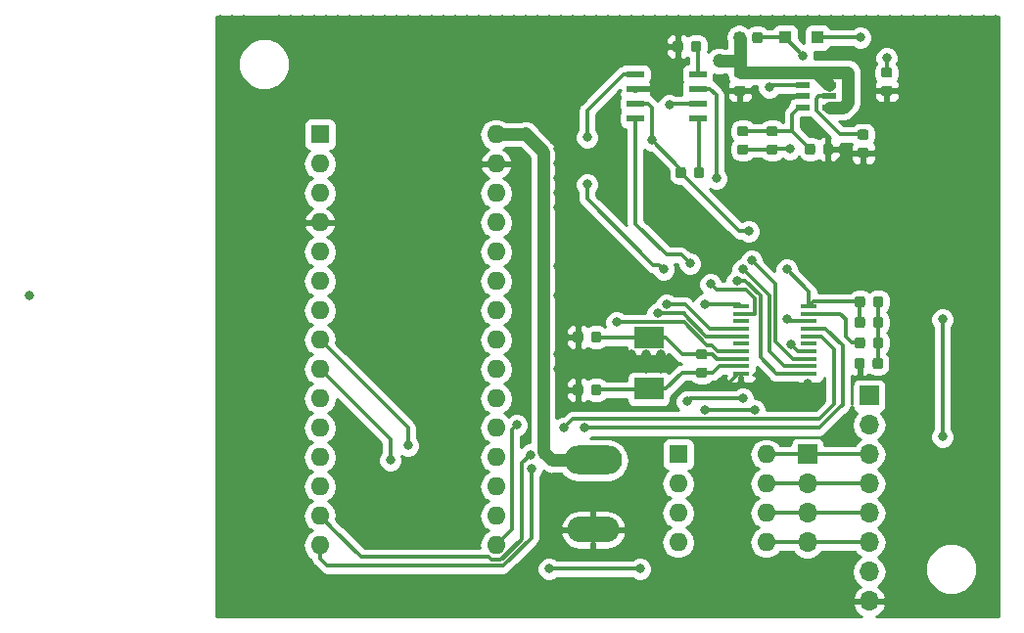
<source format=gbr>
G04 #@! TF.GenerationSoftware,KiCad,Pcbnew,(5.0.1)-3*
G04 #@! TF.CreationDate,2018-11-01T19:24:07-05:00*
G04 #@! TF.ProjectId,module-tester-board,6D6F64756C652D7465737465722D626F,rev?*
G04 #@! TF.SameCoordinates,Original*
G04 #@! TF.FileFunction,Copper,L1,Top,Signal*
G04 #@! TF.FilePolarity,Positive*
%FSLAX46Y46*%
G04 Gerber Fmt 4.6, Leading zero omitted, Abs format (unit mm)*
G04 Created by KiCad (PCBNEW (5.0.1)-3) date 11/1/2018 7:24:07 PM*
%MOMM*%
%LPD*%
G01*
G04 APERTURE LIST*
G04 #@! TA.AperFunction,ComponentPad*
%ADD10R,1.600000X1.600000*%
G04 #@! TD*
G04 #@! TA.AperFunction,ComponentPad*
%ADD11O,1.600000X1.600000*%
G04 #@! TD*
G04 #@! TA.AperFunction,Conductor*
%ADD12C,0.100000*%
G04 #@! TD*
G04 #@! TA.AperFunction,SMDPad,CuDef*
%ADD13C,0.875000*%
G04 #@! TD*
G04 #@! TA.AperFunction,SMDPad,CuDef*
%ADD14R,1.100000X1.100000*%
G04 #@! TD*
G04 #@! TA.AperFunction,ComponentPad*
%ADD15R,1.700000X1.700000*%
G04 #@! TD*
G04 #@! TA.AperFunction,ComponentPad*
%ADD16O,1.700000X1.700000*%
G04 #@! TD*
G04 #@! TA.AperFunction,ComponentPad*
%ADD17O,5.000000X2.500000*%
G04 #@! TD*
G04 #@! TA.AperFunction,ComponentPad*
%ADD18O,4.500000X2.250000*%
G04 #@! TD*
G04 #@! TA.AperFunction,SMDPad,CuDef*
%ADD19R,1.219200X0.508000*%
G04 #@! TD*
G04 #@! TA.AperFunction,SMDPad,CuDef*
%ADD20R,1.450000X0.450000*%
G04 #@! TD*
G04 #@! TA.AperFunction,SMDPad,CuDef*
%ADD21R,1.550000X0.600000*%
G04 #@! TD*
G04 #@! TA.AperFunction,SMDPad,CuDef*
%ADD22R,2.500000X1.900000*%
G04 #@! TD*
G04 #@! TA.AperFunction,ViaPad*
%ADD23C,0.800000*%
G04 #@! TD*
G04 #@! TA.AperFunction,ViaPad*
%ADD24C,1.200000*%
G04 #@! TD*
G04 #@! TA.AperFunction,Conductor*
%ADD25C,0.250000*%
G04 #@! TD*
G04 #@! TA.AperFunction,Conductor*
%ADD26C,0.304800*%
G04 #@! TD*
G04 #@! TA.AperFunction,Conductor*
%ADD27C,1.063000*%
G04 #@! TD*
G04 #@! TA.AperFunction,Conductor*
%ADD28C,0.254000*%
G04 #@! TD*
G04 APERTURE END LIST*
D10*
G04 #@! TO.P,A1,1*
G04 #@! TO.N,Net-(A1-Pad1)*
X128016000Y-77470000D03*
D11*
G04 #@! TO.P,A1,17*
G04 #@! TO.N,Net-(A1-Pad17)*
X143256000Y-110490000D03*
G04 #@! TO.P,A1,2*
G04 #@! TO.N,Net-(A1-Pad2)*
X128016000Y-80010000D03*
G04 #@! TO.P,A1,18*
G04 #@! TO.N,Net-(A1-Pad18)*
X143256000Y-107950000D03*
G04 #@! TO.P,A1,3*
G04 #@! TO.N,Net-(A1-Pad3)*
X128016000Y-82550000D03*
G04 #@! TO.P,A1,19*
G04 #@! TO.N,A0*
X143256000Y-105410000D03*
G04 #@! TO.P,A1,4*
G04 #@! TO.N,GND*
X128016000Y-85090000D03*
G04 #@! TO.P,A1,20*
G04 #@! TO.N,A1*
X143256000Y-102870000D03*
G04 #@! TO.P,A1,5*
G04 #@! TO.N,INT*
X128016000Y-87630000D03*
G04 #@! TO.P,A1,21*
G04 #@! TO.N,Net-(A1-Pad21)*
X143256000Y-100330000D03*
G04 #@! TO.P,A1,6*
G04 #@! TO.N,RX0*
X128016000Y-90170000D03*
G04 #@! TO.P,A1,22*
G04 #@! TO.N,Net-(A1-Pad22)*
X143256000Y-97790000D03*
G04 #@! TO.P,A1,7*
G04 #@! TO.N,RX1*
X128016000Y-92710000D03*
G04 #@! TO.P,A1,23*
G04 #@! TO.N,Net-(A1-Pad23)*
X143256000Y-95250000D03*
G04 #@! TO.P,A1,8*
G04 #@! TO.N,PWM0*
X128016000Y-95250000D03*
G04 #@! TO.P,A1,24*
G04 #@! TO.N,Net-(A1-Pad24)*
X143256000Y-92710000D03*
G04 #@! TO.P,A1,9*
G04 #@! TO.N,PWM1*
X128016000Y-97790000D03*
G04 #@! TO.P,A1,25*
G04 #@! TO.N,Net-(A1-Pad25)*
X143256000Y-90170000D03*
G04 #@! TO.P,A1,10*
G04 #@! TO.N,TX0*
X128016000Y-100330000D03*
G04 #@! TO.P,A1,26*
G04 #@! TO.N,Net-(A1-Pad26)*
X143256000Y-87630000D03*
G04 #@! TO.P,A1,11*
G04 #@! TO.N,TX1*
X128016000Y-102870000D03*
G04 #@! TO.P,A1,27*
G04 #@! TO.N,+5V*
X143256000Y-85090000D03*
G04 #@! TO.P,A1,12*
G04 #@! TO.N,TX2*
X128016000Y-105410000D03*
G04 #@! TO.P,A1,28*
G04 #@! TO.N,Net-(A1-Pad28)*
X143256000Y-82550000D03*
G04 #@! TO.P,A1,13*
G04 #@! TO.N,SS*
X128016000Y-107950000D03*
G04 #@! TO.P,A1,29*
G04 #@! TO.N,GND*
X143256000Y-80010000D03*
G04 #@! TO.P,A1,14*
G04 #@! TO.N,SI*
X128016000Y-110490000D03*
G04 #@! TO.P,A1,30*
G04 #@! TO.N,+12V*
X143256000Y-77470000D03*
G04 #@! TO.P,A1,15*
G04 #@! TO.N,SO*
X128016000Y-113030000D03*
G04 #@! TO.P,A1,16*
G04 #@! TO.N,SCK*
X143256000Y-113030000D03*
G04 #@! TD*
D12*
G04 #@! TO.N,+12V*
G04 #@! TO.C,C1*
G36*
X164615691Y-71674053D02*
X164636926Y-71677203D01*
X164657750Y-71682419D01*
X164677962Y-71689651D01*
X164697368Y-71698830D01*
X164715781Y-71709866D01*
X164733024Y-71722654D01*
X164748930Y-71737070D01*
X164763346Y-71752976D01*
X164776134Y-71770219D01*
X164787170Y-71788632D01*
X164796349Y-71808038D01*
X164803581Y-71828250D01*
X164808797Y-71849074D01*
X164811947Y-71870309D01*
X164813000Y-71891750D01*
X164813000Y-72329250D01*
X164811947Y-72350691D01*
X164808797Y-72371926D01*
X164803581Y-72392750D01*
X164796349Y-72412962D01*
X164787170Y-72432368D01*
X164776134Y-72450781D01*
X164763346Y-72468024D01*
X164748930Y-72483930D01*
X164733024Y-72498346D01*
X164715781Y-72511134D01*
X164697368Y-72522170D01*
X164677962Y-72531349D01*
X164657750Y-72538581D01*
X164636926Y-72543797D01*
X164615691Y-72546947D01*
X164594250Y-72548000D01*
X164081750Y-72548000D01*
X164060309Y-72546947D01*
X164039074Y-72543797D01*
X164018250Y-72538581D01*
X163998038Y-72531349D01*
X163978632Y-72522170D01*
X163960219Y-72511134D01*
X163942976Y-72498346D01*
X163927070Y-72483930D01*
X163912654Y-72468024D01*
X163899866Y-72450781D01*
X163888830Y-72432368D01*
X163879651Y-72412962D01*
X163872419Y-72392750D01*
X163867203Y-72371926D01*
X163864053Y-72350691D01*
X163863000Y-72329250D01*
X163863000Y-71891750D01*
X163864053Y-71870309D01*
X163867203Y-71849074D01*
X163872419Y-71828250D01*
X163879651Y-71808038D01*
X163888830Y-71788632D01*
X163899866Y-71770219D01*
X163912654Y-71752976D01*
X163927070Y-71737070D01*
X163942976Y-71722654D01*
X163960219Y-71709866D01*
X163978632Y-71698830D01*
X163998038Y-71689651D01*
X164018250Y-71682419D01*
X164039074Y-71677203D01*
X164060309Y-71674053D01*
X164081750Y-71673000D01*
X164594250Y-71673000D01*
X164615691Y-71674053D01*
X164615691Y-71674053D01*
G37*
D13*
G04 #@! TD*
G04 #@! TO.P,C1,1*
G04 #@! TO.N,+12V*
X164338000Y-72110500D03*
D12*
G04 #@! TO.N,GND*
G04 #@! TO.C,C1*
G36*
X164615691Y-73249053D02*
X164636926Y-73252203D01*
X164657750Y-73257419D01*
X164677962Y-73264651D01*
X164697368Y-73273830D01*
X164715781Y-73284866D01*
X164733024Y-73297654D01*
X164748930Y-73312070D01*
X164763346Y-73327976D01*
X164776134Y-73345219D01*
X164787170Y-73363632D01*
X164796349Y-73383038D01*
X164803581Y-73403250D01*
X164808797Y-73424074D01*
X164811947Y-73445309D01*
X164813000Y-73466750D01*
X164813000Y-73904250D01*
X164811947Y-73925691D01*
X164808797Y-73946926D01*
X164803581Y-73967750D01*
X164796349Y-73987962D01*
X164787170Y-74007368D01*
X164776134Y-74025781D01*
X164763346Y-74043024D01*
X164748930Y-74058930D01*
X164733024Y-74073346D01*
X164715781Y-74086134D01*
X164697368Y-74097170D01*
X164677962Y-74106349D01*
X164657750Y-74113581D01*
X164636926Y-74118797D01*
X164615691Y-74121947D01*
X164594250Y-74123000D01*
X164081750Y-74123000D01*
X164060309Y-74121947D01*
X164039074Y-74118797D01*
X164018250Y-74113581D01*
X163998038Y-74106349D01*
X163978632Y-74097170D01*
X163960219Y-74086134D01*
X163942976Y-74073346D01*
X163927070Y-74058930D01*
X163912654Y-74043024D01*
X163899866Y-74025781D01*
X163888830Y-74007368D01*
X163879651Y-73987962D01*
X163872419Y-73967750D01*
X163867203Y-73946926D01*
X163864053Y-73925691D01*
X163863000Y-73904250D01*
X163863000Y-73466750D01*
X163864053Y-73445309D01*
X163867203Y-73424074D01*
X163872419Y-73403250D01*
X163879651Y-73383038D01*
X163888830Y-73363632D01*
X163899866Y-73345219D01*
X163912654Y-73327976D01*
X163927070Y-73312070D01*
X163942976Y-73297654D01*
X163960219Y-73284866D01*
X163978632Y-73273830D01*
X163998038Y-73264651D01*
X164018250Y-73257419D01*
X164039074Y-73252203D01*
X164060309Y-73249053D01*
X164081750Y-73248000D01*
X164594250Y-73248000D01*
X164615691Y-73249053D01*
X164615691Y-73249053D01*
G37*
D13*
G04 #@! TD*
G04 #@! TO.P,C1,2*
G04 #@! TO.N,GND*
X164338000Y-73685500D03*
D12*
G04 #@! TO.N,Net-(C2-Pad2)*
G04 #@! TO.C,C2*
G36*
X164869691Y-76754053D02*
X164890926Y-76757203D01*
X164911750Y-76762419D01*
X164931962Y-76769651D01*
X164951368Y-76778830D01*
X164969781Y-76789866D01*
X164987024Y-76802654D01*
X165002930Y-76817070D01*
X165017346Y-76832976D01*
X165030134Y-76850219D01*
X165041170Y-76868632D01*
X165050349Y-76888038D01*
X165057581Y-76908250D01*
X165062797Y-76929074D01*
X165065947Y-76950309D01*
X165067000Y-76971750D01*
X165067000Y-77409250D01*
X165065947Y-77430691D01*
X165062797Y-77451926D01*
X165057581Y-77472750D01*
X165050349Y-77492962D01*
X165041170Y-77512368D01*
X165030134Y-77530781D01*
X165017346Y-77548024D01*
X165002930Y-77563930D01*
X164987024Y-77578346D01*
X164969781Y-77591134D01*
X164951368Y-77602170D01*
X164931962Y-77611349D01*
X164911750Y-77618581D01*
X164890926Y-77623797D01*
X164869691Y-77626947D01*
X164848250Y-77628000D01*
X164335750Y-77628000D01*
X164314309Y-77626947D01*
X164293074Y-77623797D01*
X164272250Y-77618581D01*
X164252038Y-77611349D01*
X164232632Y-77602170D01*
X164214219Y-77591134D01*
X164196976Y-77578346D01*
X164181070Y-77563930D01*
X164166654Y-77548024D01*
X164153866Y-77530781D01*
X164142830Y-77512368D01*
X164133651Y-77492962D01*
X164126419Y-77472750D01*
X164121203Y-77451926D01*
X164118053Y-77430691D01*
X164117000Y-77409250D01*
X164117000Y-76971750D01*
X164118053Y-76950309D01*
X164121203Y-76929074D01*
X164126419Y-76908250D01*
X164133651Y-76888038D01*
X164142830Y-76868632D01*
X164153866Y-76850219D01*
X164166654Y-76832976D01*
X164181070Y-76817070D01*
X164196976Y-76802654D01*
X164214219Y-76789866D01*
X164232632Y-76778830D01*
X164252038Y-76769651D01*
X164272250Y-76762419D01*
X164293074Y-76757203D01*
X164314309Y-76754053D01*
X164335750Y-76753000D01*
X164848250Y-76753000D01*
X164869691Y-76754053D01*
X164869691Y-76754053D01*
G37*
D13*
G04 #@! TD*
G04 #@! TO.P,C2,2*
G04 #@! TO.N,Net-(C2-Pad2)*
X164592000Y-77190500D03*
D12*
G04 #@! TO.N,+48V*
G04 #@! TO.C,C2*
G36*
X164869691Y-78329053D02*
X164890926Y-78332203D01*
X164911750Y-78337419D01*
X164931962Y-78344651D01*
X164951368Y-78353830D01*
X164969781Y-78364866D01*
X164987024Y-78377654D01*
X165002930Y-78392070D01*
X165017346Y-78407976D01*
X165030134Y-78425219D01*
X165041170Y-78443632D01*
X165050349Y-78463038D01*
X165057581Y-78483250D01*
X165062797Y-78504074D01*
X165065947Y-78525309D01*
X165067000Y-78546750D01*
X165067000Y-78984250D01*
X165065947Y-79005691D01*
X165062797Y-79026926D01*
X165057581Y-79047750D01*
X165050349Y-79067962D01*
X165041170Y-79087368D01*
X165030134Y-79105781D01*
X165017346Y-79123024D01*
X165002930Y-79138930D01*
X164987024Y-79153346D01*
X164969781Y-79166134D01*
X164951368Y-79177170D01*
X164931962Y-79186349D01*
X164911750Y-79193581D01*
X164890926Y-79198797D01*
X164869691Y-79201947D01*
X164848250Y-79203000D01*
X164335750Y-79203000D01*
X164314309Y-79201947D01*
X164293074Y-79198797D01*
X164272250Y-79193581D01*
X164252038Y-79186349D01*
X164232632Y-79177170D01*
X164214219Y-79166134D01*
X164196976Y-79153346D01*
X164181070Y-79138930D01*
X164166654Y-79123024D01*
X164153866Y-79105781D01*
X164142830Y-79087368D01*
X164133651Y-79067962D01*
X164126419Y-79047750D01*
X164121203Y-79026926D01*
X164118053Y-79005691D01*
X164117000Y-78984250D01*
X164117000Y-78546750D01*
X164118053Y-78525309D01*
X164121203Y-78504074D01*
X164126419Y-78483250D01*
X164133651Y-78463038D01*
X164142830Y-78443632D01*
X164153866Y-78425219D01*
X164166654Y-78407976D01*
X164181070Y-78392070D01*
X164196976Y-78377654D01*
X164214219Y-78364866D01*
X164232632Y-78353830D01*
X164252038Y-78344651D01*
X164272250Y-78337419D01*
X164293074Y-78332203D01*
X164314309Y-78329053D01*
X164335750Y-78328000D01*
X164848250Y-78328000D01*
X164869691Y-78329053D01*
X164869691Y-78329053D01*
G37*
D13*
G04 #@! TD*
G04 #@! TO.P,C2,1*
G04 #@! TO.N,+48V*
X164592000Y-78765500D03*
D12*
G04 #@! TO.N,Net-(C3-Pad1)*
G04 #@! TO.C,C3*
G36*
X175283691Y-77033553D02*
X175304926Y-77036703D01*
X175325750Y-77041919D01*
X175345962Y-77049151D01*
X175365368Y-77058330D01*
X175383781Y-77069366D01*
X175401024Y-77082154D01*
X175416930Y-77096570D01*
X175431346Y-77112476D01*
X175444134Y-77129719D01*
X175455170Y-77148132D01*
X175464349Y-77167538D01*
X175471581Y-77187750D01*
X175476797Y-77208574D01*
X175479947Y-77229809D01*
X175481000Y-77251250D01*
X175481000Y-77688750D01*
X175479947Y-77710191D01*
X175476797Y-77731426D01*
X175471581Y-77752250D01*
X175464349Y-77772462D01*
X175455170Y-77791868D01*
X175444134Y-77810281D01*
X175431346Y-77827524D01*
X175416930Y-77843430D01*
X175401024Y-77857846D01*
X175383781Y-77870634D01*
X175365368Y-77881670D01*
X175345962Y-77890849D01*
X175325750Y-77898081D01*
X175304926Y-77903297D01*
X175283691Y-77906447D01*
X175262250Y-77907500D01*
X174749750Y-77907500D01*
X174728309Y-77906447D01*
X174707074Y-77903297D01*
X174686250Y-77898081D01*
X174666038Y-77890849D01*
X174646632Y-77881670D01*
X174628219Y-77870634D01*
X174610976Y-77857846D01*
X174595070Y-77843430D01*
X174580654Y-77827524D01*
X174567866Y-77810281D01*
X174556830Y-77791868D01*
X174547651Y-77772462D01*
X174540419Y-77752250D01*
X174535203Y-77731426D01*
X174532053Y-77710191D01*
X174531000Y-77688750D01*
X174531000Y-77251250D01*
X174532053Y-77229809D01*
X174535203Y-77208574D01*
X174540419Y-77187750D01*
X174547651Y-77167538D01*
X174556830Y-77148132D01*
X174567866Y-77129719D01*
X174580654Y-77112476D01*
X174595070Y-77096570D01*
X174610976Y-77082154D01*
X174628219Y-77069366D01*
X174646632Y-77058330D01*
X174666038Y-77049151D01*
X174686250Y-77041919D01*
X174707074Y-77036703D01*
X174728309Y-77033553D01*
X174749750Y-77032500D01*
X175262250Y-77032500D01*
X175283691Y-77033553D01*
X175283691Y-77033553D01*
G37*
D13*
G04 #@! TD*
G04 #@! TO.P,C3,1*
G04 #@! TO.N,Net-(C3-Pad1)*
X175006000Y-77470000D03*
D12*
G04 #@! TO.N,GND*
G04 #@! TO.C,C3*
G36*
X175283691Y-78608553D02*
X175304926Y-78611703D01*
X175325750Y-78616919D01*
X175345962Y-78624151D01*
X175365368Y-78633330D01*
X175383781Y-78644366D01*
X175401024Y-78657154D01*
X175416930Y-78671570D01*
X175431346Y-78687476D01*
X175444134Y-78704719D01*
X175455170Y-78723132D01*
X175464349Y-78742538D01*
X175471581Y-78762750D01*
X175476797Y-78783574D01*
X175479947Y-78804809D01*
X175481000Y-78826250D01*
X175481000Y-79263750D01*
X175479947Y-79285191D01*
X175476797Y-79306426D01*
X175471581Y-79327250D01*
X175464349Y-79347462D01*
X175455170Y-79366868D01*
X175444134Y-79385281D01*
X175431346Y-79402524D01*
X175416930Y-79418430D01*
X175401024Y-79432846D01*
X175383781Y-79445634D01*
X175365368Y-79456670D01*
X175345962Y-79465849D01*
X175325750Y-79473081D01*
X175304926Y-79478297D01*
X175283691Y-79481447D01*
X175262250Y-79482500D01*
X174749750Y-79482500D01*
X174728309Y-79481447D01*
X174707074Y-79478297D01*
X174686250Y-79473081D01*
X174666038Y-79465849D01*
X174646632Y-79456670D01*
X174628219Y-79445634D01*
X174610976Y-79432846D01*
X174595070Y-79418430D01*
X174580654Y-79402524D01*
X174567866Y-79385281D01*
X174556830Y-79366868D01*
X174547651Y-79347462D01*
X174540419Y-79327250D01*
X174535203Y-79306426D01*
X174532053Y-79285191D01*
X174531000Y-79263750D01*
X174531000Y-78826250D01*
X174532053Y-78804809D01*
X174535203Y-78783574D01*
X174540419Y-78762750D01*
X174547651Y-78742538D01*
X174556830Y-78723132D01*
X174567866Y-78704719D01*
X174580654Y-78687476D01*
X174595070Y-78671570D01*
X174610976Y-78657154D01*
X174628219Y-78644366D01*
X174646632Y-78633330D01*
X174666038Y-78624151D01*
X174686250Y-78616919D01*
X174707074Y-78611703D01*
X174728309Y-78608553D01*
X174749750Y-78607500D01*
X175262250Y-78607500D01*
X175283691Y-78608553D01*
X175283691Y-78608553D01*
G37*
D13*
G04 #@! TD*
G04 #@! TO.P,C3,2*
G04 #@! TO.N,GND*
X175006000Y-79045000D03*
D12*
G04 #@! TO.N,+48V*
G04 #@! TO.C,C4*
G36*
X177315691Y-71674053D02*
X177336926Y-71677203D01*
X177357750Y-71682419D01*
X177377962Y-71689651D01*
X177397368Y-71698830D01*
X177415781Y-71709866D01*
X177433024Y-71722654D01*
X177448930Y-71737070D01*
X177463346Y-71752976D01*
X177476134Y-71770219D01*
X177487170Y-71788632D01*
X177496349Y-71808038D01*
X177503581Y-71828250D01*
X177508797Y-71849074D01*
X177511947Y-71870309D01*
X177513000Y-71891750D01*
X177513000Y-72329250D01*
X177511947Y-72350691D01*
X177508797Y-72371926D01*
X177503581Y-72392750D01*
X177496349Y-72412962D01*
X177487170Y-72432368D01*
X177476134Y-72450781D01*
X177463346Y-72468024D01*
X177448930Y-72483930D01*
X177433024Y-72498346D01*
X177415781Y-72511134D01*
X177397368Y-72522170D01*
X177377962Y-72531349D01*
X177357750Y-72538581D01*
X177336926Y-72543797D01*
X177315691Y-72546947D01*
X177294250Y-72548000D01*
X176781750Y-72548000D01*
X176760309Y-72546947D01*
X176739074Y-72543797D01*
X176718250Y-72538581D01*
X176698038Y-72531349D01*
X176678632Y-72522170D01*
X176660219Y-72511134D01*
X176642976Y-72498346D01*
X176627070Y-72483930D01*
X176612654Y-72468024D01*
X176599866Y-72450781D01*
X176588830Y-72432368D01*
X176579651Y-72412962D01*
X176572419Y-72392750D01*
X176567203Y-72371926D01*
X176564053Y-72350691D01*
X176563000Y-72329250D01*
X176563000Y-71891750D01*
X176564053Y-71870309D01*
X176567203Y-71849074D01*
X176572419Y-71828250D01*
X176579651Y-71808038D01*
X176588830Y-71788632D01*
X176599866Y-71770219D01*
X176612654Y-71752976D01*
X176627070Y-71737070D01*
X176642976Y-71722654D01*
X176660219Y-71709866D01*
X176678632Y-71698830D01*
X176698038Y-71689651D01*
X176718250Y-71682419D01*
X176739074Y-71677203D01*
X176760309Y-71674053D01*
X176781750Y-71673000D01*
X177294250Y-71673000D01*
X177315691Y-71674053D01*
X177315691Y-71674053D01*
G37*
D13*
G04 #@! TD*
G04 #@! TO.P,C4,2*
G04 #@! TO.N,+48V*
X177038000Y-72110500D03*
D12*
G04 #@! TO.N,GND*
G04 #@! TO.C,C4*
G36*
X177315691Y-73249053D02*
X177336926Y-73252203D01*
X177357750Y-73257419D01*
X177377962Y-73264651D01*
X177397368Y-73273830D01*
X177415781Y-73284866D01*
X177433024Y-73297654D01*
X177448930Y-73312070D01*
X177463346Y-73327976D01*
X177476134Y-73345219D01*
X177487170Y-73363632D01*
X177496349Y-73383038D01*
X177503581Y-73403250D01*
X177508797Y-73424074D01*
X177511947Y-73445309D01*
X177513000Y-73466750D01*
X177513000Y-73904250D01*
X177511947Y-73925691D01*
X177508797Y-73946926D01*
X177503581Y-73967750D01*
X177496349Y-73987962D01*
X177487170Y-74007368D01*
X177476134Y-74025781D01*
X177463346Y-74043024D01*
X177448930Y-74058930D01*
X177433024Y-74073346D01*
X177415781Y-74086134D01*
X177397368Y-74097170D01*
X177377962Y-74106349D01*
X177357750Y-74113581D01*
X177336926Y-74118797D01*
X177315691Y-74121947D01*
X177294250Y-74123000D01*
X176781750Y-74123000D01*
X176760309Y-74121947D01*
X176739074Y-74118797D01*
X176718250Y-74113581D01*
X176698038Y-74106349D01*
X176678632Y-74097170D01*
X176660219Y-74086134D01*
X176642976Y-74073346D01*
X176627070Y-74058930D01*
X176612654Y-74043024D01*
X176599866Y-74025781D01*
X176588830Y-74007368D01*
X176579651Y-73987962D01*
X176572419Y-73967750D01*
X176567203Y-73946926D01*
X176564053Y-73925691D01*
X176563000Y-73904250D01*
X176563000Y-73466750D01*
X176564053Y-73445309D01*
X176567203Y-73424074D01*
X176572419Y-73403250D01*
X176579651Y-73383038D01*
X176588830Y-73363632D01*
X176599866Y-73345219D01*
X176612654Y-73327976D01*
X176627070Y-73312070D01*
X176642976Y-73297654D01*
X176660219Y-73284866D01*
X176678632Y-73273830D01*
X176698038Y-73264651D01*
X176718250Y-73257419D01*
X176739074Y-73252203D01*
X176760309Y-73249053D01*
X176781750Y-73248000D01*
X177294250Y-73248000D01*
X177315691Y-73249053D01*
X177315691Y-73249053D01*
G37*
D13*
G04 #@! TD*
G04 #@! TO.P,C4,1*
G04 #@! TO.N,GND*
X177038000Y-73685500D03*
D12*
G04 #@! TO.N,Net-(C5-Pad1)*
G04 #@! TO.C,C5*
G36*
X152157691Y-94522053D02*
X152178926Y-94525203D01*
X152199750Y-94530419D01*
X152219962Y-94537651D01*
X152239368Y-94546830D01*
X152257781Y-94557866D01*
X152275024Y-94570654D01*
X152290930Y-94585070D01*
X152305346Y-94600976D01*
X152318134Y-94618219D01*
X152329170Y-94636632D01*
X152338349Y-94656038D01*
X152345581Y-94676250D01*
X152350797Y-94697074D01*
X152353947Y-94718309D01*
X152355000Y-94739750D01*
X152355000Y-95252250D01*
X152353947Y-95273691D01*
X152350797Y-95294926D01*
X152345581Y-95315750D01*
X152338349Y-95335962D01*
X152329170Y-95355368D01*
X152318134Y-95373781D01*
X152305346Y-95391024D01*
X152290930Y-95406930D01*
X152275024Y-95421346D01*
X152257781Y-95434134D01*
X152239368Y-95445170D01*
X152219962Y-95454349D01*
X152199750Y-95461581D01*
X152178926Y-95466797D01*
X152157691Y-95469947D01*
X152136250Y-95471000D01*
X151698750Y-95471000D01*
X151677309Y-95469947D01*
X151656074Y-95466797D01*
X151635250Y-95461581D01*
X151615038Y-95454349D01*
X151595632Y-95445170D01*
X151577219Y-95434134D01*
X151559976Y-95421346D01*
X151544070Y-95406930D01*
X151529654Y-95391024D01*
X151516866Y-95373781D01*
X151505830Y-95355368D01*
X151496651Y-95335962D01*
X151489419Y-95315750D01*
X151484203Y-95294926D01*
X151481053Y-95273691D01*
X151480000Y-95252250D01*
X151480000Y-94739750D01*
X151481053Y-94718309D01*
X151484203Y-94697074D01*
X151489419Y-94676250D01*
X151496651Y-94656038D01*
X151505830Y-94636632D01*
X151516866Y-94618219D01*
X151529654Y-94600976D01*
X151544070Y-94585070D01*
X151559976Y-94570654D01*
X151577219Y-94557866D01*
X151595632Y-94546830D01*
X151615038Y-94537651D01*
X151635250Y-94530419D01*
X151656074Y-94525203D01*
X151677309Y-94522053D01*
X151698750Y-94521000D01*
X152136250Y-94521000D01*
X152157691Y-94522053D01*
X152157691Y-94522053D01*
G37*
D13*
G04 #@! TD*
G04 #@! TO.P,C5,1*
G04 #@! TO.N,Net-(C5-Pad1)*
X151917500Y-94996000D03*
D12*
G04 #@! TO.N,GND*
G04 #@! TO.C,C5*
G36*
X150582691Y-94522053D02*
X150603926Y-94525203D01*
X150624750Y-94530419D01*
X150644962Y-94537651D01*
X150664368Y-94546830D01*
X150682781Y-94557866D01*
X150700024Y-94570654D01*
X150715930Y-94585070D01*
X150730346Y-94600976D01*
X150743134Y-94618219D01*
X150754170Y-94636632D01*
X150763349Y-94656038D01*
X150770581Y-94676250D01*
X150775797Y-94697074D01*
X150778947Y-94718309D01*
X150780000Y-94739750D01*
X150780000Y-95252250D01*
X150778947Y-95273691D01*
X150775797Y-95294926D01*
X150770581Y-95315750D01*
X150763349Y-95335962D01*
X150754170Y-95355368D01*
X150743134Y-95373781D01*
X150730346Y-95391024D01*
X150715930Y-95406930D01*
X150700024Y-95421346D01*
X150682781Y-95434134D01*
X150664368Y-95445170D01*
X150644962Y-95454349D01*
X150624750Y-95461581D01*
X150603926Y-95466797D01*
X150582691Y-95469947D01*
X150561250Y-95471000D01*
X150123750Y-95471000D01*
X150102309Y-95469947D01*
X150081074Y-95466797D01*
X150060250Y-95461581D01*
X150040038Y-95454349D01*
X150020632Y-95445170D01*
X150002219Y-95434134D01*
X149984976Y-95421346D01*
X149969070Y-95406930D01*
X149954654Y-95391024D01*
X149941866Y-95373781D01*
X149930830Y-95355368D01*
X149921651Y-95335962D01*
X149914419Y-95315750D01*
X149909203Y-95294926D01*
X149906053Y-95273691D01*
X149905000Y-95252250D01*
X149905000Y-94739750D01*
X149906053Y-94718309D01*
X149909203Y-94697074D01*
X149914419Y-94676250D01*
X149921651Y-94656038D01*
X149930830Y-94636632D01*
X149941866Y-94618219D01*
X149954654Y-94600976D01*
X149969070Y-94585070D01*
X149984976Y-94570654D01*
X150002219Y-94557866D01*
X150020632Y-94546830D01*
X150040038Y-94537651D01*
X150060250Y-94530419D01*
X150081074Y-94525203D01*
X150102309Y-94522053D01*
X150123750Y-94521000D01*
X150561250Y-94521000D01*
X150582691Y-94522053D01*
X150582691Y-94522053D01*
G37*
D13*
G04 #@! TD*
G04 #@! TO.P,C5,2*
G04 #@! TO.N,GND*
X150342500Y-94996000D03*
D12*
G04 #@! TO.N,GND*
G04 #@! TO.C,C6*
G36*
X150582691Y-99094053D02*
X150603926Y-99097203D01*
X150624750Y-99102419D01*
X150644962Y-99109651D01*
X150664368Y-99118830D01*
X150682781Y-99129866D01*
X150700024Y-99142654D01*
X150715930Y-99157070D01*
X150730346Y-99172976D01*
X150743134Y-99190219D01*
X150754170Y-99208632D01*
X150763349Y-99228038D01*
X150770581Y-99248250D01*
X150775797Y-99269074D01*
X150778947Y-99290309D01*
X150780000Y-99311750D01*
X150780000Y-99824250D01*
X150778947Y-99845691D01*
X150775797Y-99866926D01*
X150770581Y-99887750D01*
X150763349Y-99907962D01*
X150754170Y-99927368D01*
X150743134Y-99945781D01*
X150730346Y-99963024D01*
X150715930Y-99978930D01*
X150700024Y-99993346D01*
X150682781Y-100006134D01*
X150664368Y-100017170D01*
X150644962Y-100026349D01*
X150624750Y-100033581D01*
X150603926Y-100038797D01*
X150582691Y-100041947D01*
X150561250Y-100043000D01*
X150123750Y-100043000D01*
X150102309Y-100041947D01*
X150081074Y-100038797D01*
X150060250Y-100033581D01*
X150040038Y-100026349D01*
X150020632Y-100017170D01*
X150002219Y-100006134D01*
X149984976Y-99993346D01*
X149969070Y-99978930D01*
X149954654Y-99963024D01*
X149941866Y-99945781D01*
X149930830Y-99927368D01*
X149921651Y-99907962D01*
X149914419Y-99887750D01*
X149909203Y-99866926D01*
X149906053Y-99845691D01*
X149905000Y-99824250D01*
X149905000Y-99311750D01*
X149906053Y-99290309D01*
X149909203Y-99269074D01*
X149914419Y-99248250D01*
X149921651Y-99228038D01*
X149930830Y-99208632D01*
X149941866Y-99190219D01*
X149954654Y-99172976D01*
X149969070Y-99157070D01*
X149984976Y-99142654D01*
X150002219Y-99129866D01*
X150020632Y-99118830D01*
X150040038Y-99109651D01*
X150060250Y-99102419D01*
X150081074Y-99097203D01*
X150102309Y-99094053D01*
X150123750Y-99093000D01*
X150561250Y-99093000D01*
X150582691Y-99094053D01*
X150582691Y-99094053D01*
G37*
D13*
G04 #@! TD*
G04 #@! TO.P,C6,1*
G04 #@! TO.N,GND*
X150342500Y-99568000D03*
D12*
G04 #@! TO.N,Net-(C6-Pad2)*
G04 #@! TO.C,C6*
G36*
X152157691Y-99094053D02*
X152178926Y-99097203D01*
X152199750Y-99102419D01*
X152219962Y-99109651D01*
X152239368Y-99118830D01*
X152257781Y-99129866D01*
X152275024Y-99142654D01*
X152290930Y-99157070D01*
X152305346Y-99172976D01*
X152318134Y-99190219D01*
X152329170Y-99208632D01*
X152338349Y-99228038D01*
X152345581Y-99248250D01*
X152350797Y-99269074D01*
X152353947Y-99290309D01*
X152355000Y-99311750D01*
X152355000Y-99824250D01*
X152353947Y-99845691D01*
X152350797Y-99866926D01*
X152345581Y-99887750D01*
X152338349Y-99907962D01*
X152329170Y-99927368D01*
X152318134Y-99945781D01*
X152305346Y-99963024D01*
X152290930Y-99978930D01*
X152275024Y-99993346D01*
X152257781Y-100006134D01*
X152239368Y-100017170D01*
X152219962Y-100026349D01*
X152199750Y-100033581D01*
X152178926Y-100038797D01*
X152157691Y-100041947D01*
X152136250Y-100043000D01*
X151698750Y-100043000D01*
X151677309Y-100041947D01*
X151656074Y-100038797D01*
X151635250Y-100033581D01*
X151615038Y-100026349D01*
X151595632Y-100017170D01*
X151577219Y-100006134D01*
X151559976Y-99993346D01*
X151544070Y-99978930D01*
X151529654Y-99963024D01*
X151516866Y-99945781D01*
X151505830Y-99927368D01*
X151496651Y-99907962D01*
X151489419Y-99887750D01*
X151484203Y-99866926D01*
X151481053Y-99845691D01*
X151480000Y-99824250D01*
X151480000Y-99311750D01*
X151481053Y-99290309D01*
X151484203Y-99269074D01*
X151489419Y-99248250D01*
X151496651Y-99228038D01*
X151505830Y-99208632D01*
X151516866Y-99190219D01*
X151529654Y-99172976D01*
X151544070Y-99157070D01*
X151559976Y-99142654D01*
X151577219Y-99129866D01*
X151595632Y-99118830D01*
X151615038Y-99109651D01*
X151635250Y-99102419D01*
X151656074Y-99097203D01*
X151677309Y-99094053D01*
X151698750Y-99093000D01*
X152136250Y-99093000D01*
X152157691Y-99094053D01*
X152157691Y-99094053D01*
G37*
D13*
G04 #@! TD*
G04 #@! TO.P,C6,2*
G04 #@! TO.N,Net-(C6-Pad2)*
X151917500Y-99568000D03*
D12*
G04 #@! TO.N,GND*
G04 #@! TO.C,C7*
G36*
X174941191Y-96808053D02*
X174962426Y-96811203D01*
X174983250Y-96816419D01*
X175003462Y-96823651D01*
X175022868Y-96832830D01*
X175041281Y-96843866D01*
X175058524Y-96856654D01*
X175074430Y-96871070D01*
X175088846Y-96886976D01*
X175101634Y-96904219D01*
X175112670Y-96922632D01*
X175121849Y-96942038D01*
X175129081Y-96962250D01*
X175134297Y-96983074D01*
X175137447Y-97004309D01*
X175138500Y-97025750D01*
X175138500Y-97538250D01*
X175137447Y-97559691D01*
X175134297Y-97580926D01*
X175129081Y-97601750D01*
X175121849Y-97621962D01*
X175112670Y-97641368D01*
X175101634Y-97659781D01*
X175088846Y-97677024D01*
X175074430Y-97692930D01*
X175058524Y-97707346D01*
X175041281Y-97720134D01*
X175022868Y-97731170D01*
X175003462Y-97740349D01*
X174983250Y-97747581D01*
X174962426Y-97752797D01*
X174941191Y-97755947D01*
X174919750Y-97757000D01*
X174482250Y-97757000D01*
X174460809Y-97755947D01*
X174439574Y-97752797D01*
X174418750Y-97747581D01*
X174398538Y-97740349D01*
X174379132Y-97731170D01*
X174360719Y-97720134D01*
X174343476Y-97707346D01*
X174327570Y-97692930D01*
X174313154Y-97677024D01*
X174300366Y-97659781D01*
X174289330Y-97641368D01*
X174280151Y-97621962D01*
X174272919Y-97601750D01*
X174267703Y-97580926D01*
X174264553Y-97559691D01*
X174263500Y-97538250D01*
X174263500Y-97025750D01*
X174264553Y-97004309D01*
X174267703Y-96983074D01*
X174272919Y-96962250D01*
X174280151Y-96942038D01*
X174289330Y-96922632D01*
X174300366Y-96904219D01*
X174313154Y-96886976D01*
X174327570Y-96871070D01*
X174343476Y-96856654D01*
X174360719Y-96843866D01*
X174379132Y-96832830D01*
X174398538Y-96823651D01*
X174418750Y-96816419D01*
X174439574Y-96811203D01*
X174460809Y-96808053D01*
X174482250Y-96807000D01*
X174919750Y-96807000D01*
X174941191Y-96808053D01*
X174941191Y-96808053D01*
G37*
D13*
G04 #@! TD*
G04 #@! TO.P,C7,2*
G04 #@! TO.N,GND*
X174701000Y-97282000D03*
D12*
G04 #@! TO.N,Net-(C7-Pad1)*
G04 #@! TO.C,C7*
G36*
X176516191Y-96808053D02*
X176537426Y-96811203D01*
X176558250Y-96816419D01*
X176578462Y-96823651D01*
X176597868Y-96832830D01*
X176616281Y-96843866D01*
X176633524Y-96856654D01*
X176649430Y-96871070D01*
X176663846Y-96886976D01*
X176676634Y-96904219D01*
X176687670Y-96922632D01*
X176696849Y-96942038D01*
X176704081Y-96962250D01*
X176709297Y-96983074D01*
X176712447Y-97004309D01*
X176713500Y-97025750D01*
X176713500Y-97538250D01*
X176712447Y-97559691D01*
X176709297Y-97580926D01*
X176704081Y-97601750D01*
X176696849Y-97621962D01*
X176687670Y-97641368D01*
X176676634Y-97659781D01*
X176663846Y-97677024D01*
X176649430Y-97692930D01*
X176633524Y-97707346D01*
X176616281Y-97720134D01*
X176597868Y-97731170D01*
X176578462Y-97740349D01*
X176558250Y-97747581D01*
X176537426Y-97752797D01*
X176516191Y-97755947D01*
X176494750Y-97757000D01*
X176057250Y-97757000D01*
X176035809Y-97755947D01*
X176014574Y-97752797D01*
X175993750Y-97747581D01*
X175973538Y-97740349D01*
X175954132Y-97731170D01*
X175935719Y-97720134D01*
X175918476Y-97707346D01*
X175902570Y-97692930D01*
X175888154Y-97677024D01*
X175875366Y-97659781D01*
X175864330Y-97641368D01*
X175855151Y-97621962D01*
X175847919Y-97601750D01*
X175842703Y-97580926D01*
X175839553Y-97559691D01*
X175838500Y-97538250D01*
X175838500Y-97025750D01*
X175839553Y-97004309D01*
X175842703Y-96983074D01*
X175847919Y-96962250D01*
X175855151Y-96942038D01*
X175864330Y-96922632D01*
X175875366Y-96904219D01*
X175888154Y-96886976D01*
X175902570Y-96871070D01*
X175918476Y-96856654D01*
X175935719Y-96843866D01*
X175954132Y-96832830D01*
X175973538Y-96823651D01*
X175993750Y-96816419D01*
X176014574Y-96811203D01*
X176035809Y-96808053D01*
X176057250Y-96807000D01*
X176494750Y-96807000D01*
X176516191Y-96808053D01*
X176516191Y-96808053D01*
G37*
D13*
G04 #@! TD*
G04 #@! TO.P,C7,1*
G04 #@! TO.N,Net-(C7-Pad1)*
X176276000Y-97282000D03*
D14*
G04 #@! TO.P,D1,1*
G04 #@! TO.N,+48V*
X171072000Y-69088000D03*
G04 #@! TO.P,D1,2*
G04 #@! TO.N,Net-(D1-Pad2)*
X168272000Y-69088000D03*
G04 #@! TD*
D12*
G04 #@! TO.N,+5V*
G04 #@! TO.C,D2*
G36*
X174966691Y-91474053D02*
X174987926Y-91477203D01*
X175008750Y-91482419D01*
X175028962Y-91489651D01*
X175048368Y-91498830D01*
X175066781Y-91509866D01*
X175084024Y-91522654D01*
X175099930Y-91537070D01*
X175114346Y-91552976D01*
X175127134Y-91570219D01*
X175138170Y-91588632D01*
X175147349Y-91608038D01*
X175154581Y-91628250D01*
X175159797Y-91649074D01*
X175162947Y-91670309D01*
X175164000Y-91691750D01*
X175164000Y-92204250D01*
X175162947Y-92225691D01*
X175159797Y-92246926D01*
X175154581Y-92267750D01*
X175147349Y-92287962D01*
X175138170Y-92307368D01*
X175127134Y-92325781D01*
X175114346Y-92343024D01*
X175099930Y-92358930D01*
X175084024Y-92373346D01*
X175066781Y-92386134D01*
X175048368Y-92397170D01*
X175028962Y-92406349D01*
X175008750Y-92413581D01*
X174987926Y-92418797D01*
X174966691Y-92421947D01*
X174945250Y-92423000D01*
X174507750Y-92423000D01*
X174486309Y-92421947D01*
X174465074Y-92418797D01*
X174444250Y-92413581D01*
X174424038Y-92406349D01*
X174404632Y-92397170D01*
X174386219Y-92386134D01*
X174368976Y-92373346D01*
X174353070Y-92358930D01*
X174338654Y-92343024D01*
X174325866Y-92325781D01*
X174314830Y-92307368D01*
X174305651Y-92287962D01*
X174298419Y-92267750D01*
X174293203Y-92246926D01*
X174290053Y-92225691D01*
X174289000Y-92204250D01*
X174289000Y-91691750D01*
X174290053Y-91670309D01*
X174293203Y-91649074D01*
X174298419Y-91628250D01*
X174305651Y-91608038D01*
X174314830Y-91588632D01*
X174325866Y-91570219D01*
X174338654Y-91552976D01*
X174353070Y-91537070D01*
X174368976Y-91522654D01*
X174386219Y-91509866D01*
X174404632Y-91498830D01*
X174424038Y-91489651D01*
X174444250Y-91482419D01*
X174465074Y-91477203D01*
X174486309Y-91474053D01*
X174507750Y-91473000D01*
X174945250Y-91473000D01*
X174966691Y-91474053D01*
X174966691Y-91474053D01*
G37*
D13*
G04 #@! TD*
G04 #@! TO.P,D2,1*
G04 #@! TO.N,+5V*
X174726500Y-91948000D03*
D12*
G04 #@! TO.N,Net-(C7-Pad1)*
G04 #@! TO.C,D2*
G36*
X176541691Y-91474053D02*
X176562926Y-91477203D01*
X176583750Y-91482419D01*
X176603962Y-91489651D01*
X176623368Y-91498830D01*
X176641781Y-91509866D01*
X176659024Y-91522654D01*
X176674930Y-91537070D01*
X176689346Y-91552976D01*
X176702134Y-91570219D01*
X176713170Y-91588632D01*
X176722349Y-91608038D01*
X176729581Y-91628250D01*
X176734797Y-91649074D01*
X176737947Y-91670309D01*
X176739000Y-91691750D01*
X176739000Y-92204250D01*
X176737947Y-92225691D01*
X176734797Y-92246926D01*
X176729581Y-92267750D01*
X176722349Y-92287962D01*
X176713170Y-92307368D01*
X176702134Y-92325781D01*
X176689346Y-92343024D01*
X176674930Y-92358930D01*
X176659024Y-92373346D01*
X176641781Y-92386134D01*
X176623368Y-92397170D01*
X176603962Y-92406349D01*
X176583750Y-92413581D01*
X176562926Y-92418797D01*
X176541691Y-92421947D01*
X176520250Y-92423000D01*
X176082750Y-92423000D01*
X176061309Y-92421947D01*
X176040074Y-92418797D01*
X176019250Y-92413581D01*
X175999038Y-92406349D01*
X175979632Y-92397170D01*
X175961219Y-92386134D01*
X175943976Y-92373346D01*
X175928070Y-92358930D01*
X175913654Y-92343024D01*
X175900866Y-92325781D01*
X175889830Y-92307368D01*
X175880651Y-92287962D01*
X175873419Y-92267750D01*
X175868203Y-92246926D01*
X175865053Y-92225691D01*
X175864000Y-92204250D01*
X175864000Y-91691750D01*
X175865053Y-91670309D01*
X175868203Y-91649074D01*
X175873419Y-91628250D01*
X175880651Y-91608038D01*
X175889830Y-91588632D01*
X175900866Y-91570219D01*
X175913654Y-91552976D01*
X175928070Y-91537070D01*
X175943976Y-91522654D01*
X175961219Y-91509866D01*
X175979632Y-91498830D01*
X175999038Y-91489651D01*
X176019250Y-91482419D01*
X176040074Y-91477203D01*
X176061309Y-91474053D01*
X176082750Y-91473000D01*
X176520250Y-91473000D01*
X176541691Y-91474053D01*
X176541691Y-91474053D01*
G37*
D13*
G04 #@! TD*
G04 #@! TO.P,D2,2*
G04 #@! TO.N,Net-(C7-Pad1)*
X176301500Y-91948000D03*
D15*
G04 #@! TO.P,J1,1*
G04 #@! TO.N,CANH*
X175514000Y-100076000D03*
D16*
G04 #@! TO.P,J1,2*
G04 #@! TO.N,CANL*
X175514000Y-102616000D03*
G04 #@! TO.P,J1,3*
G04 #@! TO.N,Net-(J1-Pad3)*
X175514000Y-105156000D03*
G04 #@! TO.P,J1,4*
G04 #@! TO.N,Net-(J1-Pad4)*
X175514000Y-107696000D03*
G04 #@! TO.P,J1,5*
G04 #@! TO.N,Net-(J1-Pad5)*
X175514000Y-110236000D03*
G04 #@! TO.P,J1,6*
G04 #@! TO.N,Net-(J1-Pad6)*
X175514000Y-112776000D03*
G04 #@! TO.P,J1,7*
G04 #@! TO.N,+48V*
X175514000Y-115316000D03*
G04 #@! TO.P,J1,8*
G04 #@! TO.N,GND*
X175514000Y-117856000D03*
G04 #@! TD*
D17*
G04 #@! TO.P,J2,1*
G04 #@! TO.N,+12V*
X151638000Y-105664000D03*
D18*
G04 #@! TO.P,J2,2*
G04 #@! TO.N,GND*
X151638000Y-111664000D03*
G04 #@! TD*
D15*
G04 #@! TO.P,J4,1*
G04 #@! TO.N,Net-(J1-Pad3)*
X170180000Y-105156000D03*
D16*
G04 #@! TO.P,J4,2*
G04 #@! TO.N,Net-(J1-Pad4)*
X170180000Y-107696000D03*
G04 #@! TO.P,J4,3*
G04 #@! TO.N,Net-(J1-Pad5)*
X170180000Y-110236000D03*
G04 #@! TO.P,J4,4*
G04 #@! TO.N,Net-(J1-Pad6)*
X170180000Y-112776000D03*
G04 #@! TD*
D12*
G04 #@! TO.N,+12V*
G04 #@! TO.C,L1*
G36*
X164527191Y-68614053D02*
X164548426Y-68617203D01*
X164569250Y-68622419D01*
X164589462Y-68629651D01*
X164608868Y-68638830D01*
X164627281Y-68649866D01*
X164644524Y-68662654D01*
X164660430Y-68677070D01*
X164674846Y-68692976D01*
X164687634Y-68710219D01*
X164698670Y-68728632D01*
X164707849Y-68748038D01*
X164715081Y-68768250D01*
X164720297Y-68789074D01*
X164723447Y-68810309D01*
X164724500Y-68831750D01*
X164724500Y-69344250D01*
X164723447Y-69365691D01*
X164720297Y-69386926D01*
X164715081Y-69407750D01*
X164707849Y-69427962D01*
X164698670Y-69447368D01*
X164687634Y-69465781D01*
X164674846Y-69483024D01*
X164660430Y-69498930D01*
X164644524Y-69513346D01*
X164627281Y-69526134D01*
X164608868Y-69537170D01*
X164589462Y-69546349D01*
X164569250Y-69553581D01*
X164548426Y-69558797D01*
X164527191Y-69561947D01*
X164505750Y-69563000D01*
X164068250Y-69563000D01*
X164046809Y-69561947D01*
X164025574Y-69558797D01*
X164004750Y-69553581D01*
X163984538Y-69546349D01*
X163965132Y-69537170D01*
X163946719Y-69526134D01*
X163929476Y-69513346D01*
X163913570Y-69498930D01*
X163899154Y-69483024D01*
X163886366Y-69465781D01*
X163875330Y-69447368D01*
X163866151Y-69427962D01*
X163858919Y-69407750D01*
X163853703Y-69386926D01*
X163850553Y-69365691D01*
X163849500Y-69344250D01*
X163849500Y-68831750D01*
X163850553Y-68810309D01*
X163853703Y-68789074D01*
X163858919Y-68768250D01*
X163866151Y-68748038D01*
X163875330Y-68728632D01*
X163886366Y-68710219D01*
X163899154Y-68692976D01*
X163913570Y-68677070D01*
X163929476Y-68662654D01*
X163946719Y-68649866D01*
X163965132Y-68638830D01*
X163984538Y-68629651D01*
X164004750Y-68622419D01*
X164025574Y-68617203D01*
X164046809Y-68614053D01*
X164068250Y-68613000D01*
X164505750Y-68613000D01*
X164527191Y-68614053D01*
X164527191Y-68614053D01*
G37*
D13*
G04 #@! TD*
G04 #@! TO.P,L1,1*
G04 #@! TO.N,+12V*
X164287000Y-69088000D03*
D12*
G04 #@! TO.N,Net-(D1-Pad2)*
G04 #@! TO.C,L1*
G36*
X166102191Y-68614053D02*
X166123426Y-68617203D01*
X166144250Y-68622419D01*
X166164462Y-68629651D01*
X166183868Y-68638830D01*
X166202281Y-68649866D01*
X166219524Y-68662654D01*
X166235430Y-68677070D01*
X166249846Y-68692976D01*
X166262634Y-68710219D01*
X166273670Y-68728632D01*
X166282849Y-68748038D01*
X166290081Y-68768250D01*
X166295297Y-68789074D01*
X166298447Y-68810309D01*
X166299500Y-68831750D01*
X166299500Y-69344250D01*
X166298447Y-69365691D01*
X166295297Y-69386926D01*
X166290081Y-69407750D01*
X166282849Y-69427962D01*
X166273670Y-69447368D01*
X166262634Y-69465781D01*
X166249846Y-69483024D01*
X166235430Y-69498930D01*
X166219524Y-69513346D01*
X166202281Y-69526134D01*
X166183868Y-69537170D01*
X166164462Y-69546349D01*
X166144250Y-69553581D01*
X166123426Y-69558797D01*
X166102191Y-69561947D01*
X166080750Y-69563000D01*
X165643250Y-69563000D01*
X165621809Y-69561947D01*
X165600574Y-69558797D01*
X165579750Y-69553581D01*
X165559538Y-69546349D01*
X165540132Y-69537170D01*
X165521719Y-69526134D01*
X165504476Y-69513346D01*
X165488570Y-69498930D01*
X165474154Y-69483024D01*
X165461366Y-69465781D01*
X165450330Y-69447368D01*
X165441151Y-69427962D01*
X165433919Y-69407750D01*
X165428703Y-69386926D01*
X165425553Y-69365691D01*
X165424500Y-69344250D01*
X165424500Y-68831750D01*
X165425553Y-68810309D01*
X165428703Y-68789074D01*
X165433919Y-68768250D01*
X165441151Y-68748038D01*
X165450330Y-68728632D01*
X165461366Y-68710219D01*
X165474154Y-68692976D01*
X165488570Y-68677070D01*
X165504476Y-68662654D01*
X165521719Y-68649866D01*
X165540132Y-68638830D01*
X165559538Y-68629651D01*
X165579750Y-68622419D01*
X165600574Y-68617203D01*
X165621809Y-68614053D01*
X165643250Y-68613000D01*
X166080750Y-68613000D01*
X166102191Y-68614053D01*
X166102191Y-68614053D01*
G37*
D13*
G04 #@! TD*
G04 #@! TO.P,L1,2*
G04 #@! TO.N,Net-(D1-Pad2)*
X165862000Y-69088000D03*
D12*
G04 #@! TO.N,Net-(C6-Pad2)*
G04 #@! TO.C,R1*
G36*
X161313691Y-97633053D02*
X161334926Y-97636203D01*
X161355750Y-97641419D01*
X161375962Y-97648651D01*
X161395368Y-97657830D01*
X161413781Y-97668866D01*
X161431024Y-97681654D01*
X161446930Y-97696070D01*
X161461346Y-97711976D01*
X161474134Y-97729219D01*
X161485170Y-97747632D01*
X161494349Y-97767038D01*
X161501581Y-97787250D01*
X161506797Y-97808074D01*
X161509947Y-97829309D01*
X161511000Y-97850750D01*
X161511000Y-98288250D01*
X161509947Y-98309691D01*
X161506797Y-98330926D01*
X161501581Y-98351750D01*
X161494349Y-98371962D01*
X161485170Y-98391368D01*
X161474134Y-98409781D01*
X161461346Y-98427024D01*
X161446930Y-98442930D01*
X161431024Y-98457346D01*
X161413781Y-98470134D01*
X161395368Y-98481170D01*
X161375962Y-98490349D01*
X161355750Y-98497581D01*
X161334926Y-98502797D01*
X161313691Y-98505947D01*
X161292250Y-98507000D01*
X160779750Y-98507000D01*
X160758309Y-98505947D01*
X160737074Y-98502797D01*
X160716250Y-98497581D01*
X160696038Y-98490349D01*
X160676632Y-98481170D01*
X160658219Y-98470134D01*
X160640976Y-98457346D01*
X160625070Y-98442930D01*
X160610654Y-98427024D01*
X160597866Y-98409781D01*
X160586830Y-98391368D01*
X160577651Y-98371962D01*
X160570419Y-98351750D01*
X160565203Y-98330926D01*
X160562053Y-98309691D01*
X160561000Y-98288250D01*
X160561000Y-97850750D01*
X160562053Y-97829309D01*
X160565203Y-97808074D01*
X160570419Y-97787250D01*
X160577651Y-97767038D01*
X160586830Y-97747632D01*
X160597866Y-97729219D01*
X160610654Y-97711976D01*
X160625070Y-97696070D01*
X160640976Y-97681654D01*
X160658219Y-97668866D01*
X160676632Y-97657830D01*
X160696038Y-97648651D01*
X160716250Y-97641419D01*
X160737074Y-97636203D01*
X160758309Y-97633053D01*
X160779750Y-97632000D01*
X161292250Y-97632000D01*
X161313691Y-97633053D01*
X161313691Y-97633053D01*
G37*
D13*
G04 #@! TD*
G04 #@! TO.P,R1,1*
G04 #@! TO.N,Net-(C6-Pad2)*
X161036000Y-98069500D03*
D12*
G04 #@! TO.N,Net-(C5-Pad1)*
G04 #@! TO.C,R1*
G36*
X161313691Y-96058053D02*
X161334926Y-96061203D01*
X161355750Y-96066419D01*
X161375962Y-96073651D01*
X161395368Y-96082830D01*
X161413781Y-96093866D01*
X161431024Y-96106654D01*
X161446930Y-96121070D01*
X161461346Y-96136976D01*
X161474134Y-96154219D01*
X161485170Y-96172632D01*
X161494349Y-96192038D01*
X161501581Y-96212250D01*
X161506797Y-96233074D01*
X161509947Y-96254309D01*
X161511000Y-96275750D01*
X161511000Y-96713250D01*
X161509947Y-96734691D01*
X161506797Y-96755926D01*
X161501581Y-96776750D01*
X161494349Y-96796962D01*
X161485170Y-96816368D01*
X161474134Y-96834781D01*
X161461346Y-96852024D01*
X161446930Y-96867930D01*
X161431024Y-96882346D01*
X161413781Y-96895134D01*
X161395368Y-96906170D01*
X161375962Y-96915349D01*
X161355750Y-96922581D01*
X161334926Y-96927797D01*
X161313691Y-96930947D01*
X161292250Y-96932000D01*
X160779750Y-96932000D01*
X160758309Y-96930947D01*
X160737074Y-96927797D01*
X160716250Y-96922581D01*
X160696038Y-96915349D01*
X160676632Y-96906170D01*
X160658219Y-96895134D01*
X160640976Y-96882346D01*
X160625070Y-96867930D01*
X160610654Y-96852024D01*
X160597866Y-96834781D01*
X160586830Y-96816368D01*
X160577651Y-96796962D01*
X160570419Y-96776750D01*
X160565203Y-96755926D01*
X160562053Y-96734691D01*
X160561000Y-96713250D01*
X160561000Y-96275750D01*
X160562053Y-96254309D01*
X160565203Y-96233074D01*
X160570419Y-96212250D01*
X160577651Y-96192038D01*
X160586830Y-96172632D01*
X160597866Y-96154219D01*
X160610654Y-96136976D01*
X160625070Y-96121070D01*
X160640976Y-96106654D01*
X160658219Y-96093866D01*
X160676632Y-96082830D01*
X160696038Y-96073651D01*
X160716250Y-96066419D01*
X160737074Y-96061203D01*
X160758309Y-96058053D01*
X160779750Y-96057000D01*
X161292250Y-96057000D01*
X161313691Y-96058053D01*
X161313691Y-96058053D01*
G37*
D13*
G04 #@! TD*
G04 #@! TO.P,R1,2*
G04 #@! TO.N,Net-(C5-Pad1)*
X161036000Y-96494500D03*
D12*
G04 #@! TO.N,Net-(C2-Pad2)*
G04 #@! TO.C,R2*
G36*
X167409691Y-76754053D02*
X167430926Y-76757203D01*
X167451750Y-76762419D01*
X167471962Y-76769651D01*
X167491368Y-76778830D01*
X167509781Y-76789866D01*
X167527024Y-76802654D01*
X167542930Y-76817070D01*
X167557346Y-76832976D01*
X167570134Y-76850219D01*
X167581170Y-76868632D01*
X167590349Y-76888038D01*
X167597581Y-76908250D01*
X167602797Y-76929074D01*
X167605947Y-76950309D01*
X167607000Y-76971750D01*
X167607000Y-77409250D01*
X167605947Y-77430691D01*
X167602797Y-77451926D01*
X167597581Y-77472750D01*
X167590349Y-77492962D01*
X167581170Y-77512368D01*
X167570134Y-77530781D01*
X167557346Y-77548024D01*
X167542930Y-77563930D01*
X167527024Y-77578346D01*
X167509781Y-77591134D01*
X167491368Y-77602170D01*
X167471962Y-77611349D01*
X167451750Y-77618581D01*
X167430926Y-77623797D01*
X167409691Y-77626947D01*
X167388250Y-77628000D01*
X166875750Y-77628000D01*
X166854309Y-77626947D01*
X166833074Y-77623797D01*
X166812250Y-77618581D01*
X166792038Y-77611349D01*
X166772632Y-77602170D01*
X166754219Y-77591134D01*
X166736976Y-77578346D01*
X166721070Y-77563930D01*
X166706654Y-77548024D01*
X166693866Y-77530781D01*
X166682830Y-77512368D01*
X166673651Y-77492962D01*
X166666419Y-77472750D01*
X166661203Y-77451926D01*
X166658053Y-77430691D01*
X166657000Y-77409250D01*
X166657000Y-76971750D01*
X166658053Y-76950309D01*
X166661203Y-76929074D01*
X166666419Y-76908250D01*
X166673651Y-76888038D01*
X166682830Y-76868632D01*
X166693866Y-76850219D01*
X166706654Y-76832976D01*
X166721070Y-76817070D01*
X166736976Y-76802654D01*
X166754219Y-76789866D01*
X166772632Y-76778830D01*
X166792038Y-76769651D01*
X166812250Y-76762419D01*
X166833074Y-76757203D01*
X166854309Y-76754053D01*
X166875750Y-76753000D01*
X167388250Y-76753000D01*
X167409691Y-76754053D01*
X167409691Y-76754053D01*
G37*
D13*
G04 #@! TD*
G04 #@! TO.P,R2,2*
G04 #@! TO.N,Net-(C2-Pad2)*
X167132000Y-77190500D03*
D12*
G04 #@! TO.N,+48V*
G04 #@! TO.C,R2*
G36*
X167409691Y-78329053D02*
X167430926Y-78332203D01*
X167451750Y-78337419D01*
X167471962Y-78344651D01*
X167491368Y-78353830D01*
X167509781Y-78364866D01*
X167527024Y-78377654D01*
X167542930Y-78392070D01*
X167557346Y-78407976D01*
X167570134Y-78425219D01*
X167581170Y-78443632D01*
X167590349Y-78463038D01*
X167597581Y-78483250D01*
X167602797Y-78504074D01*
X167605947Y-78525309D01*
X167607000Y-78546750D01*
X167607000Y-78984250D01*
X167605947Y-79005691D01*
X167602797Y-79026926D01*
X167597581Y-79047750D01*
X167590349Y-79067962D01*
X167581170Y-79087368D01*
X167570134Y-79105781D01*
X167557346Y-79123024D01*
X167542930Y-79138930D01*
X167527024Y-79153346D01*
X167509781Y-79166134D01*
X167491368Y-79177170D01*
X167471962Y-79186349D01*
X167451750Y-79193581D01*
X167430926Y-79198797D01*
X167409691Y-79201947D01*
X167388250Y-79203000D01*
X166875750Y-79203000D01*
X166854309Y-79201947D01*
X166833074Y-79198797D01*
X166812250Y-79193581D01*
X166792038Y-79186349D01*
X166772632Y-79177170D01*
X166754219Y-79166134D01*
X166736976Y-79153346D01*
X166721070Y-79138930D01*
X166706654Y-79123024D01*
X166693866Y-79105781D01*
X166682830Y-79087368D01*
X166673651Y-79067962D01*
X166666419Y-79047750D01*
X166661203Y-79026926D01*
X166658053Y-79005691D01*
X166657000Y-78984250D01*
X166657000Y-78546750D01*
X166658053Y-78525309D01*
X166661203Y-78504074D01*
X166666419Y-78483250D01*
X166673651Y-78463038D01*
X166682830Y-78443632D01*
X166693866Y-78425219D01*
X166706654Y-78407976D01*
X166721070Y-78392070D01*
X166736976Y-78377654D01*
X166754219Y-78364866D01*
X166772632Y-78353830D01*
X166792038Y-78344651D01*
X166812250Y-78337419D01*
X166833074Y-78332203D01*
X166854309Y-78329053D01*
X166875750Y-78328000D01*
X167388250Y-78328000D01*
X167409691Y-78329053D01*
X167409691Y-78329053D01*
G37*
D13*
G04 #@! TD*
G04 #@! TO.P,R2,1*
G04 #@! TO.N,+48V*
X167132000Y-78765500D03*
D12*
G04 #@! TO.N,Net-(C2-Pad2)*
G04 #@! TO.C,R3*
G36*
X170648691Y-78266053D02*
X170669926Y-78269203D01*
X170690750Y-78274419D01*
X170710962Y-78281651D01*
X170730368Y-78290830D01*
X170748781Y-78301866D01*
X170766024Y-78314654D01*
X170781930Y-78329070D01*
X170796346Y-78344976D01*
X170809134Y-78362219D01*
X170820170Y-78380632D01*
X170829349Y-78400038D01*
X170836581Y-78420250D01*
X170841797Y-78441074D01*
X170844947Y-78462309D01*
X170846000Y-78483750D01*
X170846000Y-78996250D01*
X170844947Y-79017691D01*
X170841797Y-79038926D01*
X170836581Y-79059750D01*
X170829349Y-79079962D01*
X170820170Y-79099368D01*
X170809134Y-79117781D01*
X170796346Y-79135024D01*
X170781930Y-79150930D01*
X170766024Y-79165346D01*
X170748781Y-79178134D01*
X170730368Y-79189170D01*
X170710962Y-79198349D01*
X170690750Y-79205581D01*
X170669926Y-79210797D01*
X170648691Y-79213947D01*
X170627250Y-79215000D01*
X170189750Y-79215000D01*
X170168309Y-79213947D01*
X170147074Y-79210797D01*
X170126250Y-79205581D01*
X170106038Y-79198349D01*
X170086632Y-79189170D01*
X170068219Y-79178134D01*
X170050976Y-79165346D01*
X170035070Y-79150930D01*
X170020654Y-79135024D01*
X170007866Y-79117781D01*
X169996830Y-79099368D01*
X169987651Y-79079962D01*
X169980419Y-79059750D01*
X169975203Y-79038926D01*
X169972053Y-79017691D01*
X169971000Y-78996250D01*
X169971000Y-78483750D01*
X169972053Y-78462309D01*
X169975203Y-78441074D01*
X169980419Y-78420250D01*
X169987651Y-78400038D01*
X169996830Y-78380632D01*
X170007866Y-78362219D01*
X170020654Y-78344976D01*
X170035070Y-78329070D01*
X170050976Y-78314654D01*
X170068219Y-78301866D01*
X170086632Y-78290830D01*
X170106038Y-78281651D01*
X170126250Y-78274419D01*
X170147074Y-78269203D01*
X170168309Y-78266053D01*
X170189750Y-78265000D01*
X170627250Y-78265000D01*
X170648691Y-78266053D01*
X170648691Y-78266053D01*
G37*
D13*
G04 #@! TD*
G04 #@! TO.P,R3,1*
G04 #@! TO.N,Net-(C2-Pad2)*
X170408500Y-78740000D03*
D12*
G04 #@! TO.N,GND*
G04 #@! TO.C,R3*
G36*
X172223691Y-78266053D02*
X172244926Y-78269203D01*
X172265750Y-78274419D01*
X172285962Y-78281651D01*
X172305368Y-78290830D01*
X172323781Y-78301866D01*
X172341024Y-78314654D01*
X172356930Y-78329070D01*
X172371346Y-78344976D01*
X172384134Y-78362219D01*
X172395170Y-78380632D01*
X172404349Y-78400038D01*
X172411581Y-78420250D01*
X172416797Y-78441074D01*
X172419947Y-78462309D01*
X172421000Y-78483750D01*
X172421000Y-78996250D01*
X172419947Y-79017691D01*
X172416797Y-79038926D01*
X172411581Y-79059750D01*
X172404349Y-79079962D01*
X172395170Y-79099368D01*
X172384134Y-79117781D01*
X172371346Y-79135024D01*
X172356930Y-79150930D01*
X172341024Y-79165346D01*
X172323781Y-79178134D01*
X172305368Y-79189170D01*
X172285962Y-79198349D01*
X172265750Y-79205581D01*
X172244926Y-79210797D01*
X172223691Y-79213947D01*
X172202250Y-79215000D01*
X171764750Y-79215000D01*
X171743309Y-79213947D01*
X171722074Y-79210797D01*
X171701250Y-79205581D01*
X171681038Y-79198349D01*
X171661632Y-79189170D01*
X171643219Y-79178134D01*
X171625976Y-79165346D01*
X171610070Y-79150930D01*
X171595654Y-79135024D01*
X171582866Y-79117781D01*
X171571830Y-79099368D01*
X171562651Y-79079962D01*
X171555419Y-79059750D01*
X171550203Y-79038926D01*
X171547053Y-79017691D01*
X171546000Y-78996250D01*
X171546000Y-78483750D01*
X171547053Y-78462309D01*
X171550203Y-78441074D01*
X171555419Y-78420250D01*
X171562651Y-78400038D01*
X171571830Y-78380632D01*
X171582866Y-78362219D01*
X171595654Y-78344976D01*
X171610070Y-78329070D01*
X171625976Y-78314654D01*
X171643219Y-78301866D01*
X171661632Y-78290830D01*
X171681038Y-78281651D01*
X171701250Y-78274419D01*
X171722074Y-78269203D01*
X171743309Y-78266053D01*
X171764750Y-78265000D01*
X172202250Y-78265000D01*
X172223691Y-78266053D01*
X172223691Y-78266053D01*
G37*
D13*
G04 #@! TD*
G04 #@! TO.P,R3,2*
G04 #@! TO.N,GND*
X171983500Y-78740000D03*
D12*
G04 #@! TO.N,+5V*
G04 #@! TO.C,R4*
G36*
X159472691Y-80298053D02*
X159493926Y-80301203D01*
X159514750Y-80306419D01*
X159534962Y-80313651D01*
X159554368Y-80322830D01*
X159572781Y-80333866D01*
X159590024Y-80346654D01*
X159605930Y-80361070D01*
X159620346Y-80376976D01*
X159633134Y-80394219D01*
X159644170Y-80412632D01*
X159653349Y-80432038D01*
X159660581Y-80452250D01*
X159665797Y-80473074D01*
X159668947Y-80494309D01*
X159670000Y-80515750D01*
X159670000Y-81028250D01*
X159668947Y-81049691D01*
X159665797Y-81070926D01*
X159660581Y-81091750D01*
X159653349Y-81111962D01*
X159644170Y-81131368D01*
X159633134Y-81149781D01*
X159620346Y-81167024D01*
X159605930Y-81182930D01*
X159590024Y-81197346D01*
X159572781Y-81210134D01*
X159554368Y-81221170D01*
X159534962Y-81230349D01*
X159514750Y-81237581D01*
X159493926Y-81242797D01*
X159472691Y-81245947D01*
X159451250Y-81247000D01*
X159013750Y-81247000D01*
X158992309Y-81245947D01*
X158971074Y-81242797D01*
X158950250Y-81237581D01*
X158930038Y-81230349D01*
X158910632Y-81221170D01*
X158892219Y-81210134D01*
X158874976Y-81197346D01*
X158859070Y-81182930D01*
X158844654Y-81167024D01*
X158831866Y-81149781D01*
X158820830Y-81131368D01*
X158811651Y-81111962D01*
X158804419Y-81091750D01*
X158799203Y-81070926D01*
X158796053Y-81049691D01*
X158795000Y-81028250D01*
X158795000Y-80515750D01*
X158796053Y-80494309D01*
X158799203Y-80473074D01*
X158804419Y-80452250D01*
X158811651Y-80432038D01*
X158820830Y-80412632D01*
X158831866Y-80394219D01*
X158844654Y-80376976D01*
X158859070Y-80361070D01*
X158874976Y-80346654D01*
X158892219Y-80333866D01*
X158910632Y-80322830D01*
X158930038Y-80313651D01*
X158950250Y-80306419D01*
X158971074Y-80301203D01*
X158992309Y-80298053D01*
X159013750Y-80297000D01*
X159451250Y-80297000D01*
X159472691Y-80298053D01*
X159472691Y-80298053D01*
G37*
D13*
G04 #@! TD*
G04 #@! TO.P,R4,2*
G04 #@! TO.N,+5V*
X159232500Y-80772000D03*
D12*
G04 #@! TO.N,Net-(R4-Pad1)*
G04 #@! TO.C,R4*
G36*
X161047691Y-80298053D02*
X161068926Y-80301203D01*
X161089750Y-80306419D01*
X161109962Y-80313651D01*
X161129368Y-80322830D01*
X161147781Y-80333866D01*
X161165024Y-80346654D01*
X161180930Y-80361070D01*
X161195346Y-80376976D01*
X161208134Y-80394219D01*
X161219170Y-80412632D01*
X161228349Y-80432038D01*
X161235581Y-80452250D01*
X161240797Y-80473074D01*
X161243947Y-80494309D01*
X161245000Y-80515750D01*
X161245000Y-81028250D01*
X161243947Y-81049691D01*
X161240797Y-81070926D01*
X161235581Y-81091750D01*
X161228349Y-81111962D01*
X161219170Y-81131368D01*
X161208134Y-81149781D01*
X161195346Y-81167024D01*
X161180930Y-81182930D01*
X161165024Y-81197346D01*
X161147781Y-81210134D01*
X161129368Y-81221170D01*
X161109962Y-81230349D01*
X161089750Y-81237581D01*
X161068926Y-81242797D01*
X161047691Y-81245947D01*
X161026250Y-81247000D01*
X160588750Y-81247000D01*
X160567309Y-81245947D01*
X160546074Y-81242797D01*
X160525250Y-81237581D01*
X160505038Y-81230349D01*
X160485632Y-81221170D01*
X160467219Y-81210134D01*
X160449976Y-81197346D01*
X160434070Y-81182930D01*
X160419654Y-81167024D01*
X160406866Y-81149781D01*
X160395830Y-81131368D01*
X160386651Y-81111962D01*
X160379419Y-81091750D01*
X160374203Y-81070926D01*
X160371053Y-81049691D01*
X160370000Y-81028250D01*
X160370000Y-80515750D01*
X160371053Y-80494309D01*
X160374203Y-80473074D01*
X160379419Y-80452250D01*
X160386651Y-80432038D01*
X160395830Y-80412632D01*
X160406866Y-80394219D01*
X160419654Y-80376976D01*
X160434070Y-80361070D01*
X160449976Y-80346654D01*
X160467219Y-80333866D01*
X160485632Y-80322830D01*
X160505038Y-80313651D01*
X160525250Y-80306419D01*
X160546074Y-80301203D01*
X160567309Y-80298053D01*
X160588750Y-80297000D01*
X161026250Y-80297000D01*
X161047691Y-80298053D01*
X161047691Y-80298053D01*
G37*
D13*
G04 #@! TD*
G04 #@! TO.P,R4,1*
G04 #@! TO.N,Net-(R4-Pad1)*
X160807500Y-80772000D03*
D12*
G04 #@! TO.N,Net-(R5-Pad1)*
G04 #@! TO.C,R5*
G36*
X160793691Y-69376053D02*
X160814926Y-69379203D01*
X160835750Y-69384419D01*
X160855962Y-69391651D01*
X160875368Y-69400830D01*
X160893781Y-69411866D01*
X160911024Y-69424654D01*
X160926930Y-69439070D01*
X160941346Y-69454976D01*
X160954134Y-69472219D01*
X160965170Y-69490632D01*
X160974349Y-69510038D01*
X160981581Y-69530250D01*
X160986797Y-69551074D01*
X160989947Y-69572309D01*
X160991000Y-69593750D01*
X160991000Y-70106250D01*
X160989947Y-70127691D01*
X160986797Y-70148926D01*
X160981581Y-70169750D01*
X160974349Y-70189962D01*
X160965170Y-70209368D01*
X160954134Y-70227781D01*
X160941346Y-70245024D01*
X160926930Y-70260930D01*
X160911024Y-70275346D01*
X160893781Y-70288134D01*
X160875368Y-70299170D01*
X160855962Y-70308349D01*
X160835750Y-70315581D01*
X160814926Y-70320797D01*
X160793691Y-70323947D01*
X160772250Y-70325000D01*
X160334750Y-70325000D01*
X160313309Y-70323947D01*
X160292074Y-70320797D01*
X160271250Y-70315581D01*
X160251038Y-70308349D01*
X160231632Y-70299170D01*
X160213219Y-70288134D01*
X160195976Y-70275346D01*
X160180070Y-70260930D01*
X160165654Y-70245024D01*
X160152866Y-70227781D01*
X160141830Y-70209368D01*
X160132651Y-70189962D01*
X160125419Y-70169750D01*
X160120203Y-70148926D01*
X160117053Y-70127691D01*
X160116000Y-70106250D01*
X160116000Y-69593750D01*
X160117053Y-69572309D01*
X160120203Y-69551074D01*
X160125419Y-69530250D01*
X160132651Y-69510038D01*
X160141830Y-69490632D01*
X160152866Y-69472219D01*
X160165654Y-69454976D01*
X160180070Y-69439070D01*
X160195976Y-69424654D01*
X160213219Y-69411866D01*
X160231632Y-69400830D01*
X160251038Y-69391651D01*
X160271250Y-69384419D01*
X160292074Y-69379203D01*
X160313309Y-69376053D01*
X160334750Y-69375000D01*
X160772250Y-69375000D01*
X160793691Y-69376053D01*
X160793691Y-69376053D01*
G37*
D13*
G04 #@! TD*
G04 #@! TO.P,R5,1*
G04 #@! TO.N,Net-(R5-Pad1)*
X160553500Y-69850000D03*
D12*
G04 #@! TO.N,GND*
G04 #@! TO.C,R5*
G36*
X159218691Y-69376053D02*
X159239926Y-69379203D01*
X159260750Y-69384419D01*
X159280962Y-69391651D01*
X159300368Y-69400830D01*
X159318781Y-69411866D01*
X159336024Y-69424654D01*
X159351930Y-69439070D01*
X159366346Y-69454976D01*
X159379134Y-69472219D01*
X159390170Y-69490632D01*
X159399349Y-69510038D01*
X159406581Y-69530250D01*
X159411797Y-69551074D01*
X159414947Y-69572309D01*
X159416000Y-69593750D01*
X159416000Y-70106250D01*
X159414947Y-70127691D01*
X159411797Y-70148926D01*
X159406581Y-70169750D01*
X159399349Y-70189962D01*
X159390170Y-70209368D01*
X159379134Y-70227781D01*
X159366346Y-70245024D01*
X159351930Y-70260930D01*
X159336024Y-70275346D01*
X159318781Y-70288134D01*
X159300368Y-70299170D01*
X159280962Y-70308349D01*
X159260750Y-70315581D01*
X159239926Y-70320797D01*
X159218691Y-70323947D01*
X159197250Y-70325000D01*
X158759750Y-70325000D01*
X158738309Y-70323947D01*
X158717074Y-70320797D01*
X158696250Y-70315581D01*
X158676038Y-70308349D01*
X158656632Y-70299170D01*
X158638219Y-70288134D01*
X158620976Y-70275346D01*
X158605070Y-70260930D01*
X158590654Y-70245024D01*
X158577866Y-70227781D01*
X158566830Y-70209368D01*
X158557651Y-70189962D01*
X158550419Y-70169750D01*
X158545203Y-70148926D01*
X158542053Y-70127691D01*
X158541000Y-70106250D01*
X158541000Y-69593750D01*
X158542053Y-69572309D01*
X158545203Y-69551074D01*
X158550419Y-69530250D01*
X158557651Y-69510038D01*
X158566830Y-69490632D01*
X158577866Y-69472219D01*
X158590654Y-69454976D01*
X158605070Y-69439070D01*
X158620976Y-69424654D01*
X158638219Y-69411866D01*
X158656632Y-69400830D01*
X158676038Y-69391651D01*
X158696250Y-69384419D01*
X158717074Y-69379203D01*
X158738309Y-69376053D01*
X158759750Y-69375000D01*
X159197250Y-69375000D01*
X159218691Y-69376053D01*
X159218691Y-69376053D01*
G37*
D13*
G04 #@! TD*
G04 #@! TO.P,R5,2*
G04 #@! TO.N,GND*
X158978500Y-69850000D03*
D12*
G04 #@! TO.N,Net-(C7-Pad1)*
G04 #@! TO.C,R6*
G36*
X176541691Y-93252053D02*
X176562926Y-93255203D01*
X176583750Y-93260419D01*
X176603962Y-93267651D01*
X176623368Y-93276830D01*
X176641781Y-93287866D01*
X176659024Y-93300654D01*
X176674930Y-93315070D01*
X176689346Y-93330976D01*
X176702134Y-93348219D01*
X176713170Y-93366632D01*
X176722349Y-93386038D01*
X176729581Y-93406250D01*
X176734797Y-93427074D01*
X176737947Y-93448309D01*
X176739000Y-93469750D01*
X176739000Y-93982250D01*
X176737947Y-94003691D01*
X176734797Y-94024926D01*
X176729581Y-94045750D01*
X176722349Y-94065962D01*
X176713170Y-94085368D01*
X176702134Y-94103781D01*
X176689346Y-94121024D01*
X176674930Y-94136930D01*
X176659024Y-94151346D01*
X176641781Y-94164134D01*
X176623368Y-94175170D01*
X176603962Y-94184349D01*
X176583750Y-94191581D01*
X176562926Y-94196797D01*
X176541691Y-94199947D01*
X176520250Y-94201000D01*
X176082750Y-94201000D01*
X176061309Y-94199947D01*
X176040074Y-94196797D01*
X176019250Y-94191581D01*
X175999038Y-94184349D01*
X175979632Y-94175170D01*
X175961219Y-94164134D01*
X175943976Y-94151346D01*
X175928070Y-94136930D01*
X175913654Y-94121024D01*
X175900866Y-94103781D01*
X175889830Y-94085368D01*
X175880651Y-94065962D01*
X175873419Y-94045750D01*
X175868203Y-94024926D01*
X175865053Y-94003691D01*
X175864000Y-93982250D01*
X175864000Y-93469750D01*
X175865053Y-93448309D01*
X175868203Y-93427074D01*
X175873419Y-93406250D01*
X175880651Y-93386038D01*
X175889830Y-93366632D01*
X175900866Y-93348219D01*
X175913654Y-93330976D01*
X175928070Y-93315070D01*
X175943976Y-93300654D01*
X175961219Y-93287866D01*
X175979632Y-93276830D01*
X175999038Y-93267651D01*
X176019250Y-93260419D01*
X176040074Y-93255203D01*
X176061309Y-93252053D01*
X176082750Y-93251000D01*
X176520250Y-93251000D01*
X176541691Y-93252053D01*
X176541691Y-93252053D01*
G37*
D13*
G04 #@! TD*
G04 #@! TO.P,R6,2*
G04 #@! TO.N,Net-(C7-Pad1)*
X176301500Y-93726000D03*
D12*
G04 #@! TO.N,+5V*
G04 #@! TO.C,R6*
G36*
X174966691Y-93252053D02*
X174987926Y-93255203D01*
X175008750Y-93260419D01*
X175028962Y-93267651D01*
X175048368Y-93276830D01*
X175066781Y-93287866D01*
X175084024Y-93300654D01*
X175099930Y-93315070D01*
X175114346Y-93330976D01*
X175127134Y-93348219D01*
X175138170Y-93366632D01*
X175147349Y-93386038D01*
X175154581Y-93406250D01*
X175159797Y-93427074D01*
X175162947Y-93448309D01*
X175164000Y-93469750D01*
X175164000Y-93982250D01*
X175162947Y-94003691D01*
X175159797Y-94024926D01*
X175154581Y-94045750D01*
X175147349Y-94065962D01*
X175138170Y-94085368D01*
X175127134Y-94103781D01*
X175114346Y-94121024D01*
X175099930Y-94136930D01*
X175084024Y-94151346D01*
X175066781Y-94164134D01*
X175048368Y-94175170D01*
X175028962Y-94184349D01*
X175008750Y-94191581D01*
X174987926Y-94196797D01*
X174966691Y-94199947D01*
X174945250Y-94201000D01*
X174507750Y-94201000D01*
X174486309Y-94199947D01*
X174465074Y-94196797D01*
X174444250Y-94191581D01*
X174424038Y-94184349D01*
X174404632Y-94175170D01*
X174386219Y-94164134D01*
X174368976Y-94151346D01*
X174353070Y-94136930D01*
X174338654Y-94121024D01*
X174325866Y-94103781D01*
X174314830Y-94085368D01*
X174305651Y-94065962D01*
X174298419Y-94045750D01*
X174293203Y-94024926D01*
X174290053Y-94003691D01*
X174289000Y-93982250D01*
X174289000Y-93469750D01*
X174290053Y-93448309D01*
X174293203Y-93427074D01*
X174298419Y-93406250D01*
X174305651Y-93386038D01*
X174314830Y-93366632D01*
X174325866Y-93348219D01*
X174338654Y-93330976D01*
X174353070Y-93315070D01*
X174368976Y-93300654D01*
X174386219Y-93287866D01*
X174404632Y-93276830D01*
X174424038Y-93267651D01*
X174444250Y-93260419D01*
X174465074Y-93255203D01*
X174486309Y-93252053D01*
X174507750Y-93251000D01*
X174945250Y-93251000D01*
X174966691Y-93252053D01*
X174966691Y-93252053D01*
G37*
D13*
G04 #@! TD*
G04 #@! TO.P,R6,1*
G04 #@! TO.N,+5V*
X174726500Y-93726000D03*
D12*
G04 #@! TO.N,Reset*
G04 #@! TO.C,R7*
G36*
X174966691Y-95030053D02*
X174987926Y-95033203D01*
X175008750Y-95038419D01*
X175028962Y-95045651D01*
X175048368Y-95054830D01*
X175066781Y-95065866D01*
X175084024Y-95078654D01*
X175099930Y-95093070D01*
X175114346Y-95108976D01*
X175127134Y-95126219D01*
X175138170Y-95144632D01*
X175147349Y-95164038D01*
X175154581Y-95184250D01*
X175159797Y-95205074D01*
X175162947Y-95226309D01*
X175164000Y-95247750D01*
X175164000Y-95760250D01*
X175162947Y-95781691D01*
X175159797Y-95802926D01*
X175154581Y-95823750D01*
X175147349Y-95843962D01*
X175138170Y-95863368D01*
X175127134Y-95881781D01*
X175114346Y-95899024D01*
X175099930Y-95914930D01*
X175084024Y-95929346D01*
X175066781Y-95942134D01*
X175048368Y-95953170D01*
X175028962Y-95962349D01*
X175008750Y-95969581D01*
X174987926Y-95974797D01*
X174966691Y-95977947D01*
X174945250Y-95979000D01*
X174507750Y-95979000D01*
X174486309Y-95977947D01*
X174465074Y-95974797D01*
X174444250Y-95969581D01*
X174424038Y-95962349D01*
X174404632Y-95953170D01*
X174386219Y-95942134D01*
X174368976Y-95929346D01*
X174353070Y-95914930D01*
X174338654Y-95899024D01*
X174325866Y-95881781D01*
X174314830Y-95863368D01*
X174305651Y-95843962D01*
X174298419Y-95823750D01*
X174293203Y-95802926D01*
X174290053Y-95781691D01*
X174289000Y-95760250D01*
X174289000Y-95247750D01*
X174290053Y-95226309D01*
X174293203Y-95205074D01*
X174298419Y-95184250D01*
X174305651Y-95164038D01*
X174314830Y-95144632D01*
X174325866Y-95126219D01*
X174338654Y-95108976D01*
X174353070Y-95093070D01*
X174368976Y-95078654D01*
X174386219Y-95065866D01*
X174404632Y-95054830D01*
X174424038Y-95045651D01*
X174444250Y-95038419D01*
X174465074Y-95033203D01*
X174486309Y-95030053D01*
X174507750Y-95029000D01*
X174945250Y-95029000D01*
X174966691Y-95030053D01*
X174966691Y-95030053D01*
G37*
D13*
G04 #@! TD*
G04 #@! TO.P,R7,1*
G04 #@! TO.N,Reset*
X174726500Y-95504000D03*
D12*
G04 #@! TO.N,Net-(C7-Pad1)*
G04 #@! TO.C,R7*
G36*
X176541691Y-95030053D02*
X176562926Y-95033203D01*
X176583750Y-95038419D01*
X176603962Y-95045651D01*
X176623368Y-95054830D01*
X176641781Y-95065866D01*
X176659024Y-95078654D01*
X176674930Y-95093070D01*
X176689346Y-95108976D01*
X176702134Y-95126219D01*
X176713170Y-95144632D01*
X176722349Y-95164038D01*
X176729581Y-95184250D01*
X176734797Y-95205074D01*
X176737947Y-95226309D01*
X176739000Y-95247750D01*
X176739000Y-95760250D01*
X176737947Y-95781691D01*
X176734797Y-95802926D01*
X176729581Y-95823750D01*
X176722349Y-95843962D01*
X176713170Y-95863368D01*
X176702134Y-95881781D01*
X176689346Y-95899024D01*
X176674930Y-95914930D01*
X176659024Y-95929346D01*
X176641781Y-95942134D01*
X176623368Y-95953170D01*
X176603962Y-95962349D01*
X176583750Y-95969581D01*
X176562926Y-95974797D01*
X176541691Y-95977947D01*
X176520250Y-95979000D01*
X176082750Y-95979000D01*
X176061309Y-95977947D01*
X176040074Y-95974797D01*
X176019250Y-95969581D01*
X175999038Y-95962349D01*
X175979632Y-95953170D01*
X175961219Y-95942134D01*
X175943976Y-95929346D01*
X175928070Y-95914930D01*
X175913654Y-95899024D01*
X175900866Y-95881781D01*
X175889830Y-95863368D01*
X175880651Y-95843962D01*
X175873419Y-95823750D01*
X175868203Y-95802926D01*
X175865053Y-95781691D01*
X175864000Y-95760250D01*
X175864000Y-95247750D01*
X175865053Y-95226309D01*
X175868203Y-95205074D01*
X175873419Y-95184250D01*
X175880651Y-95164038D01*
X175889830Y-95144632D01*
X175900866Y-95126219D01*
X175913654Y-95108976D01*
X175928070Y-95093070D01*
X175943976Y-95078654D01*
X175961219Y-95065866D01*
X175979632Y-95054830D01*
X175999038Y-95045651D01*
X176019250Y-95038419D01*
X176040074Y-95033203D01*
X176061309Y-95030053D01*
X176082750Y-95029000D01*
X176520250Y-95029000D01*
X176541691Y-95030053D01*
X176541691Y-95030053D01*
G37*
D13*
G04 #@! TD*
G04 #@! TO.P,R7,2*
G04 #@! TO.N,Net-(C7-Pad1)*
X176301500Y-95504000D03*
D19*
G04 #@! TO.P,U1,1*
G04 #@! TO.N,Net-(D1-Pad2)*
X169799000Y-73218000D03*
G04 #@! TO.P,U1,2*
G04 #@! TO.N,GND*
X169799000Y-74168000D03*
G04 #@! TO.P,U1,3*
G04 #@! TO.N,Net-(C2-Pad2)*
X169799000Y-75118000D03*
G04 #@! TO.P,U1,4*
G04 #@! TO.N,+12V*
X172085000Y-75118000D03*
G04 #@! TO.P,U1,5*
G04 #@! TO.N,Net-(C3-Pad1)*
X172085000Y-74168000D03*
G04 #@! TO.P,U1,6*
G04 #@! TO.N,+12V*
X172085000Y-73218000D03*
G04 #@! TD*
D20*
G04 #@! TO.P,U4,1*
G04 #@! TO.N,Net-(U4-Pad1)*
X164436000Y-92325000D03*
G04 #@! TO.P,U4,2*
G04 #@! TO.N,Net-(U4-Pad2)*
X164436000Y-92975000D03*
G04 #@! TO.P,U4,3*
G04 #@! TO.N,Net-(U4-Pad3)*
X164436000Y-93625000D03*
G04 #@! TO.P,U4,4*
G04 #@! TO.N,TX0*
X164436000Y-94275000D03*
G04 #@! TO.P,U4,5*
G04 #@! TO.N,TX1*
X164436000Y-94925000D03*
G04 #@! TO.P,U4,6*
G04 #@! TO.N,Net-(U4-Pad6)*
X164436000Y-95575000D03*
G04 #@! TO.P,U4,7*
G04 #@! TO.N,TX2*
X164436000Y-96225000D03*
G04 #@! TO.P,U4,8*
G04 #@! TO.N,Net-(C5-Pad1)*
X164436000Y-96875000D03*
G04 #@! TO.P,U4,9*
G04 #@! TO.N,Net-(C6-Pad2)*
X164436000Y-97525000D03*
G04 #@! TO.P,U4,10*
G04 #@! TO.N,GND*
X164436000Y-98175000D03*
G04 #@! TO.P,U4,11*
G04 #@! TO.N,RX1*
X170336000Y-98175000D03*
G04 #@! TO.P,U4,12*
G04 #@! TO.N,RX0*
X170336000Y-97525000D03*
G04 #@! TO.P,U4,13*
G04 #@! TO.N,INT*
X170336000Y-96875000D03*
G04 #@! TO.P,U4,14*
G04 #@! TO.N,SCK*
X170336000Y-96225000D03*
G04 #@! TO.P,U4,15*
G04 #@! TO.N,Net-(U4-Pad15)*
X170336000Y-95575000D03*
G04 #@! TO.P,U4,16*
G04 #@! TO.N,SI*
X170336000Y-94925000D03*
G04 #@! TO.P,U4,17*
G04 #@! TO.N,SO*
X170336000Y-94275000D03*
G04 #@! TO.P,U4,18*
G04 #@! TO.N,SS*
X170336000Y-93625000D03*
G04 #@! TO.P,U4,19*
G04 #@! TO.N,Reset*
X170336000Y-92975000D03*
G04 #@! TO.P,U4,20*
G04 #@! TO.N,+5V*
X170336000Y-92325000D03*
G04 #@! TD*
D21*
G04 #@! TO.P,U5,1*
G04 #@! TO.N,Net-(U4-Pad1)*
X155288000Y-72263000D03*
G04 #@! TO.P,U5,2*
G04 #@! TO.N,GND*
X155288000Y-73533000D03*
G04 #@! TO.P,U5,3*
G04 #@! TO.N,+5V*
X155288000Y-74803000D03*
G04 #@! TO.P,U5,4*
G04 #@! TO.N,Net-(U4-Pad2)*
X155288000Y-76073000D03*
G04 #@! TO.P,U5,5*
G04 #@! TO.N,Net-(R4-Pad1)*
X160688000Y-76073000D03*
G04 #@! TO.P,U5,6*
G04 #@! TO.N,CANL*
X160688000Y-74803000D03*
G04 #@! TO.P,U5,7*
G04 #@! TO.N,CANH*
X160688000Y-73533000D03*
G04 #@! TO.P,U5,8*
G04 #@! TO.N,Net-(R5-Pad1)*
X160688000Y-72263000D03*
G04 #@! TD*
D22*
G04 #@! TO.P,Y1,1*
G04 #@! TO.N,Net-(C5-Pad1)*
X156464000Y-95082000D03*
G04 #@! TO.P,Y1,2*
G04 #@! TO.N,Net-(C6-Pad2)*
X156464000Y-99482000D03*
G04 #@! TD*
D10*
G04 #@! TO.P,SW1,1*
G04 #@! TO.N,A0*
X159004000Y-105156000D03*
D11*
G04 #@! TO.P,SW1,5*
G04 #@! TO.N,Net-(J1-Pad6)*
X166624000Y-112776000D03*
G04 #@! TO.P,SW1,2*
G04 #@! TO.N,A1*
X159004000Y-107696000D03*
G04 #@! TO.P,SW1,6*
G04 #@! TO.N,Net-(J1-Pad5)*
X166624000Y-110236000D03*
G04 #@! TO.P,SW1,3*
G04 #@! TO.N,PWM0*
X159004000Y-110236000D03*
G04 #@! TO.P,SW1,7*
G04 #@! TO.N,Net-(J1-Pad4)*
X166624000Y-107696000D03*
G04 #@! TO.P,SW1,4*
G04 #@! TO.N,PWM1*
X159004000Y-112776000D03*
G04 #@! TO.P,SW1,8*
G04 #@! TO.N,Net-(J1-Pad3)*
X166624000Y-105156000D03*
G04 #@! TD*
D23*
G04 #@! TO.N,*
X102870000Y-91440000D03*
G04 #@! TO.N,GND*
X119380000Y-67564000D03*
X119380000Y-118872000D03*
X186436000Y-118872000D03*
X186436000Y-67564000D03*
X120396000Y-67564000D03*
X121412000Y-67564000D03*
X125476000Y-67564000D03*
X126492000Y-67564000D03*
X127508000Y-67564000D03*
X128524000Y-67564000D03*
X129540000Y-67564000D03*
X130556000Y-67564000D03*
X131572000Y-67564000D03*
X132588000Y-67564000D03*
X133604000Y-67564000D03*
X134620000Y-67564000D03*
X135636000Y-67564000D03*
X136652000Y-67564000D03*
X137668000Y-67564000D03*
X138684000Y-67564000D03*
X139700000Y-67564000D03*
X140716000Y-67564000D03*
X141732000Y-67564000D03*
X142748000Y-67564000D03*
X143764000Y-67564000D03*
X144780000Y-67564000D03*
X145796000Y-67564000D03*
X146812000Y-67564000D03*
X147828000Y-67564000D03*
X148844000Y-67564000D03*
X149860000Y-67564000D03*
X150876000Y-67564000D03*
X151892000Y-67564000D03*
X152908000Y-67564000D03*
X153924000Y-67564000D03*
X154940000Y-67564000D03*
X155956000Y-67564000D03*
X156972000Y-67564000D03*
X157988000Y-67564000D03*
X159004000Y-67564000D03*
X160020000Y-67564000D03*
X160020000Y-67564000D03*
X160020000Y-67564000D03*
X161036000Y-67564000D03*
X162052000Y-67564000D03*
X163068000Y-67564000D03*
X164084000Y-67564000D03*
X165100000Y-67564000D03*
X166116000Y-67564000D03*
X167132000Y-67564000D03*
X168148000Y-67564000D03*
X169164000Y-67564000D03*
X170180000Y-67564000D03*
X171196000Y-67564000D03*
X172212000Y-67564000D03*
X173228000Y-67564000D03*
X174244000Y-67564000D03*
X175260000Y-67564000D03*
X176276000Y-67564000D03*
X177292000Y-67564000D03*
X178308000Y-67564000D03*
X183388000Y-67564000D03*
X185420000Y-67564000D03*
X184404000Y-67564000D03*
X182372000Y-67564000D03*
X181356000Y-67564000D03*
X180340000Y-67564000D03*
X179324000Y-67564000D03*
X124460000Y-67564000D03*
X119380000Y-68580000D03*
X119380000Y-69596000D03*
X186436000Y-117856000D03*
X186436000Y-116840000D03*
X185420000Y-118872000D03*
X184404000Y-118872000D03*
X119380000Y-117856000D03*
X119380000Y-116840000D03*
X119380000Y-115824000D03*
X119380000Y-114808000D03*
X119380000Y-113792000D03*
X119380000Y-112776000D03*
X119380000Y-111760000D03*
X119380000Y-110744000D03*
X119380000Y-109728000D03*
X119380000Y-108712000D03*
X119380000Y-107696000D03*
X119380000Y-106680000D03*
X119380000Y-105664000D03*
X119380000Y-104648000D03*
X119380000Y-103632000D03*
X119380000Y-102616000D03*
X119380000Y-101600000D03*
X119380000Y-100584000D03*
X119380000Y-99568000D03*
X119380000Y-98552000D03*
X119380000Y-97536000D03*
X119380000Y-96520000D03*
X119380000Y-95504000D03*
X119380000Y-94488000D03*
X119380000Y-93472000D03*
X119380000Y-92456000D03*
X119380000Y-91440000D03*
X119380000Y-90424000D03*
X119380000Y-90424000D03*
X119380000Y-90424000D03*
X119380000Y-89408000D03*
X119380000Y-88392000D03*
X119380000Y-87376000D03*
X119380000Y-86360000D03*
X119380000Y-84328000D03*
X119380000Y-85344000D03*
X119380000Y-83312000D03*
X119380000Y-82296000D03*
X119380000Y-81280000D03*
X119380000Y-80264000D03*
X119380000Y-79248000D03*
X119380000Y-78232000D03*
X119380000Y-77216000D03*
X119380000Y-76200000D03*
X119380000Y-75184000D03*
X119380000Y-74168000D03*
X119380000Y-73152000D03*
X120396000Y-118872000D03*
X121412000Y-118872000D03*
X122428000Y-118872000D03*
X123444000Y-118872000D03*
X124460000Y-118872000D03*
X125476000Y-118872000D03*
X126492000Y-118872000D03*
X138684000Y-118872000D03*
X134620000Y-118872000D03*
X139700000Y-118872000D03*
X135636000Y-118872000D03*
X129540000Y-118872000D03*
X128524000Y-118872000D03*
X144780000Y-118872000D03*
X140716000Y-118872000D03*
X131572000Y-118872000D03*
X137668000Y-118872000D03*
X127508000Y-118872000D03*
X143764000Y-118872000D03*
X142748000Y-118872000D03*
X130556000Y-118872000D03*
X133604000Y-118872000D03*
X145796000Y-118872000D03*
X132588000Y-118872000D03*
X141732000Y-118872000D03*
X136652000Y-118872000D03*
X161036000Y-118872000D03*
X156972000Y-118872000D03*
X162052000Y-118872000D03*
X157988000Y-118872000D03*
X167132000Y-118872000D03*
X163068000Y-118872000D03*
X160020000Y-118872000D03*
X166116000Y-118872000D03*
X165100000Y-118872000D03*
X168148000Y-118872000D03*
X164084000Y-118872000D03*
X159004000Y-118872000D03*
X169164000Y-118872000D03*
X170180000Y-118872000D03*
X171196000Y-118872000D03*
X172212000Y-118872000D03*
X173228000Y-118872000D03*
X177800000Y-118872000D03*
X178816000Y-118872000D03*
X179832000Y-118872000D03*
X180848000Y-118872000D03*
X186436000Y-100076000D03*
X186436000Y-74676000D03*
X186436000Y-102108000D03*
X186436000Y-83820000D03*
X186436000Y-77724000D03*
X186436000Y-92964000D03*
X186436000Y-72644000D03*
X186436000Y-85852000D03*
X186436000Y-71628000D03*
X186436000Y-79756000D03*
X186436000Y-98044000D03*
X186436000Y-91948000D03*
X186436000Y-81788000D03*
X186436000Y-68580000D03*
X186436000Y-69596000D03*
X186436000Y-94996000D03*
X186436000Y-89916000D03*
X186436000Y-87884000D03*
X186436000Y-101092000D03*
X186436000Y-83820000D03*
X186436000Y-99060000D03*
X186436000Y-82804000D03*
X186436000Y-80772000D03*
X186436000Y-90932000D03*
X186436000Y-96012000D03*
X186436000Y-76708000D03*
X186436000Y-73660000D03*
X186436000Y-70612000D03*
X186436000Y-83820000D03*
X186436000Y-84836000D03*
X186436000Y-78740000D03*
X186436000Y-86868000D03*
X186436000Y-88900000D03*
X186436000Y-75692000D03*
X186436000Y-93980000D03*
X186436000Y-97028000D03*
X186436000Y-105156000D03*
X186436000Y-106172000D03*
X186436000Y-103124000D03*
X186436000Y-104140000D03*
X186436000Y-109220000D03*
X186436000Y-110236000D03*
X186436000Y-107188000D03*
X186436000Y-108204000D03*
X186436000Y-113284000D03*
X186436000Y-111252000D03*
X186436000Y-112268000D03*
X170434000Y-100584000D03*
X168402000Y-100584000D03*
X166116000Y-75438000D03*
X167640000Y-74930000D03*
X164338000Y-75438000D03*
X158242000Y-73660000D03*
X163068000Y-99187000D03*
X157480000Y-81280000D03*
X157480000Y-82550000D03*
X157480000Y-83820000D03*
X157480000Y-85090000D03*
X160020000Y-85090000D03*
X158750000Y-85090000D03*
X161290000Y-85090000D03*
X160020000Y-83820000D03*
X158750000Y-82550000D03*
X148590000Y-88900000D03*
X149860000Y-88900000D03*
X151130000Y-88900000D03*
X152400000Y-88900000D03*
X153670000Y-88900000D03*
X154940000Y-88900000D03*
X149860000Y-91440000D03*
X148590000Y-91440000D03*
X151130000Y-91440000D03*
X152400000Y-91440000D03*
X153670000Y-91440000D03*
X154940000Y-91440000D03*
X156210000Y-91440000D03*
X156210000Y-97790000D03*
X157480000Y-97790000D03*
X157480000Y-96520000D03*
X156210000Y-96520000D03*
X154940000Y-96520000D03*
X154940000Y-97790000D03*
X152400000Y-97790000D03*
X153670000Y-96520000D03*
X152400000Y-96520000D03*
X151130000Y-96520000D03*
X149860000Y-96520000D03*
X148590000Y-96520000D03*
X148590000Y-97790000D03*
X149860000Y-97790000D03*
X151130000Y-97790000D03*
X153670000Y-97790000D03*
X168910000Y-82550000D03*
X168910000Y-83820000D03*
X170180000Y-83820000D03*
X170180000Y-85090000D03*
X171450000Y-85090000D03*
X172720000Y-86360000D03*
X171450000Y-86360000D03*
X172720000Y-87630000D03*
X173990000Y-87630000D03*
X173990000Y-88900000D03*
X175260000Y-88900000D03*
X148590000Y-83820000D03*
X148590000Y-82550000D03*
X148590000Y-81280000D03*
X148590000Y-80010000D03*
X148590000Y-78740000D03*
X140970000Y-102870000D03*
X139700000Y-102870000D03*
X138430000Y-102870000D03*
X137160000Y-102870000D03*
X170180000Y-99060000D03*
G04 #@! TO.N,INT*
X165354000Y-88392000D03*
G04 #@! TO.N,RX0*
X164592000Y-89154000D03*
G04 #@! TO.N,RX1*
X164084000Y-90170000D03*
G04 #@! TO.N,PWM0*
X135636000Y-104394000D03*
G04 #@! TO.N,PWM1*
X134112000Y-105664000D03*
X155702000Y-115062000D03*
X147828000Y-115062000D03*
G04 #@! TO.N,TX0*
X157988000Y-92202000D03*
G04 #@! TO.N,TX1*
X157226000Y-92964000D03*
G04 #@! TO.N,+5V*
X156718000Y-77978000D03*
X168402000Y-89154000D03*
X165100000Y-85852000D03*
G04 #@! TO.N,TX2*
X153670000Y-93726000D03*
G04 #@! TO.N,SS*
X168402000Y-93472000D03*
X164592000Y-100330000D03*
X159766000Y-100584000D03*
G04 #@! TO.N,SI*
X149098000Y-102870000D03*
X146220524Y-105176294D03*
D24*
G04 #@! TO.N,+12V*
X145796000Y-77470000D03*
X162560000Y-71120000D03*
D23*
G04 #@! TO.N,SO*
X146304000Y-106426000D03*
X150876000Y-102870000D03*
G04 #@! TO.N,SCK*
X168782441Y-95621135D03*
X145034000Y-102616000D03*
X165608000Y-101346000D03*
X161290000Y-101346000D03*
G04 #@! TO.N,+48V*
X181864000Y-93472000D03*
X181864000Y-103632000D03*
X177038000Y-70866000D03*
X174752000Y-69088000D03*
X168656000Y-78740000D03*
G04 #@! TO.N,Net-(D1-Pad2)*
X169799000Y-70615000D03*
X166878000Y-73406000D03*
G04 #@! TO.N,CANL*
X158242000Y-74930000D03*
G04 #@! TO.N,CANH*
X162306000Y-81280000D03*
G04 #@! TO.N,Net-(U4-Pad1)*
X161290000Y-92202000D03*
X157734000Y-89154000D03*
X151130000Y-81788000D03*
X151130000Y-77724000D03*
G04 #@! TO.N,Net-(U4-Pad2)*
X160020000Y-88646000D03*
X161798000Y-90424000D03*
G04 #@! TD*
D25*
G04 #@! TO.N,GND*
X151638000Y-111664000D02*
X149138000Y-111664000D01*
D26*
X151638000Y-111664000D02*
X151638000Y-110289000D01*
X154192800Y-111664000D02*
X154138000Y-111664000D01*
X151638000Y-111664000D02*
X154192800Y-111664000D01*
X151638000Y-111664000D02*
X151638000Y-113039000D01*
X151638000Y-111664000D02*
X148940000Y-111664000D01*
X168656000Y-74396600D02*
X168656000Y-74451400D01*
X168884600Y-74168000D02*
X168656000Y-74396600D01*
X169799000Y-74168000D02*
X168884600Y-74168000D01*
D25*
X164080000Y-98175000D02*
X163068000Y-99187000D01*
X164436000Y-98175000D02*
X164080000Y-98175000D01*
D26*
G04 #@! TO.N,INT*
X169306200Y-96875000D02*
X170336000Y-96875000D01*
X168922752Y-96875000D02*
X169306200Y-96875000D01*
X167386000Y-95338248D02*
X168922752Y-96875000D01*
X167386000Y-90424000D02*
X167386000Y-95338248D01*
X165354000Y-88392000D02*
X167386000Y-90424000D01*
G04 #@! TO.N,RX0*
X170336000Y-97525000D02*
X169040818Y-97525000D01*
X170336000Y-97525000D02*
X168137000Y-97525000D01*
X168137000Y-97525000D02*
X166878000Y-96266000D01*
X166878000Y-96266000D02*
X166878000Y-91440000D01*
X165522329Y-90084329D02*
X164592000Y-89154000D01*
X166878000Y-91440000D02*
X165522329Y-90084329D01*
G04 #@! TO.N,RX1*
X169306200Y-98175000D02*
X170336000Y-98175000D01*
X168976910Y-98175000D02*
X169306200Y-98175000D01*
X167517000Y-98175000D02*
X170336000Y-98175000D01*
X166116000Y-96774000D02*
X167517000Y-98175000D01*
X166116000Y-91440000D02*
X166116000Y-96774000D01*
X164084000Y-90170000D02*
X164797908Y-90170000D01*
X164797908Y-90170000D02*
X166116000Y-91440000D01*
G04 #@! TO.N,PWM0*
X135636000Y-102870000D02*
X135636000Y-104394000D01*
X128016000Y-95250000D02*
X135636000Y-102870000D01*
G04 #@! TO.N,PWM1*
X155702000Y-115062000D02*
X147828000Y-115062000D01*
X134112000Y-103886000D02*
X134112000Y-105664000D01*
X128016000Y-97790000D02*
X134112000Y-103886000D01*
G04 #@! TO.N,TX0*
X164436000Y-94275000D02*
X161716230Y-94275000D01*
X161716230Y-94275000D02*
X159643230Y-92202000D01*
X159643230Y-92202000D02*
X157988000Y-92202000D01*
G04 #@! TO.N,TX1*
X159512000Y-93012092D02*
X159512000Y-92964000D01*
X161424908Y-94925000D02*
X159512000Y-93012092D01*
X164436000Y-94925000D02*
X161424908Y-94925000D01*
D25*
X157226000Y-92964000D02*
X159512000Y-92964000D01*
D26*
X159463908Y-92964000D02*
X157226000Y-92964000D01*
X159512000Y-93012092D02*
X159463908Y-92964000D01*
D25*
G04 #@! TO.N,+5V*
X159258000Y-80772000D02*
X159232500Y-80772000D01*
X155763000Y-74803000D02*
X155288000Y-74803000D01*
D26*
X174726500Y-91948000D02*
X174726500Y-93726000D01*
X170713000Y-91948000D02*
X170336000Y-92325000D01*
X174726500Y-91948000D02*
X170713000Y-91948000D01*
X170336000Y-91088000D02*
X168402000Y-89154000D01*
X170336000Y-92325000D02*
X170336000Y-91088000D01*
X156367800Y-74803000D02*
X155288000Y-74803000D01*
X156718000Y-75153200D02*
X156367800Y-74803000D01*
X156718000Y-77978000D02*
X156718000Y-75153200D01*
X159232500Y-80492500D02*
X159232500Y-80772000D01*
X156718000Y-77978000D02*
X159232500Y-80492500D01*
X164312500Y-85852000D02*
X165100000Y-85852000D01*
X159232500Y-80772000D02*
X164312500Y-85852000D01*
G04 #@! TO.N,TX2*
X162432160Y-96225000D02*
X162412785Y-96205625D01*
X164436000Y-96225000D02*
X162432160Y-96225000D01*
D25*
X162393410Y-96225000D02*
X162412785Y-96205625D01*
D26*
X161490590Y-95704590D02*
X159512000Y-93726000D01*
X161911750Y-95704590D02*
X161490590Y-95704590D01*
X162432160Y-96225000D02*
X161911750Y-95704590D01*
X159512000Y-93726000D02*
X153670000Y-93726000D01*
G04 #@! TO.N,SS*
X168555000Y-93625000D02*
X168402000Y-93472000D01*
X170336000Y-93625000D02*
X168555000Y-93625000D01*
X160020000Y-100330000D02*
X159766000Y-100584000D01*
X164592000Y-100330000D02*
X160020000Y-100330000D01*
D25*
G04 #@! TO.N,SI*
X145484010Y-112466992D02*
X143796001Y-114155001D01*
D26*
X172466000Y-100838000D02*
X171196000Y-102108000D01*
X172466000Y-96025200D02*
X172466000Y-100838000D01*
X170336000Y-94925000D02*
X171365800Y-94925000D01*
X171365800Y-94925000D02*
X172466000Y-96025200D01*
X149497999Y-102470001D02*
X149098000Y-102870000D01*
X149869599Y-102098401D02*
X149497999Y-102470001D01*
X171186401Y-102098401D02*
X149869599Y-102098401D01*
X171196000Y-102108000D02*
X171186401Y-102098401D01*
X128016000Y-110490000D02*
X129168401Y-111642401D01*
X142566446Y-114046000D02*
X142820446Y-114300000D01*
X131572000Y-114046000D02*
X142566446Y-114046000D01*
X129168401Y-111642401D02*
X131572000Y-114046000D01*
X143651002Y-114300000D02*
X145484010Y-112466992D01*
X142820446Y-114300000D02*
X143651002Y-114300000D01*
X145484010Y-105912808D02*
X146220524Y-105176294D01*
X145484010Y-112466992D02*
X145484010Y-105912808D01*
D25*
G04 #@! TO.N,+12V*
X164592000Y-69393000D02*
X164287000Y-69088000D01*
D27*
X145796000Y-77470000D02*
X143256000Y-77470000D01*
X147320000Y-78994000D02*
X145796000Y-77470000D01*
X147320000Y-104909000D02*
X147320000Y-78994000D01*
X151638000Y-105664000D02*
X148075000Y-105664000D01*
X148075000Y-105664000D02*
X147320000Y-104909000D01*
X164338000Y-72110500D02*
X170977500Y-72110500D01*
X170977500Y-72110500D02*
X173710500Y-72110500D01*
X173279801Y-75153501D02*
X172085000Y-75153501D01*
X173710500Y-74722802D02*
X173279801Y-75153501D01*
X173710500Y-72110500D02*
X173710500Y-74722802D01*
X170977500Y-72110500D02*
X172049499Y-73182499D01*
X164338000Y-69139000D02*
X164287000Y-69088000D01*
X164338000Y-72110500D02*
X164338000Y-70104000D01*
X164338000Y-70104000D02*
X164338000Y-69139000D01*
X162560000Y-71120000D02*
X164338000Y-71120000D01*
D26*
G04 #@! TO.N,SO*
X173228000Y-100869750D02*
X173005750Y-101092000D01*
X173228000Y-95758000D02*
X173228000Y-100869750D01*
X171745000Y-94275000D02*
X173228000Y-95758000D01*
X170336000Y-94275000D02*
X171745000Y-94275000D01*
X172974000Y-101092000D02*
X171196000Y-102870000D01*
X173005750Y-101092000D02*
X172974000Y-101092000D01*
X154178000Y-102870000D02*
X150876000Y-102870000D01*
X171196000Y-102870000D02*
X154178000Y-102870000D01*
X146304000Y-106991685D02*
X146304000Y-106426000D01*
X146304000Y-112360911D02*
X146304000Y-106991685D01*
X143860101Y-114804810D02*
X146304000Y-112360911D01*
X128659440Y-114804810D02*
X143860101Y-114804810D01*
X128016000Y-114161370D02*
X128659440Y-114804810D01*
X128016000Y-113030000D02*
X128016000Y-114161370D01*
G04 #@! TO.N,SCK*
X169386306Y-96225000D02*
X170336000Y-96225000D01*
X168782441Y-95621135D02*
X169386306Y-96225000D01*
X161290000Y-101346000D02*
X165608000Y-101346000D01*
X144634001Y-103015999D02*
X145034000Y-102616000D01*
X144634001Y-111651999D02*
X144634001Y-110236000D01*
X143256000Y-113030000D02*
X144634001Y-111651999D01*
X144634001Y-110398801D02*
X144634001Y-110236000D01*
X144634001Y-110236000D02*
X144634001Y-103015999D01*
G04 #@! TO.N,Net-(C2-Pad2)*
X170408500Y-78740000D02*
X168859000Y-77190500D01*
X168859000Y-77190500D02*
X168859000Y-75702400D01*
X169443400Y-75118000D02*
X169799000Y-75118000D01*
X168859000Y-75702400D02*
X169443400Y-75118000D01*
X167132000Y-77190500D02*
X168859000Y-77190500D01*
X167132000Y-77190500D02*
X164592000Y-77190500D01*
G04 #@! TO.N,+48V*
X181864000Y-93472000D02*
X181864000Y-103632000D01*
X171072000Y-69088000D02*
X174752000Y-69088000D01*
X177038000Y-72110500D02*
X177038000Y-70866000D01*
X164592000Y-78765500D02*
X167132000Y-78765500D01*
X167157500Y-78740000D02*
X167132000Y-78765500D01*
X168656000Y-78740000D02*
X167157500Y-78740000D01*
G04 #@! TO.N,Net-(C3-Pad1)*
X171170600Y-74168000D02*
X172085000Y-74168000D01*
X170942000Y-74396600D02*
X171170600Y-74168000D01*
X170942000Y-75423602D02*
X170942000Y-74396600D01*
X172988398Y-77470000D02*
X170942000Y-75423602D01*
X175006000Y-77470000D02*
X172988398Y-77470000D01*
D25*
G04 #@! TO.N,Net-(C5-Pad1)*
X159402000Y-96520000D02*
X159427500Y-96494500D01*
D26*
X161987751Y-96494500D02*
X161036000Y-96494500D01*
X164436000Y-96875000D02*
X162368251Y-96875000D01*
X162368251Y-96875000D02*
X161987751Y-96494500D01*
X161036000Y-96494500D02*
X159427500Y-96494500D01*
X159402000Y-96520000D02*
X157964000Y-95082000D01*
X157964000Y-95082000D02*
X156464000Y-95082000D01*
X152003500Y-95082000D02*
X151917500Y-94996000D01*
X156464000Y-95082000D02*
X152003500Y-95082000D01*
G04 #@! TO.N,Net-(C6-Pad2)*
X159376500Y-98069500D02*
X161036000Y-98069500D01*
X157964000Y-99482000D02*
X159376500Y-98069500D01*
X156464000Y-99482000D02*
X157964000Y-99482000D01*
X162571000Y-97525000D02*
X164436000Y-97525000D01*
X161036000Y-98069500D02*
X162026500Y-98069500D01*
X162026500Y-98069500D02*
X162571000Y-97525000D01*
X156378000Y-99568000D02*
X156464000Y-99482000D01*
X151917500Y-99568000D02*
X156378000Y-99568000D01*
G04 #@! TO.N,Net-(C7-Pad1)*
X176276000Y-95529500D02*
X176301500Y-95504000D01*
X176276000Y-97282000D02*
X176276000Y-95529500D01*
X176301500Y-95504000D02*
X176301500Y-93726000D01*
X176301500Y-93726000D02*
X176301500Y-91948000D01*
D25*
G04 #@! TO.N,Net-(D1-Pad2)*
X169799000Y-73218000D02*
X169799000Y-73242000D01*
D26*
X165862000Y-69088000D02*
X168272000Y-69088000D01*
X168272000Y-69088000D02*
X169799000Y-70615000D01*
X167066000Y-73218000D02*
X166878000Y-73406000D01*
X169799000Y-73218000D02*
X167066000Y-73218000D01*
G04 #@! TO.N,Net-(J1-Pad3)*
X167755370Y-105156000D02*
X170180000Y-105156000D01*
X166624000Y-105156000D02*
X167755370Y-105156000D01*
X170180000Y-105156000D02*
X175514000Y-105156000D01*
G04 #@! TO.N,Net-(J1-Pad4)*
X174311919Y-107696000D02*
X170180000Y-107696000D01*
X175514000Y-107696000D02*
X174311919Y-107696000D01*
X167755370Y-107696000D02*
X170180000Y-107696000D01*
X166624000Y-107696000D02*
X167755370Y-107696000D01*
G04 #@! TO.N,Net-(J1-Pad5)*
X167755370Y-110236000D02*
X170180000Y-110236000D01*
X166624000Y-110236000D02*
X167755370Y-110236000D01*
X175514000Y-110236000D02*
X170180000Y-110236000D01*
G04 #@! TO.N,Net-(J1-Pad6)*
X167755370Y-112776000D02*
X170180000Y-112776000D01*
X166624000Y-112776000D02*
X167755370Y-112776000D01*
X170180000Y-112776000D02*
X175514000Y-112776000D01*
G04 #@! TO.N,CANL*
X160688000Y-74803000D02*
X158369000Y-74803000D01*
X158369000Y-74803000D02*
X158242000Y-74930000D01*
G04 #@! TO.N,CANH*
X162306000Y-80714315D02*
X162306000Y-81280000D01*
X162306000Y-74071200D02*
X162306000Y-80714315D01*
X161767800Y-73533000D02*
X162306000Y-74071200D01*
X160688000Y-73533000D02*
X161767800Y-73533000D01*
G04 #@! TO.N,Net-(R4-Pad1)*
X160807500Y-76192500D02*
X160688000Y-76073000D01*
X160807500Y-80772000D02*
X160807500Y-76192500D01*
G04 #@! TO.N,Net-(R5-Pad1)*
X160688000Y-69984500D02*
X160553500Y-69850000D01*
X160688000Y-72263000D02*
X160688000Y-69984500D01*
G04 #@! TO.N,Reset*
X173482000Y-94996000D02*
X173990000Y-95504000D01*
X173482000Y-93472000D02*
X173482000Y-94996000D01*
X170336000Y-92975000D02*
X172985000Y-92975000D01*
X172985000Y-92975000D02*
X173482000Y-93472000D01*
X173990000Y-95504000D02*
X174726500Y-95504000D01*
G04 #@! TO.N,Net-(U4-Pad1)*
X164313000Y-92202000D02*
X164436000Y-92325000D01*
X161290000Y-92202000D02*
X164313000Y-92202000D01*
X157334001Y-88754001D02*
X156831641Y-88754001D01*
X157734000Y-89154000D02*
X157334001Y-88754001D01*
X156831641Y-88754001D02*
X151130000Y-83052360D01*
X151130000Y-83052360D02*
X151130000Y-81788000D01*
X154263000Y-72263000D02*
X151130000Y-75396000D01*
X155288000Y-72263000D02*
X154263000Y-72263000D01*
X151130000Y-77724000D02*
X151130000Y-75396000D01*
D25*
G04 #@! TO.N,Net-(U4-Pad2)*
X165608000Y-91694000D02*
X164846000Y-90932000D01*
X165608000Y-92964000D02*
X165608000Y-91694000D01*
D26*
X165597000Y-92975000D02*
X165608000Y-92964000D01*
X164436000Y-92975000D02*
X165597000Y-92975000D01*
X165597000Y-91683000D02*
X164846000Y-90932000D01*
X165597000Y-92975000D02*
X165597000Y-91683000D01*
X162306000Y-90932000D02*
X161798000Y-90424000D01*
X164846000Y-90932000D02*
X162306000Y-90932000D01*
X160020000Y-88646000D02*
X159258000Y-87884000D01*
X159258000Y-87884000D02*
X157988000Y-87884000D01*
X157988000Y-87884000D02*
X155288000Y-85184000D01*
X155288000Y-85184000D02*
X155288000Y-76073000D01*
G04 #@! TD*
D28*
G04 #@! TO.N,GND*
G36*
X186742001Y-119178000D02*
X176125320Y-119178000D01*
X176395358Y-119051183D01*
X176785645Y-118622924D01*
X176955476Y-118212890D01*
X176834155Y-117983000D01*
X175641000Y-117983000D01*
X175641000Y-118003000D01*
X175387000Y-118003000D01*
X175387000Y-117983000D01*
X174193845Y-117983000D01*
X174072524Y-118212890D01*
X174242355Y-118622924D01*
X174632642Y-119051183D01*
X174902680Y-119178000D01*
X119074000Y-119178000D01*
X119074000Y-87630000D01*
X126552887Y-87630000D01*
X126664260Y-88189909D01*
X126981423Y-88664577D01*
X127333758Y-88900000D01*
X126981423Y-89135423D01*
X126664260Y-89610091D01*
X126552887Y-90170000D01*
X126664260Y-90729909D01*
X126981423Y-91204577D01*
X127333758Y-91440000D01*
X126981423Y-91675423D01*
X126664260Y-92150091D01*
X126552887Y-92710000D01*
X126664260Y-93269909D01*
X126981423Y-93744577D01*
X127333758Y-93980000D01*
X126981423Y-94215423D01*
X126664260Y-94690091D01*
X126552887Y-95250000D01*
X126664260Y-95809909D01*
X126981423Y-96284577D01*
X127333758Y-96520000D01*
X126981423Y-96755423D01*
X126664260Y-97230091D01*
X126552887Y-97790000D01*
X126664260Y-98349909D01*
X126981423Y-98824577D01*
X127333758Y-99060000D01*
X126981423Y-99295423D01*
X126664260Y-99770091D01*
X126552887Y-100330000D01*
X126664260Y-100889909D01*
X126981423Y-101364577D01*
X127333758Y-101600000D01*
X126981423Y-101835423D01*
X126664260Y-102310091D01*
X126552887Y-102870000D01*
X126664260Y-103429909D01*
X126981423Y-103904577D01*
X127333758Y-104140000D01*
X126981423Y-104375423D01*
X126664260Y-104850091D01*
X126552887Y-105410000D01*
X126664260Y-105969909D01*
X126981423Y-106444577D01*
X127333758Y-106680000D01*
X126981423Y-106915423D01*
X126664260Y-107390091D01*
X126552887Y-107950000D01*
X126664260Y-108509909D01*
X126981423Y-108984577D01*
X127333758Y-109220000D01*
X126981423Y-109455423D01*
X126664260Y-109930091D01*
X126552887Y-110490000D01*
X126664260Y-111049909D01*
X126981423Y-111524577D01*
X127333758Y-111760000D01*
X126981423Y-111995423D01*
X126664260Y-112470091D01*
X126552887Y-113030000D01*
X126664260Y-113589909D01*
X126981423Y-114064577D01*
X127226493Y-114228327D01*
X127257009Y-114381740D01*
X127274286Y-114468598D01*
X127448317Y-114729054D01*
X127514063Y-114772984D01*
X128047826Y-115306747D01*
X128091756Y-115372494D01*
X128226942Y-115462822D01*
X128352211Y-115546525D01*
X128659440Y-115607636D01*
X128736993Y-115592210D01*
X143782550Y-115592210D01*
X143860101Y-115607636D01*
X143937652Y-115592210D01*
X143937653Y-115592210D01*
X144167329Y-115546525D01*
X144427785Y-115372494D01*
X144471717Y-115306745D01*
X144922336Y-114856126D01*
X146793000Y-114856126D01*
X146793000Y-115267874D01*
X146950569Y-115648280D01*
X147241720Y-115939431D01*
X147622126Y-116097000D01*
X148033874Y-116097000D01*
X148414280Y-115939431D01*
X148504311Y-115849400D01*
X155025689Y-115849400D01*
X155115720Y-115939431D01*
X155496126Y-116097000D01*
X155907874Y-116097000D01*
X156288280Y-115939431D01*
X156579431Y-115648280D01*
X156737000Y-115267874D01*
X156737000Y-114856126D01*
X156579431Y-114475720D01*
X156288280Y-114184569D01*
X155907874Y-114027000D01*
X155496126Y-114027000D01*
X155115720Y-114184569D01*
X155025689Y-114274600D01*
X148504311Y-114274600D01*
X148414280Y-114184569D01*
X148033874Y-114027000D01*
X147622126Y-114027000D01*
X147241720Y-114184569D01*
X146950569Y-114475720D01*
X146793000Y-114856126D01*
X144922336Y-114856126D01*
X146805938Y-112972525D01*
X146871684Y-112928595D01*
X147045715Y-112668139D01*
X147091400Y-112438463D01*
X147091400Y-112438462D01*
X147106826Y-112360912D01*
X147091400Y-112283361D01*
X147091400Y-111263957D01*
X148799067Y-111263957D01*
X148916794Y-111537000D01*
X149502951Y-111537000D01*
X149502950Y-111791000D01*
X148916794Y-111791000D01*
X148799067Y-112064043D01*
X148838371Y-112220190D01*
X149178689Y-112818705D01*
X149722144Y-113241427D01*
X150386000Y-113424000D01*
X151511000Y-113424000D01*
X151511000Y-112799050D01*
X151765000Y-112799050D01*
X151765000Y-113424000D01*
X152890000Y-113424000D01*
X153553856Y-113241427D01*
X154097311Y-112818705D01*
X154437629Y-112220190D01*
X154476933Y-112064043D01*
X154359206Y-111791000D01*
X153773050Y-111791000D01*
X153773050Y-111537000D01*
X154359206Y-111537000D01*
X154476933Y-111263957D01*
X154437629Y-111107810D01*
X154097311Y-110509295D01*
X153553856Y-110086573D01*
X152890000Y-109904000D01*
X151765000Y-109904000D01*
X151765000Y-110528950D01*
X151511000Y-110528950D01*
X151511000Y-109904000D01*
X150386000Y-109904000D01*
X149722144Y-110086573D01*
X149178689Y-110509295D01*
X148838371Y-111107810D01*
X148799067Y-111263957D01*
X147091400Y-111263957D01*
X147091400Y-107696000D01*
X157540887Y-107696000D01*
X157652260Y-108255909D01*
X157969423Y-108730577D01*
X158321758Y-108966000D01*
X157969423Y-109201423D01*
X157652260Y-109676091D01*
X157540887Y-110236000D01*
X157652260Y-110795909D01*
X157969423Y-111270577D01*
X158321758Y-111506000D01*
X157969423Y-111741423D01*
X157652260Y-112216091D01*
X157540887Y-112776000D01*
X157652260Y-113335909D01*
X157969423Y-113810577D01*
X158444091Y-114127740D01*
X158862667Y-114211000D01*
X159145333Y-114211000D01*
X159563909Y-114127740D01*
X160038577Y-113810577D01*
X160355740Y-113335909D01*
X160467113Y-112776000D01*
X160355740Y-112216091D01*
X160038577Y-111741423D01*
X159686242Y-111506000D01*
X160038577Y-111270577D01*
X160355740Y-110795909D01*
X160467113Y-110236000D01*
X160355740Y-109676091D01*
X160038577Y-109201423D01*
X159686242Y-108966000D01*
X160038577Y-108730577D01*
X160355740Y-108255909D01*
X160467113Y-107696000D01*
X160355740Y-107136091D01*
X160038577Y-106661423D01*
X159917894Y-106580785D01*
X160051765Y-106554157D01*
X160261809Y-106413809D01*
X160402157Y-106203765D01*
X160451440Y-105956000D01*
X160451440Y-104356000D01*
X160402157Y-104108235D01*
X160261809Y-103898191D01*
X160051765Y-103757843D01*
X159804000Y-103708560D01*
X158204000Y-103708560D01*
X157956235Y-103757843D01*
X157746191Y-103898191D01*
X157605843Y-104108235D01*
X157556560Y-104356000D01*
X157556560Y-105956000D01*
X157605843Y-106203765D01*
X157746191Y-106413809D01*
X157956235Y-106554157D01*
X158090106Y-106580785D01*
X157969423Y-106661423D01*
X157652260Y-107136091D01*
X157540887Y-107696000D01*
X147091400Y-107696000D01*
X147091400Y-107102311D01*
X147181431Y-107012280D01*
X147339000Y-106631874D01*
X147339000Y-106575159D01*
X147502577Y-106684457D01*
X147619854Y-106762819D01*
X148074999Y-106853353D01*
X148189889Y-106830500D01*
X148900361Y-106830500D01*
X149028991Y-107023009D01*
X149652510Y-107439631D01*
X150202345Y-107549000D01*
X153073655Y-107549000D01*
X153623490Y-107439631D01*
X154247009Y-107023009D01*
X154663631Y-106399490D01*
X154809929Y-105664000D01*
X154663631Y-104928510D01*
X154247009Y-104304991D01*
X153623490Y-103888369D01*
X153073655Y-103779000D01*
X151386066Y-103779000D01*
X151462280Y-103747431D01*
X151552311Y-103657400D01*
X171118449Y-103657400D01*
X171196000Y-103672826D01*
X171273551Y-103657400D01*
X171273552Y-103657400D01*
X171503228Y-103611715D01*
X171763684Y-103437684D01*
X171807616Y-103371935D01*
X173412004Y-101767548D01*
X173573434Y-101659684D01*
X173617366Y-101593935D01*
X173729935Y-101481366D01*
X173795684Y-101437434D01*
X173969715Y-101176978D01*
X174015400Y-100947302D01*
X174015400Y-100947301D01*
X174018099Y-100933735D01*
X174065843Y-101173765D01*
X174206191Y-101383809D01*
X174416235Y-101524157D01*
X174461619Y-101533184D01*
X174443375Y-101545375D01*
X174115161Y-102036582D01*
X173999908Y-102616000D01*
X174115161Y-103195418D01*
X174443375Y-103686625D01*
X174741761Y-103886000D01*
X174443375Y-104085375D01*
X174254130Y-104368600D01*
X171677440Y-104368600D01*
X171677440Y-104306000D01*
X171628157Y-104058235D01*
X171487809Y-103848191D01*
X171277765Y-103707843D01*
X171030000Y-103658560D01*
X169330000Y-103658560D01*
X169082235Y-103707843D01*
X168872191Y-103848191D01*
X168731843Y-104058235D01*
X168682560Y-104306000D01*
X168682560Y-104368600D01*
X167823735Y-104368600D01*
X167658577Y-104121423D01*
X167183909Y-103804260D01*
X166765333Y-103721000D01*
X166482667Y-103721000D01*
X166064091Y-103804260D01*
X165589423Y-104121423D01*
X165272260Y-104596091D01*
X165160887Y-105156000D01*
X165272260Y-105715909D01*
X165589423Y-106190577D01*
X165941758Y-106426000D01*
X165589423Y-106661423D01*
X165272260Y-107136091D01*
X165160887Y-107696000D01*
X165272260Y-108255909D01*
X165589423Y-108730577D01*
X165941758Y-108966000D01*
X165589423Y-109201423D01*
X165272260Y-109676091D01*
X165160887Y-110236000D01*
X165272260Y-110795909D01*
X165589423Y-111270577D01*
X165941758Y-111506000D01*
X165589423Y-111741423D01*
X165272260Y-112216091D01*
X165160887Y-112776000D01*
X165272260Y-113335909D01*
X165589423Y-113810577D01*
X166064091Y-114127740D01*
X166482667Y-114211000D01*
X166765333Y-114211000D01*
X167183909Y-114127740D01*
X167658577Y-113810577D01*
X167823735Y-113563400D01*
X168920130Y-113563400D01*
X169109375Y-113846625D01*
X169600582Y-114174839D01*
X170033744Y-114261000D01*
X170326256Y-114261000D01*
X170759418Y-114174839D01*
X171250625Y-113846625D01*
X171439870Y-113563400D01*
X174254130Y-113563400D01*
X174443375Y-113846625D01*
X174741761Y-114046000D01*
X174443375Y-114245375D01*
X174115161Y-114736582D01*
X173999908Y-115316000D01*
X174115161Y-115895418D01*
X174443375Y-116386625D01*
X174762478Y-116599843D01*
X174632642Y-116660817D01*
X174242355Y-117089076D01*
X174072524Y-117499110D01*
X174193845Y-117729000D01*
X175387000Y-117729000D01*
X175387000Y-117709000D01*
X175641000Y-117709000D01*
X175641000Y-117729000D01*
X176834155Y-117729000D01*
X176955476Y-117499110D01*
X176785645Y-117089076D01*
X176395358Y-116660817D01*
X176265522Y-116599843D01*
X176584625Y-116386625D01*
X176912839Y-115895418D01*
X177028092Y-115316000D01*
X176912839Y-114736582D01*
X176833225Y-114617431D01*
X180391000Y-114617431D01*
X180391000Y-115506569D01*
X180731259Y-116328026D01*
X181359974Y-116956741D01*
X182181431Y-117297000D01*
X183070569Y-117297000D01*
X183892026Y-116956741D01*
X184520741Y-116328026D01*
X184861000Y-115506569D01*
X184861000Y-114617431D01*
X184520741Y-113795974D01*
X183892026Y-113167259D01*
X183070569Y-112827000D01*
X182181431Y-112827000D01*
X181359974Y-113167259D01*
X180731259Y-113795974D01*
X180391000Y-114617431D01*
X176833225Y-114617431D01*
X176584625Y-114245375D01*
X176286239Y-114046000D01*
X176584625Y-113846625D01*
X176912839Y-113355418D01*
X177028092Y-112776000D01*
X176912839Y-112196582D01*
X176584625Y-111705375D01*
X176286239Y-111506000D01*
X176584625Y-111306625D01*
X176912839Y-110815418D01*
X177028092Y-110236000D01*
X176912839Y-109656582D01*
X176584625Y-109165375D01*
X176286239Y-108966000D01*
X176584625Y-108766625D01*
X176912839Y-108275418D01*
X177028092Y-107696000D01*
X176912839Y-107116582D01*
X176584625Y-106625375D01*
X176286239Y-106426000D01*
X176584625Y-106226625D01*
X176912839Y-105735418D01*
X177028092Y-105156000D01*
X176912839Y-104576582D01*
X176584625Y-104085375D01*
X176286239Y-103886000D01*
X176584625Y-103686625D01*
X176912839Y-103195418D01*
X177028092Y-102616000D01*
X176912839Y-102036582D01*
X176584625Y-101545375D01*
X176566381Y-101533184D01*
X176611765Y-101524157D01*
X176821809Y-101383809D01*
X176962157Y-101173765D01*
X177011440Y-100926000D01*
X177011440Y-99226000D01*
X176962157Y-98978235D01*
X176821809Y-98768191D01*
X176611765Y-98627843D01*
X176364000Y-98578560D01*
X174664000Y-98578560D01*
X174416235Y-98627843D01*
X174206191Y-98768191D01*
X174065843Y-98978235D01*
X174016560Y-99226000D01*
X174016560Y-100798031D01*
X174015400Y-100792199D01*
X174015400Y-98341552D01*
X174137191Y-98392000D01*
X174415250Y-98392000D01*
X174574000Y-98233250D01*
X174574000Y-97409000D01*
X174554000Y-97409000D01*
X174554000Y-97155000D01*
X174574000Y-97155000D01*
X174574000Y-97135000D01*
X174828000Y-97135000D01*
X174828000Y-97155000D01*
X174848000Y-97155000D01*
X174848000Y-97409000D01*
X174828000Y-97409000D01*
X174828000Y-98233250D01*
X174986750Y-98392000D01*
X175264809Y-98392000D01*
X175498198Y-98295327D01*
X175563469Y-98230057D01*
X175725773Y-98338505D01*
X176057250Y-98404440D01*
X176494750Y-98404440D01*
X176826227Y-98338505D01*
X177107239Y-98150739D01*
X177295005Y-97869727D01*
X177360940Y-97538250D01*
X177360940Y-97025750D01*
X177295005Y-96694273D01*
X177107239Y-96413261D01*
X177089666Y-96401519D01*
X177132739Y-96372739D01*
X177320505Y-96091727D01*
X177386440Y-95760250D01*
X177386440Y-95247750D01*
X177320505Y-94916273D01*
X177132739Y-94635261D01*
X177102416Y-94615000D01*
X177132739Y-94594739D01*
X177320505Y-94313727D01*
X177386440Y-93982250D01*
X177386440Y-93469750D01*
X177345937Y-93266126D01*
X180829000Y-93266126D01*
X180829000Y-93677874D01*
X180986569Y-94058280D01*
X181076600Y-94148311D01*
X181076601Y-102955688D01*
X180986569Y-103045720D01*
X180829000Y-103426126D01*
X180829000Y-103837874D01*
X180986569Y-104218280D01*
X181277720Y-104509431D01*
X181658126Y-104667000D01*
X182069874Y-104667000D01*
X182450280Y-104509431D01*
X182741431Y-104218280D01*
X182899000Y-103837874D01*
X182899000Y-103426126D01*
X182741431Y-103045720D01*
X182651400Y-102955689D01*
X182651400Y-94148311D01*
X182741431Y-94058280D01*
X182899000Y-93677874D01*
X182899000Y-93266126D01*
X182741431Y-92885720D01*
X182450280Y-92594569D01*
X182069874Y-92437000D01*
X181658126Y-92437000D01*
X181277720Y-92594569D01*
X180986569Y-92885720D01*
X180829000Y-93266126D01*
X177345937Y-93266126D01*
X177320505Y-93138273D01*
X177132739Y-92857261D01*
X177102416Y-92837000D01*
X177132739Y-92816739D01*
X177320505Y-92535727D01*
X177386440Y-92204250D01*
X177386440Y-91691750D01*
X177320505Y-91360273D01*
X177132739Y-91079261D01*
X176851727Y-90891495D01*
X176520250Y-90825560D01*
X176082750Y-90825560D01*
X175751273Y-90891495D01*
X175514000Y-91050036D01*
X175276727Y-90891495D01*
X174945250Y-90825560D01*
X174507750Y-90825560D01*
X174176273Y-90891495D01*
X173895261Y-91079261D01*
X173840912Y-91160600D01*
X171124385Y-91160600D01*
X171138826Y-91087999D01*
X171107796Y-90932000D01*
X171077715Y-90780772D01*
X170903684Y-90520316D01*
X170837938Y-90476386D01*
X169437000Y-89075449D01*
X169437000Y-88948126D01*
X169279431Y-88567720D01*
X168988280Y-88276569D01*
X168607874Y-88119000D01*
X168196126Y-88119000D01*
X167815720Y-88276569D01*
X167524569Y-88567720D01*
X167367000Y-88948126D01*
X167367000Y-89291448D01*
X166389000Y-88313449D01*
X166389000Y-88186126D01*
X166231431Y-87805720D01*
X165940280Y-87514569D01*
X165559874Y-87357000D01*
X165148126Y-87357000D01*
X164767720Y-87514569D01*
X164476569Y-87805720D01*
X164338661Y-88138661D01*
X164005720Y-88276569D01*
X163714569Y-88567720D01*
X163557000Y-88948126D01*
X163557000Y-89268014D01*
X163497720Y-89292569D01*
X163206569Y-89583720D01*
X163049000Y-89964126D01*
X163049000Y-90144600D01*
X162802545Y-90144600D01*
X162675431Y-89837720D01*
X162384280Y-89546569D01*
X162003874Y-89389000D01*
X161592126Y-89389000D01*
X161211720Y-89546569D01*
X160920569Y-89837720D01*
X160763000Y-90218126D01*
X160763000Y-90629874D01*
X160920569Y-91010280D01*
X161079292Y-91169003D01*
X160703720Y-91324569D01*
X160412569Y-91615720D01*
X160341669Y-91786888D01*
X160254846Y-91700065D01*
X160210914Y-91634316D01*
X159950458Y-91460285D01*
X159720782Y-91414600D01*
X159720781Y-91414600D01*
X159643230Y-91399174D01*
X159565679Y-91414600D01*
X158664311Y-91414600D01*
X158574280Y-91324569D01*
X158193874Y-91167000D01*
X157782126Y-91167000D01*
X157401720Y-91324569D01*
X157110569Y-91615720D01*
X156972661Y-91948661D01*
X156639720Y-92086569D01*
X156348569Y-92377720D01*
X156191000Y-92758126D01*
X156191000Y-92938600D01*
X154346311Y-92938600D01*
X154256280Y-92848569D01*
X153875874Y-92691000D01*
X153464126Y-92691000D01*
X153083720Y-92848569D01*
X152792569Y-93139720D01*
X152635000Y-93520126D01*
X152635000Y-93931874D01*
X152703377Y-94096951D01*
X152467727Y-93939495D01*
X152136250Y-93873560D01*
X151698750Y-93873560D01*
X151367273Y-93939495D01*
X151204969Y-94047943D01*
X151139698Y-93982673D01*
X150906309Y-93886000D01*
X150628250Y-93886000D01*
X150469500Y-94044750D01*
X150469500Y-94869000D01*
X150489500Y-94869000D01*
X150489500Y-95123000D01*
X150469500Y-95123000D01*
X150469500Y-95947250D01*
X150628250Y-96106000D01*
X150906309Y-96106000D01*
X151139698Y-96009327D01*
X151204969Y-95944057D01*
X151367273Y-96052505D01*
X151698750Y-96118440D01*
X152136250Y-96118440D01*
X152467727Y-96052505D01*
X152741763Y-95869400D01*
X154566560Y-95869400D01*
X154566560Y-96032000D01*
X154615843Y-96279765D01*
X154756191Y-96489809D01*
X154966235Y-96630157D01*
X155214000Y-96679440D01*
X157714000Y-96679440D01*
X157961765Y-96630157D01*
X158171809Y-96489809D01*
X158206436Y-96437987D01*
X158900061Y-97131613D01*
X159094771Y-97261714D01*
X159248102Y-97292214D01*
X159069272Y-97327785D01*
X158808816Y-97501816D01*
X158764886Y-97567562D01*
X158206436Y-98126013D01*
X158171809Y-98074191D01*
X157961765Y-97933843D01*
X157714000Y-97884560D01*
X155214000Y-97884560D01*
X154966235Y-97933843D01*
X154756191Y-98074191D01*
X154615843Y-98284235D01*
X154566560Y-98532000D01*
X154566560Y-98780600D01*
X152803088Y-98780600D01*
X152748739Y-98699261D01*
X152467727Y-98511495D01*
X152136250Y-98445560D01*
X151698750Y-98445560D01*
X151367273Y-98511495D01*
X151204969Y-98619943D01*
X151139698Y-98554673D01*
X150906309Y-98458000D01*
X150628250Y-98458000D01*
X150469500Y-98616750D01*
X150469500Y-99441000D01*
X150489500Y-99441000D01*
X150489500Y-99695000D01*
X150469500Y-99695000D01*
X150469500Y-100519250D01*
X150628250Y-100678000D01*
X150906309Y-100678000D01*
X151139698Y-100581327D01*
X151204969Y-100516057D01*
X151367273Y-100624505D01*
X151698750Y-100690440D01*
X152136250Y-100690440D01*
X152467727Y-100624505D01*
X152748739Y-100436739D01*
X152803088Y-100355400D01*
X154566560Y-100355400D01*
X154566560Y-100432000D01*
X154615843Y-100679765D01*
X154756191Y-100889809D01*
X154966235Y-101030157D01*
X155214000Y-101079440D01*
X157714000Y-101079440D01*
X157961765Y-101030157D01*
X158171809Y-100889809D01*
X158312157Y-100679765D01*
X158361440Y-100432000D01*
X158361440Y-100163437D01*
X158531684Y-100049684D01*
X158575616Y-99983935D01*
X159702652Y-98856900D01*
X160137969Y-98856900D01*
X160167261Y-98900739D01*
X160448273Y-99088505D01*
X160779750Y-99154440D01*
X161292250Y-99154440D01*
X161623727Y-99088505D01*
X161904739Y-98900739D01*
X161934031Y-98856900D01*
X161948949Y-98856900D01*
X162026500Y-98872326D01*
X162104051Y-98856900D01*
X162104052Y-98856900D01*
X162333728Y-98811215D01*
X162594184Y-98637184D01*
X162638116Y-98571435D01*
X162897152Y-98312400D01*
X163209850Y-98312400D01*
X163076000Y-98446250D01*
X163076000Y-98526310D01*
X163172673Y-98759699D01*
X163351302Y-98938327D01*
X163584691Y-99035000D01*
X164150250Y-99035000D01*
X164309000Y-98876250D01*
X164309000Y-98397440D01*
X164563000Y-98397440D01*
X164563000Y-98876250D01*
X164721750Y-99035000D01*
X165287309Y-99035000D01*
X165520698Y-98938327D01*
X165699327Y-98759699D01*
X165796000Y-98526310D01*
X165796000Y-98446250D01*
X165637250Y-98287500D01*
X165499544Y-98287500D01*
X165618809Y-98207809D01*
X165759157Y-97997765D01*
X165773353Y-97926397D01*
X165796000Y-97903750D01*
X165796000Y-97823690D01*
X165794502Y-97820073D01*
X165808440Y-97750000D01*
X165808440Y-97579991D01*
X166905386Y-98676938D01*
X166949316Y-98742684D01*
X167209772Y-98916715D01*
X167439448Y-98962400D01*
X167516999Y-98977826D01*
X167594550Y-98962400D01*
X169309721Y-98962400D01*
X169363235Y-98998157D01*
X169611000Y-99047440D01*
X171061000Y-99047440D01*
X171308765Y-98998157D01*
X171518809Y-98857809D01*
X171659157Y-98647765D01*
X171678601Y-98550015D01*
X171678601Y-100511847D01*
X170879448Y-101311001D01*
X166643000Y-101311001D01*
X166643000Y-101140126D01*
X166485431Y-100759720D01*
X166194280Y-100468569D01*
X165813874Y-100311000D01*
X165627000Y-100311000D01*
X165627000Y-100124126D01*
X165469431Y-99743720D01*
X165178280Y-99452569D01*
X164797874Y-99295000D01*
X164386126Y-99295000D01*
X164005720Y-99452569D01*
X163915689Y-99542600D01*
X160097550Y-99542600D01*
X160019999Y-99527174D01*
X159942448Y-99542600D01*
X159910273Y-99549000D01*
X159560126Y-99549000D01*
X159179720Y-99706569D01*
X158888569Y-99997720D01*
X158731000Y-100378126D01*
X158731000Y-100789874D01*
X158888569Y-101170280D01*
X159029290Y-101311001D01*
X149947150Y-101311001D01*
X149869599Y-101295575D01*
X149792048Y-101311001D01*
X149792047Y-101311001D01*
X149562371Y-101356686D01*
X149301915Y-101530717D01*
X149257983Y-101596466D01*
X149019449Y-101835000D01*
X148892126Y-101835000D01*
X148511720Y-101992569D01*
X148486500Y-102017789D01*
X148486500Y-99853750D01*
X149270000Y-99853750D01*
X149270000Y-100169310D01*
X149366673Y-100402699D01*
X149545302Y-100581327D01*
X149778691Y-100678000D01*
X150056750Y-100678000D01*
X150215500Y-100519250D01*
X150215500Y-99695000D01*
X149428750Y-99695000D01*
X149270000Y-99853750D01*
X148486500Y-99853750D01*
X148486500Y-98966690D01*
X149270000Y-98966690D01*
X149270000Y-99282250D01*
X149428750Y-99441000D01*
X150215500Y-99441000D01*
X150215500Y-98616750D01*
X150056750Y-98458000D01*
X149778691Y-98458000D01*
X149545302Y-98554673D01*
X149366673Y-98733301D01*
X149270000Y-98966690D01*
X148486500Y-98966690D01*
X148486500Y-95281750D01*
X149270000Y-95281750D01*
X149270000Y-95597310D01*
X149366673Y-95830699D01*
X149545302Y-96009327D01*
X149778691Y-96106000D01*
X150056750Y-96106000D01*
X150215500Y-95947250D01*
X150215500Y-95123000D01*
X149428750Y-95123000D01*
X149270000Y-95281750D01*
X148486500Y-95281750D01*
X148486500Y-94394690D01*
X149270000Y-94394690D01*
X149270000Y-94710250D01*
X149428750Y-94869000D01*
X150215500Y-94869000D01*
X150215500Y-94044750D01*
X150056750Y-93886000D01*
X149778691Y-93886000D01*
X149545302Y-93982673D01*
X149366673Y-94161301D01*
X149270000Y-94394690D01*
X148486500Y-94394690D01*
X148486500Y-79108888D01*
X148509353Y-78993999D01*
X148484091Y-78867000D01*
X148418819Y-78538854D01*
X148161000Y-78153000D01*
X148063598Y-78087918D01*
X147493806Y-77518126D01*
X150095000Y-77518126D01*
X150095000Y-77929874D01*
X150252569Y-78310280D01*
X150543720Y-78601431D01*
X150924126Y-78759000D01*
X151335874Y-78759000D01*
X151716280Y-78601431D01*
X152007431Y-78310280D01*
X152165000Y-77929874D01*
X152165000Y-77518126D01*
X152007431Y-77137720D01*
X151917400Y-77047689D01*
X151917400Y-75722151D01*
X153979550Y-73660002D01*
X154036748Y-73660002D01*
X153878000Y-73818750D01*
X153878000Y-73959310D01*
X153967768Y-74176028D01*
X153914843Y-74255235D01*
X153865560Y-74503000D01*
X153865560Y-75103000D01*
X153914843Y-75350765D01*
X153973132Y-75438000D01*
X153914843Y-75525235D01*
X153865560Y-75773000D01*
X153865560Y-76373000D01*
X153914843Y-76620765D01*
X154055191Y-76830809D01*
X154265235Y-76971157D01*
X154500601Y-77017974D01*
X154500600Y-85106449D01*
X154485174Y-85184000D01*
X154500600Y-85261551D01*
X154512483Y-85321292D01*
X151917400Y-82726209D01*
X151917400Y-82464311D01*
X152007431Y-82374280D01*
X152165000Y-81993874D01*
X152165000Y-81582126D01*
X152007431Y-81201720D01*
X151716280Y-80910569D01*
X151335874Y-80753000D01*
X150924126Y-80753000D01*
X150543720Y-80910569D01*
X150252569Y-81201720D01*
X150095000Y-81582126D01*
X150095000Y-81993874D01*
X150252569Y-82374280D01*
X150342600Y-82464311D01*
X150342600Y-82974808D01*
X150327174Y-83052360D01*
X150342600Y-83129911D01*
X150388285Y-83359587D01*
X150562316Y-83620044D01*
X150628065Y-83663976D01*
X156220027Y-89255939D01*
X156263957Y-89321685D01*
X156524413Y-89495716D01*
X156754089Y-89541401D01*
X156775996Y-89545759D01*
X156856569Y-89740280D01*
X157147720Y-90031431D01*
X157528126Y-90189000D01*
X157939874Y-90189000D01*
X158320280Y-90031431D01*
X158611431Y-89740280D01*
X158769000Y-89359874D01*
X158769000Y-88948126D01*
X158654377Y-88671400D01*
X158931849Y-88671400D01*
X158985000Y-88724551D01*
X158985000Y-88851874D01*
X159142569Y-89232280D01*
X159433720Y-89523431D01*
X159814126Y-89681000D01*
X160225874Y-89681000D01*
X160606280Y-89523431D01*
X160897431Y-89232280D01*
X161055000Y-88851874D01*
X161055000Y-88440126D01*
X160897431Y-88059720D01*
X160606280Y-87768569D01*
X160225874Y-87611000D01*
X160098551Y-87611000D01*
X159869616Y-87382065D01*
X159825684Y-87316316D01*
X159565228Y-87142285D01*
X159335552Y-87096600D01*
X159335551Y-87096600D01*
X159258000Y-87081174D01*
X159180449Y-87096600D01*
X158314152Y-87096600D01*
X156075400Y-84857849D01*
X156075400Y-78799111D01*
X156131720Y-78855431D01*
X156512126Y-79013000D01*
X156639449Y-79013000D01*
X158147560Y-80521112D01*
X158147560Y-81028250D01*
X158213495Y-81359727D01*
X158401261Y-81640739D01*
X158682273Y-81828505D01*
X159013750Y-81894440D01*
X159241389Y-81894440D01*
X163700886Y-86353938D01*
X163744816Y-86419684D01*
X164005272Y-86593715D01*
X164234948Y-86639400D01*
X164234949Y-86639400D01*
X164312500Y-86654826D01*
X164390051Y-86639400D01*
X164423689Y-86639400D01*
X164513720Y-86729431D01*
X164894126Y-86887000D01*
X165305874Y-86887000D01*
X165686280Y-86729431D01*
X165977431Y-86438280D01*
X166135000Y-86057874D01*
X166135000Y-85646126D01*
X165977431Y-85265720D01*
X165686280Y-84974569D01*
X165305874Y-84817000D01*
X164894126Y-84817000D01*
X164538399Y-84964347D01*
X161739800Y-82165748D01*
X162100126Y-82315000D01*
X162511874Y-82315000D01*
X162892280Y-82157431D01*
X163183431Y-81866280D01*
X163341000Y-81485874D01*
X163341000Y-81074126D01*
X163183431Y-80693720D01*
X163093400Y-80603689D01*
X163093400Y-74148751D01*
X163108826Y-74071200D01*
X163088945Y-73971250D01*
X163228000Y-73971250D01*
X163228000Y-74249309D01*
X163324673Y-74482698D01*
X163503301Y-74661327D01*
X163736690Y-74758000D01*
X164052250Y-74758000D01*
X164211000Y-74599250D01*
X164211000Y-73812500D01*
X164465000Y-73812500D01*
X164465000Y-74599250D01*
X164623750Y-74758000D01*
X164939310Y-74758000D01*
X165172699Y-74661327D01*
X165351327Y-74482698D01*
X165448000Y-74249309D01*
X165448000Y-73971250D01*
X165289250Y-73812500D01*
X164465000Y-73812500D01*
X164211000Y-73812500D01*
X163386750Y-73812500D01*
X163228000Y-73971250D01*
X163088945Y-73971250D01*
X163086290Y-73957904D01*
X163047715Y-73763972D01*
X162873684Y-73503516D01*
X162807938Y-73459586D01*
X162379416Y-73031065D01*
X162335484Y-72965316D01*
X162075028Y-72791285D01*
X162065412Y-72789372D01*
X162110440Y-72563000D01*
X162110440Y-72270540D01*
X162314343Y-72355000D01*
X162805657Y-72355000D01*
X162971030Y-72286500D01*
X163183656Y-72286500D01*
X163239181Y-72565646D01*
X163272502Y-72615514D01*
X163281495Y-72660727D01*
X163389943Y-72823031D01*
X163324673Y-72888302D01*
X163228000Y-73121691D01*
X163228000Y-73399750D01*
X163386750Y-73558500D01*
X164211000Y-73558500D01*
X164211000Y-73538500D01*
X164465000Y-73538500D01*
X164465000Y-73558500D01*
X165289250Y-73558500D01*
X165448000Y-73399750D01*
X165448000Y-73277000D01*
X165843000Y-73277000D01*
X165843000Y-73611874D01*
X166000569Y-73992280D01*
X166291720Y-74283431D01*
X166672126Y-74441000D01*
X167083874Y-74441000D01*
X167464280Y-74283431D01*
X167742311Y-74005400D01*
X168677550Y-74005400D01*
X168713150Y-74041000D01*
X168897999Y-74041000D01*
X168941635Y-74070157D01*
X169189400Y-74119440D01*
X169946000Y-74119440D01*
X169946000Y-74216560D01*
X169189400Y-74216560D01*
X168941635Y-74265843D01*
X168897999Y-74295000D01*
X168713150Y-74295000D01*
X168554400Y-74453750D01*
X168554400Y-74548310D01*
X168588418Y-74630437D01*
X168541960Y-74864000D01*
X168541960Y-74905889D01*
X168357063Y-75090786D01*
X168291317Y-75134716D01*
X168247387Y-75200462D01*
X168117286Y-75395172D01*
X168056174Y-75702400D01*
X168071601Y-75779956D01*
X168071601Y-76403100D01*
X168030031Y-76403100D01*
X168000739Y-76359261D01*
X167719727Y-76171495D01*
X167388250Y-76105560D01*
X166875750Y-76105560D01*
X166544273Y-76171495D01*
X166263261Y-76359261D01*
X166233969Y-76403100D01*
X165490031Y-76403100D01*
X165460739Y-76359261D01*
X165179727Y-76171495D01*
X164848250Y-76105560D01*
X164335750Y-76105560D01*
X164004273Y-76171495D01*
X163723261Y-76359261D01*
X163535495Y-76640273D01*
X163469560Y-76971750D01*
X163469560Y-77409250D01*
X163535495Y-77740727D01*
X163694036Y-77978000D01*
X163535495Y-78215273D01*
X163469560Y-78546750D01*
X163469560Y-78984250D01*
X163535495Y-79315727D01*
X163723261Y-79596739D01*
X164004273Y-79784505D01*
X164335750Y-79850440D01*
X164848250Y-79850440D01*
X165179727Y-79784505D01*
X165460739Y-79596739D01*
X165490031Y-79552900D01*
X166233969Y-79552900D01*
X166263261Y-79596739D01*
X166544273Y-79784505D01*
X166875750Y-79850440D01*
X167388250Y-79850440D01*
X167719727Y-79784505D01*
X168000739Y-79596739D01*
X168020081Y-79567792D01*
X168069720Y-79617431D01*
X168450126Y-79775000D01*
X168861874Y-79775000D01*
X169242280Y-79617431D01*
X169446568Y-79413143D01*
X169577261Y-79608739D01*
X169858273Y-79796505D01*
X170189750Y-79862440D01*
X170627250Y-79862440D01*
X170958727Y-79796505D01*
X171121031Y-79688057D01*
X171186302Y-79753327D01*
X171419691Y-79850000D01*
X171697750Y-79850000D01*
X171856500Y-79691250D01*
X171856500Y-78867000D01*
X172110500Y-78867000D01*
X172110500Y-79691250D01*
X172269250Y-79850000D01*
X172547309Y-79850000D01*
X172780698Y-79753327D01*
X172959327Y-79574699D01*
X173056000Y-79341310D01*
X173056000Y-79330750D01*
X173896000Y-79330750D01*
X173896000Y-79608809D01*
X173992673Y-79842198D01*
X174171301Y-80020827D01*
X174404690Y-80117500D01*
X174720250Y-80117500D01*
X174879000Y-79958750D01*
X174879000Y-79172000D01*
X175133000Y-79172000D01*
X175133000Y-79958750D01*
X175291750Y-80117500D01*
X175607310Y-80117500D01*
X175840699Y-80020827D01*
X176019327Y-79842198D01*
X176116000Y-79608809D01*
X176116000Y-79330750D01*
X175957250Y-79172000D01*
X175133000Y-79172000D01*
X174879000Y-79172000D01*
X174054750Y-79172000D01*
X173896000Y-79330750D01*
X173056000Y-79330750D01*
X173056000Y-79025750D01*
X172897250Y-78867000D01*
X172110500Y-78867000D01*
X171856500Y-78867000D01*
X171836500Y-78867000D01*
X171836500Y-78613000D01*
X171856500Y-78613000D01*
X171856500Y-77788750D01*
X171697750Y-77630000D01*
X171419691Y-77630000D01*
X171186302Y-77726673D01*
X171121031Y-77791943D01*
X170958727Y-77683495D01*
X170627250Y-77617560D01*
X170399612Y-77617560D01*
X169646400Y-76864349D01*
X169646400Y-76028551D01*
X169655511Y-76019440D01*
X170408600Y-76019440D01*
X170414650Y-76018237D01*
X170440065Y-76035218D01*
X172152048Y-77747202D01*
X172110500Y-77788750D01*
X172110500Y-78613000D01*
X172897250Y-78613000D01*
X173056000Y-78454250D01*
X173056000Y-78259379D01*
X173065949Y-78257400D01*
X173988697Y-78257400D01*
X173896000Y-78481191D01*
X173896000Y-78759250D01*
X174054750Y-78918000D01*
X174879000Y-78918000D01*
X174879000Y-78898000D01*
X175133000Y-78898000D01*
X175133000Y-78918000D01*
X175957250Y-78918000D01*
X176116000Y-78759250D01*
X176116000Y-78481191D01*
X176019327Y-78247802D01*
X175954057Y-78182531D01*
X176062505Y-78020227D01*
X176128440Y-77688750D01*
X176128440Y-77251250D01*
X176062505Y-76919773D01*
X175874739Y-76638761D01*
X175593727Y-76450995D01*
X175262250Y-76385060D01*
X174749750Y-76385060D01*
X174418273Y-76450995D01*
X174137261Y-76638761D01*
X174107969Y-76682600D01*
X173314550Y-76682600D01*
X172951951Y-76320001D01*
X173164911Y-76320001D01*
X173279801Y-76342854D01*
X173394691Y-76320001D01*
X173734947Y-76252320D01*
X174120801Y-75994501D01*
X174185885Y-75897096D01*
X174454095Y-75628886D01*
X174551500Y-75563802D01*
X174809319Y-75177948D01*
X174877000Y-74837692D01*
X174877000Y-74837691D01*
X174899853Y-74722803D01*
X174877000Y-74607914D01*
X174877000Y-73971250D01*
X175928000Y-73971250D01*
X175928000Y-74249309D01*
X176024673Y-74482698D01*
X176203301Y-74661327D01*
X176436690Y-74758000D01*
X176752250Y-74758000D01*
X176911000Y-74599250D01*
X176911000Y-73812500D01*
X177165000Y-73812500D01*
X177165000Y-74599250D01*
X177323750Y-74758000D01*
X177639310Y-74758000D01*
X177872699Y-74661327D01*
X178051327Y-74482698D01*
X178148000Y-74249309D01*
X178148000Y-73971250D01*
X177989250Y-73812500D01*
X177165000Y-73812500D01*
X176911000Y-73812500D01*
X176086750Y-73812500D01*
X175928000Y-73971250D01*
X174877000Y-73971250D01*
X174877000Y-72225389D01*
X174899853Y-72110500D01*
X174856342Y-71891750D01*
X175915560Y-71891750D01*
X175915560Y-72329250D01*
X175981495Y-72660727D01*
X176089943Y-72823031D01*
X176024673Y-72888302D01*
X175928000Y-73121691D01*
X175928000Y-73399750D01*
X176086750Y-73558500D01*
X176911000Y-73558500D01*
X176911000Y-73538500D01*
X177165000Y-73538500D01*
X177165000Y-73558500D01*
X177989250Y-73558500D01*
X178148000Y-73399750D01*
X178148000Y-73121691D01*
X178051327Y-72888302D01*
X177986057Y-72823031D01*
X178094505Y-72660727D01*
X178160440Y-72329250D01*
X178160440Y-71891750D01*
X178094505Y-71560273D01*
X177956346Y-71353503D01*
X178073000Y-71071874D01*
X178073000Y-70660126D01*
X177915431Y-70279720D01*
X177624280Y-69988569D01*
X177243874Y-69831000D01*
X176832126Y-69831000D01*
X176451720Y-69988569D01*
X176160569Y-70279720D01*
X176003000Y-70660126D01*
X176003000Y-71071874D01*
X176119654Y-71353503D01*
X175981495Y-71560273D01*
X175915560Y-71891750D01*
X174856342Y-71891750D01*
X174809319Y-71655354D01*
X174551500Y-71269500D01*
X174165646Y-71011681D01*
X173825390Y-70944000D01*
X173710500Y-70921147D01*
X173595610Y-70944000D01*
X171092390Y-70944000D01*
X170977500Y-70921147D01*
X170862610Y-70944000D01*
X170783000Y-70944000D01*
X170834000Y-70820874D01*
X170834000Y-70409126D01*
X170782768Y-70285440D01*
X171622000Y-70285440D01*
X171869765Y-70236157D01*
X172079809Y-70095809D01*
X172220157Y-69885765D01*
X172222219Y-69875400D01*
X174075689Y-69875400D01*
X174165720Y-69965431D01*
X174546126Y-70123000D01*
X174957874Y-70123000D01*
X175338280Y-69965431D01*
X175629431Y-69674280D01*
X175787000Y-69293874D01*
X175787000Y-68882126D01*
X175629431Y-68501720D01*
X175338280Y-68210569D01*
X174957874Y-68053000D01*
X174546126Y-68053000D01*
X174165720Y-68210569D01*
X174075689Y-68300600D01*
X172222219Y-68300600D01*
X172220157Y-68290235D01*
X172079809Y-68080191D01*
X171869765Y-67939843D01*
X171622000Y-67890560D01*
X170522000Y-67890560D01*
X170274235Y-67939843D01*
X170064191Y-68080191D01*
X169923843Y-68290235D01*
X169874560Y-68538000D01*
X169874560Y-69577008D01*
X169469440Y-69171889D01*
X169469440Y-68538000D01*
X169420157Y-68290235D01*
X169279809Y-68080191D01*
X169069765Y-67939843D01*
X168822000Y-67890560D01*
X167722000Y-67890560D01*
X167474235Y-67939843D01*
X167264191Y-68080191D01*
X167123843Y-68290235D01*
X167121781Y-68300600D01*
X166747588Y-68300600D01*
X166693239Y-68219261D01*
X166412227Y-68031495D01*
X166080750Y-67965560D01*
X165643250Y-67965560D01*
X165311773Y-68031495D01*
X165074500Y-68190036D01*
X164837227Y-68031495D01*
X164792012Y-68022501D01*
X164742145Y-67989181D01*
X164287000Y-67898647D01*
X163831855Y-67989181D01*
X163781988Y-68022501D01*
X163736773Y-68031495D01*
X163455761Y-68219261D01*
X163267995Y-68500273D01*
X163264276Y-68518972D01*
X163188181Y-68632855D01*
X163097647Y-69088000D01*
X163171500Y-69459284D01*
X163171500Y-69953500D01*
X162971030Y-69953500D01*
X162805657Y-69885000D01*
X162314343Y-69885000D01*
X161860429Y-70073018D01*
X161591571Y-70341876D01*
X161638440Y-70106250D01*
X161638440Y-69593750D01*
X161572505Y-69262273D01*
X161384739Y-68981261D01*
X161103727Y-68793495D01*
X160772250Y-68727560D01*
X160334750Y-68727560D01*
X160003273Y-68793495D01*
X159840969Y-68901943D01*
X159775698Y-68836673D01*
X159542309Y-68740000D01*
X159264250Y-68740000D01*
X159105500Y-68898750D01*
X159105500Y-69723000D01*
X159125500Y-69723000D01*
X159125500Y-69977000D01*
X159105500Y-69977000D01*
X159105500Y-70801250D01*
X159264250Y-70960000D01*
X159542309Y-70960000D01*
X159775698Y-70863327D01*
X159840969Y-70798057D01*
X159900601Y-70837902D01*
X159900600Y-71318026D01*
X159665235Y-71364843D01*
X159455191Y-71505191D01*
X159314843Y-71715235D01*
X159265560Y-71963000D01*
X159265560Y-72563000D01*
X159314843Y-72810765D01*
X159373132Y-72898000D01*
X159314843Y-72985235D01*
X159265560Y-73233000D01*
X159265560Y-73833000D01*
X159301881Y-74015600D01*
X158739029Y-74015600D01*
X158447874Y-73895000D01*
X158036126Y-73895000D01*
X157655720Y-74052569D01*
X157364569Y-74343720D01*
X157269025Y-74574385D01*
X157219935Y-74541584D01*
X156979416Y-74301065D01*
X156935484Y-74235316D01*
X156675028Y-74061285D01*
X156657227Y-74057744D01*
X156698000Y-73959310D01*
X156698000Y-73818750D01*
X156539250Y-73660000D01*
X155415000Y-73660000D01*
X155415000Y-73680000D01*
X155161000Y-73680000D01*
X155161000Y-73660000D01*
X155141000Y-73660000D01*
X155141000Y-73406000D01*
X155161000Y-73406000D01*
X155161000Y-73386000D01*
X155415000Y-73386000D01*
X155415000Y-73406000D01*
X156539250Y-73406000D01*
X156698000Y-73247250D01*
X156698000Y-73106690D01*
X156608232Y-72889972D01*
X156661157Y-72810765D01*
X156710440Y-72563000D01*
X156710440Y-71963000D01*
X156661157Y-71715235D01*
X156520809Y-71505191D01*
X156310765Y-71364843D01*
X156063000Y-71315560D01*
X154513000Y-71315560D01*
X154265235Y-71364843D01*
X154063036Y-71499949D01*
X153955772Y-71521285D01*
X153695316Y-71695316D01*
X153651386Y-71761062D01*
X150628063Y-74784386D01*
X150562317Y-74828316D01*
X150518387Y-74894062D01*
X150388286Y-75088772D01*
X150327174Y-75396000D01*
X150342601Y-75473556D01*
X150342600Y-77047689D01*
X150252569Y-77137720D01*
X150095000Y-77518126D01*
X147493806Y-77518126D01*
X146911483Y-76935803D01*
X146842982Y-76770429D01*
X146495571Y-76423018D01*
X146041657Y-76235000D01*
X145550343Y-76235000D01*
X145384970Y-76303500D01*
X144093140Y-76303500D01*
X143815909Y-76118260D01*
X143397333Y-76035000D01*
X143114667Y-76035000D01*
X142696091Y-76118260D01*
X142221423Y-76435423D01*
X141904260Y-76910091D01*
X141792887Y-77470000D01*
X141904260Y-78029909D01*
X142221423Y-78504577D01*
X142605108Y-78760947D01*
X142400866Y-78857611D01*
X142024959Y-79272577D01*
X141864096Y-79660961D01*
X141986085Y-79883000D01*
X143129000Y-79883000D01*
X143129000Y-79863000D01*
X143383000Y-79863000D01*
X143383000Y-79883000D01*
X144525915Y-79883000D01*
X144647904Y-79660961D01*
X144487041Y-79272577D01*
X144111134Y-78857611D01*
X143906892Y-78760947D01*
X144093140Y-78636500D01*
X145312821Y-78636500D01*
X146153501Y-79477181D01*
X146153500Y-104141294D01*
X146014650Y-104141294D01*
X145634244Y-104298863D01*
X145421401Y-104511706D01*
X145421401Y-103575809D01*
X145620280Y-103493431D01*
X145911431Y-103202280D01*
X146069000Y-102821874D01*
X146069000Y-102410126D01*
X145911431Y-102029720D01*
X145620280Y-101738569D01*
X145239874Y-101581000D01*
X144828126Y-101581000D01*
X144447720Y-101738569D01*
X144314725Y-101871564D01*
X144290577Y-101835423D01*
X143938242Y-101600000D01*
X144290577Y-101364577D01*
X144607740Y-100889909D01*
X144719113Y-100330000D01*
X144607740Y-99770091D01*
X144290577Y-99295423D01*
X143938242Y-99060000D01*
X144290577Y-98824577D01*
X144607740Y-98349909D01*
X144719113Y-97790000D01*
X144607740Y-97230091D01*
X144290577Y-96755423D01*
X143938242Y-96520000D01*
X144290577Y-96284577D01*
X144607740Y-95809909D01*
X144719113Y-95250000D01*
X144607740Y-94690091D01*
X144290577Y-94215423D01*
X143938242Y-93980000D01*
X144290577Y-93744577D01*
X144607740Y-93269909D01*
X144719113Y-92710000D01*
X144607740Y-92150091D01*
X144290577Y-91675423D01*
X143938242Y-91440000D01*
X144290577Y-91204577D01*
X144607740Y-90729909D01*
X144719113Y-90170000D01*
X144607740Y-89610091D01*
X144290577Y-89135423D01*
X143938242Y-88900000D01*
X144290577Y-88664577D01*
X144607740Y-88189909D01*
X144719113Y-87630000D01*
X144607740Y-87070091D01*
X144290577Y-86595423D01*
X143938242Y-86360000D01*
X144290577Y-86124577D01*
X144607740Y-85649909D01*
X144719113Y-85090000D01*
X144607740Y-84530091D01*
X144290577Y-84055423D01*
X143938242Y-83820000D01*
X144290577Y-83584577D01*
X144607740Y-83109909D01*
X144719113Y-82550000D01*
X144607740Y-81990091D01*
X144290577Y-81515423D01*
X143906892Y-81259053D01*
X144111134Y-81162389D01*
X144487041Y-80747423D01*
X144647904Y-80359039D01*
X144525915Y-80137000D01*
X143383000Y-80137000D01*
X143383000Y-80157000D01*
X143129000Y-80157000D01*
X143129000Y-80137000D01*
X141986085Y-80137000D01*
X141864096Y-80359039D01*
X142024959Y-80747423D01*
X142400866Y-81162389D01*
X142605108Y-81259053D01*
X142221423Y-81515423D01*
X141904260Y-81990091D01*
X141792887Y-82550000D01*
X141904260Y-83109909D01*
X142221423Y-83584577D01*
X142573758Y-83820000D01*
X142221423Y-84055423D01*
X141904260Y-84530091D01*
X141792887Y-85090000D01*
X141904260Y-85649909D01*
X142221423Y-86124577D01*
X142573758Y-86360000D01*
X142221423Y-86595423D01*
X141904260Y-87070091D01*
X141792887Y-87630000D01*
X141904260Y-88189909D01*
X142221423Y-88664577D01*
X142573758Y-88900000D01*
X142221423Y-89135423D01*
X141904260Y-89610091D01*
X141792887Y-90170000D01*
X141904260Y-90729909D01*
X142221423Y-91204577D01*
X142573758Y-91440000D01*
X142221423Y-91675423D01*
X141904260Y-92150091D01*
X141792887Y-92710000D01*
X141904260Y-93269909D01*
X142221423Y-93744577D01*
X142573758Y-93980000D01*
X142221423Y-94215423D01*
X141904260Y-94690091D01*
X141792887Y-95250000D01*
X141904260Y-95809909D01*
X142221423Y-96284577D01*
X142573758Y-96520000D01*
X142221423Y-96755423D01*
X141904260Y-97230091D01*
X141792887Y-97790000D01*
X141904260Y-98349909D01*
X142221423Y-98824577D01*
X142573758Y-99060000D01*
X142221423Y-99295423D01*
X141904260Y-99770091D01*
X141792887Y-100330000D01*
X141904260Y-100889909D01*
X142221423Y-101364577D01*
X142573758Y-101600000D01*
X142221423Y-101835423D01*
X141904260Y-102310091D01*
X141792887Y-102870000D01*
X141904260Y-103429909D01*
X142221423Y-103904577D01*
X142573758Y-104140000D01*
X142221423Y-104375423D01*
X141904260Y-104850091D01*
X141792887Y-105410000D01*
X141904260Y-105969909D01*
X142221423Y-106444577D01*
X142573758Y-106680000D01*
X142221423Y-106915423D01*
X141904260Y-107390091D01*
X141792887Y-107950000D01*
X141904260Y-108509909D01*
X142221423Y-108984577D01*
X142573758Y-109220000D01*
X142221423Y-109455423D01*
X141904260Y-109930091D01*
X141792887Y-110490000D01*
X141904260Y-111049909D01*
X142221423Y-111524577D01*
X142573758Y-111760000D01*
X142221423Y-111995423D01*
X141904260Y-112470091D01*
X141792887Y-113030000D01*
X141838358Y-113258600D01*
X131898152Y-113258600D01*
X129780016Y-111140465D01*
X129780014Y-111140462D01*
X129421117Y-110781565D01*
X129479113Y-110490000D01*
X129367740Y-109930091D01*
X129050577Y-109455423D01*
X128698242Y-109220000D01*
X129050577Y-108984577D01*
X129367740Y-108509909D01*
X129479113Y-107950000D01*
X129367740Y-107390091D01*
X129050577Y-106915423D01*
X128698242Y-106680000D01*
X129050577Y-106444577D01*
X129367740Y-105969909D01*
X129479113Y-105410000D01*
X129367740Y-104850091D01*
X129050577Y-104375423D01*
X128698242Y-104140000D01*
X129050577Y-103904577D01*
X129367740Y-103429909D01*
X129479113Y-102870000D01*
X129367740Y-102310091D01*
X129050577Y-101835423D01*
X128698242Y-101600000D01*
X129050577Y-101364577D01*
X129367740Y-100889909D01*
X129473030Y-100360581D01*
X133324600Y-104212152D01*
X133324601Y-104987688D01*
X133234569Y-105077720D01*
X133077000Y-105458126D01*
X133077000Y-105869874D01*
X133234569Y-106250280D01*
X133525720Y-106541431D01*
X133906126Y-106699000D01*
X134317874Y-106699000D01*
X134698280Y-106541431D01*
X134989431Y-106250280D01*
X135147000Y-105869874D01*
X135147000Y-105458126D01*
X135073800Y-105281405D01*
X135430126Y-105429000D01*
X135841874Y-105429000D01*
X136222280Y-105271431D01*
X136513431Y-104980280D01*
X136671000Y-104599874D01*
X136671000Y-104188126D01*
X136513431Y-103807720D01*
X136423400Y-103717689D01*
X136423400Y-102947550D01*
X136438826Y-102869999D01*
X136408912Y-102719613D01*
X136377715Y-102562772D01*
X136203684Y-102302316D01*
X136137938Y-102258386D01*
X129421117Y-95541566D01*
X129479113Y-95250000D01*
X129367740Y-94690091D01*
X129050577Y-94215423D01*
X128698242Y-93980000D01*
X129050577Y-93744577D01*
X129367740Y-93269909D01*
X129479113Y-92710000D01*
X129367740Y-92150091D01*
X129050577Y-91675423D01*
X128698242Y-91440000D01*
X129050577Y-91204577D01*
X129367740Y-90729909D01*
X129479113Y-90170000D01*
X129367740Y-89610091D01*
X129050577Y-89135423D01*
X128698242Y-88900000D01*
X129050577Y-88664577D01*
X129367740Y-88189909D01*
X129479113Y-87630000D01*
X129367740Y-87070091D01*
X129050577Y-86595423D01*
X128666892Y-86339053D01*
X128871134Y-86242389D01*
X129247041Y-85827423D01*
X129407904Y-85439039D01*
X129285915Y-85217000D01*
X128143000Y-85217000D01*
X128143000Y-85237000D01*
X127889000Y-85237000D01*
X127889000Y-85217000D01*
X126746085Y-85217000D01*
X126624096Y-85439039D01*
X126784959Y-85827423D01*
X127160866Y-86242389D01*
X127365108Y-86339053D01*
X126981423Y-86595423D01*
X126664260Y-87070091D01*
X126552887Y-87630000D01*
X119074000Y-87630000D01*
X119074000Y-80010000D01*
X126552887Y-80010000D01*
X126664260Y-80569909D01*
X126981423Y-81044577D01*
X127333758Y-81280000D01*
X126981423Y-81515423D01*
X126664260Y-81990091D01*
X126552887Y-82550000D01*
X126664260Y-83109909D01*
X126981423Y-83584577D01*
X127365108Y-83840947D01*
X127160866Y-83937611D01*
X126784959Y-84352577D01*
X126624096Y-84740961D01*
X126746085Y-84963000D01*
X127889000Y-84963000D01*
X127889000Y-84943000D01*
X128143000Y-84943000D01*
X128143000Y-84963000D01*
X129285915Y-84963000D01*
X129407904Y-84740961D01*
X129247041Y-84352577D01*
X128871134Y-83937611D01*
X128666892Y-83840947D01*
X129050577Y-83584577D01*
X129367740Y-83109909D01*
X129479113Y-82550000D01*
X129367740Y-81990091D01*
X129050577Y-81515423D01*
X128698242Y-81280000D01*
X129050577Y-81044577D01*
X129367740Y-80569909D01*
X129479113Y-80010000D01*
X129367740Y-79450091D01*
X129050577Y-78975423D01*
X128929894Y-78894785D01*
X129063765Y-78868157D01*
X129273809Y-78727809D01*
X129414157Y-78517765D01*
X129463440Y-78270000D01*
X129463440Y-76670000D01*
X129414157Y-76422235D01*
X129273809Y-76212191D01*
X129063765Y-76071843D01*
X128816000Y-76022560D01*
X127216000Y-76022560D01*
X126968235Y-76071843D01*
X126758191Y-76212191D01*
X126617843Y-76422235D01*
X126568560Y-76670000D01*
X126568560Y-78270000D01*
X126617843Y-78517765D01*
X126758191Y-78727809D01*
X126968235Y-78868157D01*
X127102106Y-78894785D01*
X126981423Y-78975423D01*
X126664260Y-79450091D01*
X126552887Y-80010000D01*
X119074000Y-80010000D01*
X119074000Y-70929431D01*
X120955000Y-70929431D01*
X120955000Y-71818569D01*
X121295259Y-72640026D01*
X121923974Y-73268741D01*
X122745431Y-73609000D01*
X123634569Y-73609000D01*
X124456026Y-73268741D01*
X125084741Y-72640026D01*
X125425000Y-71818569D01*
X125425000Y-70929431D01*
X125096247Y-70135750D01*
X157906000Y-70135750D01*
X157906000Y-70451310D01*
X158002673Y-70684699D01*
X158181302Y-70863327D01*
X158414691Y-70960000D01*
X158692750Y-70960000D01*
X158851500Y-70801250D01*
X158851500Y-69977000D01*
X158064750Y-69977000D01*
X157906000Y-70135750D01*
X125096247Y-70135750D01*
X125084741Y-70107974D01*
X124456026Y-69479259D01*
X123899384Y-69248690D01*
X157906000Y-69248690D01*
X157906000Y-69564250D01*
X158064750Y-69723000D01*
X158851500Y-69723000D01*
X158851500Y-68898750D01*
X158692750Y-68740000D01*
X158414691Y-68740000D01*
X158181302Y-68836673D01*
X158002673Y-69015301D01*
X157906000Y-69248690D01*
X123899384Y-69248690D01*
X123634569Y-69139000D01*
X122745431Y-69139000D01*
X121923974Y-69479259D01*
X121295259Y-70107974D01*
X120955000Y-70929431D01*
X119074000Y-70929431D01*
X119074000Y-67258000D01*
X186742000Y-67258000D01*
X186742001Y-119178000D01*
X186742001Y-119178000D01*
G37*
X186742001Y-119178000D02*
X176125320Y-119178000D01*
X176395358Y-119051183D01*
X176785645Y-118622924D01*
X176955476Y-118212890D01*
X176834155Y-117983000D01*
X175641000Y-117983000D01*
X175641000Y-118003000D01*
X175387000Y-118003000D01*
X175387000Y-117983000D01*
X174193845Y-117983000D01*
X174072524Y-118212890D01*
X174242355Y-118622924D01*
X174632642Y-119051183D01*
X174902680Y-119178000D01*
X119074000Y-119178000D01*
X119074000Y-87630000D01*
X126552887Y-87630000D01*
X126664260Y-88189909D01*
X126981423Y-88664577D01*
X127333758Y-88900000D01*
X126981423Y-89135423D01*
X126664260Y-89610091D01*
X126552887Y-90170000D01*
X126664260Y-90729909D01*
X126981423Y-91204577D01*
X127333758Y-91440000D01*
X126981423Y-91675423D01*
X126664260Y-92150091D01*
X126552887Y-92710000D01*
X126664260Y-93269909D01*
X126981423Y-93744577D01*
X127333758Y-93980000D01*
X126981423Y-94215423D01*
X126664260Y-94690091D01*
X126552887Y-95250000D01*
X126664260Y-95809909D01*
X126981423Y-96284577D01*
X127333758Y-96520000D01*
X126981423Y-96755423D01*
X126664260Y-97230091D01*
X126552887Y-97790000D01*
X126664260Y-98349909D01*
X126981423Y-98824577D01*
X127333758Y-99060000D01*
X126981423Y-99295423D01*
X126664260Y-99770091D01*
X126552887Y-100330000D01*
X126664260Y-100889909D01*
X126981423Y-101364577D01*
X127333758Y-101600000D01*
X126981423Y-101835423D01*
X126664260Y-102310091D01*
X126552887Y-102870000D01*
X126664260Y-103429909D01*
X126981423Y-103904577D01*
X127333758Y-104140000D01*
X126981423Y-104375423D01*
X126664260Y-104850091D01*
X126552887Y-105410000D01*
X126664260Y-105969909D01*
X126981423Y-106444577D01*
X127333758Y-106680000D01*
X126981423Y-106915423D01*
X126664260Y-107390091D01*
X126552887Y-107950000D01*
X126664260Y-108509909D01*
X126981423Y-108984577D01*
X127333758Y-109220000D01*
X126981423Y-109455423D01*
X126664260Y-109930091D01*
X126552887Y-110490000D01*
X126664260Y-111049909D01*
X126981423Y-111524577D01*
X127333758Y-111760000D01*
X126981423Y-111995423D01*
X126664260Y-112470091D01*
X126552887Y-113030000D01*
X126664260Y-113589909D01*
X126981423Y-114064577D01*
X127226493Y-114228327D01*
X127257009Y-114381740D01*
X127274286Y-114468598D01*
X127448317Y-114729054D01*
X127514063Y-114772984D01*
X128047826Y-115306747D01*
X128091756Y-115372494D01*
X128226942Y-115462822D01*
X128352211Y-115546525D01*
X128659440Y-115607636D01*
X128736993Y-115592210D01*
X143782550Y-115592210D01*
X143860101Y-115607636D01*
X143937652Y-115592210D01*
X143937653Y-115592210D01*
X144167329Y-115546525D01*
X144427785Y-115372494D01*
X144471717Y-115306745D01*
X144922336Y-114856126D01*
X146793000Y-114856126D01*
X146793000Y-115267874D01*
X146950569Y-115648280D01*
X147241720Y-115939431D01*
X147622126Y-116097000D01*
X148033874Y-116097000D01*
X148414280Y-115939431D01*
X148504311Y-115849400D01*
X155025689Y-115849400D01*
X155115720Y-115939431D01*
X155496126Y-116097000D01*
X155907874Y-116097000D01*
X156288280Y-115939431D01*
X156579431Y-115648280D01*
X156737000Y-115267874D01*
X156737000Y-114856126D01*
X156579431Y-114475720D01*
X156288280Y-114184569D01*
X155907874Y-114027000D01*
X155496126Y-114027000D01*
X155115720Y-114184569D01*
X155025689Y-114274600D01*
X148504311Y-114274600D01*
X148414280Y-114184569D01*
X148033874Y-114027000D01*
X147622126Y-114027000D01*
X147241720Y-114184569D01*
X146950569Y-114475720D01*
X146793000Y-114856126D01*
X144922336Y-114856126D01*
X146805938Y-112972525D01*
X146871684Y-112928595D01*
X147045715Y-112668139D01*
X147091400Y-112438463D01*
X147091400Y-112438462D01*
X147106826Y-112360912D01*
X147091400Y-112283361D01*
X147091400Y-111263957D01*
X148799067Y-111263957D01*
X148916794Y-111537000D01*
X149502951Y-111537000D01*
X149502950Y-111791000D01*
X148916794Y-111791000D01*
X148799067Y-112064043D01*
X148838371Y-112220190D01*
X149178689Y-112818705D01*
X149722144Y-113241427D01*
X150386000Y-113424000D01*
X151511000Y-113424000D01*
X151511000Y-112799050D01*
X151765000Y-112799050D01*
X151765000Y-113424000D01*
X152890000Y-113424000D01*
X153553856Y-113241427D01*
X154097311Y-112818705D01*
X154437629Y-112220190D01*
X154476933Y-112064043D01*
X154359206Y-111791000D01*
X153773050Y-111791000D01*
X153773050Y-111537000D01*
X154359206Y-111537000D01*
X154476933Y-111263957D01*
X154437629Y-111107810D01*
X154097311Y-110509295D01*
X153553856Y-110086573D01*
X152890000Y-109904000D01*
X151765000Y-109904000D01*
X151765000Y-110528950D01*
X151511000Y-110528950D01*
X151511000Y-109904000D01*
X150386000Y-109904000D01*
X149722144Y-110086573D01*
X149178689Y-110509295D01*
X148838371Y-111107810D01*
X148799067Y-111263957D01*
X147091400Y-111263957D01*
X147091400Y-107696000D01*
X157540887Y-107696000D01*
X157652260Y-108255909D01*
X157969423Y-108730577D01*
X158321758Y-108966000D01*
X157969423Y-109201423D01*
X157652260Y-109676091D01*
X157540887Y-110236000D01*
X157652260Y-110795909D01*
X157969423Y-111270577D01*
X158321758Y-111506000D01*
X157969423Y-111741423D01*
X157652260Y-112216091D01*
X157540887Y-112776000D01*
X157652260Y-113335909D01*
X157969423Y-113810577D01*
X158444091Y-114127740D01*
X158862667Y-114211000D01*
X159145333Y-114211000D01*
X159563909Y-114127740D01*
X160038577Y-113810577D01*
X160355740Y-113335909D01*
X160467113Y-112776000D01*
X160355740Y-112216091D01*
X160038577Y-111741423D01*
X159686242Y-111506000D01*
X160038577Y-111270577D01*
X160355740Y-110795909D01*
X160467113Y-110236000D01*
X160355740Y-109676091D01*
X160038577Y-109201423D01*
X159686242Y-108966000D01*
X160038577Y-108730577D01*
X160355740Y-108255909D01*
X160467113Y-107696000D01*
X160355740Y-107136091D01*
X160038577Y-106661423D01*
X159917894Y-106580785D01*
X160051765Y-106554157D01*
X160261809Y-106413809D01*
X160402157Y-106203765D01*
X160451440Y-105956000D01*
X160451440Y-104356000D01*
X160402157Y-104108235D01*
X160261809Y-103898191D01*
X160051765Y-103757843D01*
X159804000Y-103708560D01*
X158204000Y-103708560D01*
X157956235Y-103757843D01*
X157746191Y-103898191D01*
X157605843Y-104108235D01*
X157556560Y-104356000D01*
X157556560Y-105956000D01*
X157605843Y-106203765D01*
X157746191Y-106413809D01*
X157956235Y-106554157D01*
X158090106Y-106580785D01*
X157969423Y-106661423D01*
X157652260Y-107136091D01*
X157540887Y-107696000D01*
X147091400Y-107696000D01*
X147091400Y-107102311D01*
X147181431Y-107012280D01*
X147339000Y-106631874D01*
X147339000Y-106575159D01*
X147502577Y-106684457D01*
X147619854Y-106762819D01*
X148074999Y-106853353D01*
X148189889Y-106830500D01*
X148900361Y-106830500D01*
X149028991Y-107023009D01*
X149652510Y-107439631D01*
X150202345Y-107549000D01*
X153073655Y-107549000D01*
X153623490Y-107439631D01*
X154247009Y-107023009D01*
X154663631Y-106399490D01*
X154809929Y-105664000D01*
X154663631Y-104928510D01*
X154247009Y-104304991D01*
X153623490Y-103888369D01*
X153073655Y-103779000D01*
X151386066Y-103779000D01*
X151462280Y-103747431D01*
X151552311Y-103657400D01*
X171118449Y-103657400D01*
X171196000Y-103672826D01*
X171273551Y-103657400D01*
X171273552Y-103657400D01*
X171503228Y-103611715D01*
X171763684Y-103437684D01*
X171807616Y-103371935D01*
X173412004Y-101767548D01*
X173573434Y-101659684D01*
X173617366Y-101593935D01*
X173729935Y-101481366D01*
X173795684Y-101437434D01*
X173969715Y-101176978D01*
X174015400Y-100947302D01*
X174015400Y-100947301D01*
X174018099Y-100933735D01*
X174065843Y-101173765D01*
X174206191Y-101383809D01*
X174416235Y-101524157D01*
X174461619Y-101533184D01*
X174443375Y-101545375D01*
X174115161Y-102036582D01*
X173999908Y-102616000D01*
X174115161Y-103195418D01*
X174443375Y-103686625D01*
X174741761Y-103886000D01*
X174443375Y-104085375D01*
X174254130Y-104368600D01*
X171677440Y-104368600D01*
X171677440Y-104306000D01*
X171628157Y-104058235D01*
X171487809Y-103848191D01*
X171277765Y-103707843D01*
X171030000Y-103658560D01*
X169330000Y-103658560D01*
X169082235Y-103707843D01*
X168872191Y-103848191D01*
X168731843Y-104058235D01*
X168682560Y-104306000D01*
X168682560Y-104368600D01*
X167823735Y-104368600D01*
X167658577Y-104121423D01*
X167183909Y-103804260D01*
X166765333Y-103721000D01*
X166482667Y-103721000D01*
X166064091Y-103804260D01*
X165589423Y-104121423D01*
X165272260Y-104596091D01*
X165160887Y-105156000D01*
X165272260Y-105715909D01*
X165589423Y-106190577D01*
X165941758Y-106426000D01*
X165589423Y-106661423D01*
X165272260Y-107136091D01*
X165160887Y-107696000D01*
X165272260Y-108255909D01*
X165589423Y-108730577D01*
X165941758Y-108966000D01*
X165589423Y-109201423D01*
X165272260Y-109676091D01*
X165160887Y-110236000D01*
X165272260Y-110795909D01*
X165589423Y-111270577D01*
X165941758Y-111506000D01*
X165589423Y-111741423D01*
X165272260Y-112216091D01*
X165160887Y-112776000D01*
X165272260Y-113335909D01*
X165589423Y-113810577D01*
X166064091Y-114127740D01*
X166482667Y-114211000D01*
X166765333Y-114211000D01*
X167183909Y-114127740D01*
X167658577Y-113810577D01*
X167823735Y-113563400D01*
X168920130Y-113563400D01*
X169109375Y-113846625D01*
X169600582Y-114174839D01*
X170033744Y-114261000D01*
X170326256Y-114261000D01*
X170759418Y-114174839D01*
X171250625Y-113846625D01*
X171439870Y-113563400D01*
X174254130Y-113563400D01*
X174443375Y-113846625D01*
X174741761Y-114046000D01*
X174443375Y-114245375D01*
X174115161Y-114736582D01*
X173999908Y-115316000D01*
X174115161Y-115895418D01*
X174443375Y-116386625D01*
X174762478Y-116599843D01*
X174632642Y-116660817D01*
X174242355Y-117089076D01*
X174072524Y-117499110D01*
X174193845Y-117729000D01*
X175387000Y-117729000D01*
X175387000Y-117709000D01*
X175641000Y-117709000D01*
X175641000Y-117729000D01*
X176834155Y-117729000D01*
X176955476Y-117499110D01*
X176785645Y-117089076D01*
X176395358Y-116660817D01*
X176265522Y-116599843D01*
X176584625Y-116386625D01*
X176912839Y-115895418D01*
X177028092Y-115316000D01*
X176912839Y-114736582D01*
X176833225Y-114617431D01*
X180391000Y-114617431D01*
X180391000Y-115506569D01*
X180731259Y-116328026D01*
X181359974Y-116956741D01*
X182181431Y-117297000D01*
X183070569Y-117297000D01*
X183892026Y-116956741D01*
X184520741Y-116328026D01*
X184861000Y-115506569D01*
X184861000Y-114617431D01*
X184520741Y-113795974D01*
X183892026Y-113167259D01*
X183070569Y-112827000D01*
X182181431Y-112827000D01*
X181359974Y-113167259D01*
X180731259Y-113795974D01*
X180391000Y-114617431D01*
X176833225Y-114617431D01*
X176584625Y-114245375D01*
X176286239Y-114046000D01*
X176584625Y-113846625D01*
X176912839Y-113355418D01*
X177028092Y-112776000D01*
X176912839Y-112196582D01*
X176584625Y-111705375D01*
X176286239Y-111506000D01*
X176584625Y-111306625D01*
X176912839Y-110815418D01*
X177028092Y-110236000D01*
X176912839Y-109656582D01*
X176584625Y-109165375D01*
X176286239Y-108966000D01*
X176584625Y-108766625D01*
X176912839Y-108275418D01*
X177028092Y-107696000D01*
X176912839Y-107116582D01*
X176584625Y-106625375D01*
X176286239Y-106426000D01*
X176584625Y-106226625D01*
X176912839Y-105735418D01*
X177028092Y-105156000D01*
X176912839Y-104576582D01*
X176584625Y-104085375D01*
X176286239Y-103886000D01*
X176584625Y-103686625D01*
X176912839Y-103195418D01*
X177028092Y-102616000D01*
X176912839Y-102036582D01*
X176584625Y-101545375D01*
X176566381Y-101533184D01*
X176611765Y-101524157D01*
X176821809Y-101383809D01*
X176962157Y-101173765D01*
X177011440Y-100926000D01*
X177011440Y-99226000D01*
X176962157Y-98978235D01*
X176821809Y-98768191D01*
X176611765Y-98627843D01*
X176364000Y-98578560D01*
X174664000Y-98578560D01*
X174416235Y-98627843D01*
X174206191Y-98768191D01*
X174065843Y-98978235D01*
X174016560Y-99226000D01*
X174016560Y-100798031D01*
X174015400Y-100792199D01*
X174015400Y-98341552D01*
X174137191Y-98392000D01*
X174415250Y-98392000D01*
X174574000Y-98233250D01*
X174574000Y-97409000D01*
X174554000Y-97409000D01*
X174554000Y-97155000D01*
X174574000Y-97155000D01*
X174574000Y-97135000D01*
X174828000Y-97135000D01*
X174828000Y-97155000D01*
X174848000Y-97155000D01*
X174848000Y-97409000D01*
X174828000Y-97409000D01*
X174828000Y-98233250D01*
X174986750Y-98392000D01*
X175264809Y-98392000D01*
X175498198Y-98295327D01*
X175563469Y-98230057D01*
X175725773Y-98338505D01*
X176057250Y-98404440D01*
X176494750Y-98404440D01*
X176826227Y-98338505D01*
X177107239Y-98150739D01*
X177295005Y-97869727D01*
X177360940Y-97538250D01*
X177360940Y-97025750D01*
X177295005Y-96694273D01*
X177107239Y-96413261D01*
X177089666Y-96401519D01*
X177132739Y-96372739D01*
X177320505Y-96091727D01*
X177386440Y-95760250D01*
X177386440Y-95247750D01*
X177320505Y-94916273D01*
X177132739Y-94635261D01*
X177102416Y-94615000D01*
X177132739Y-94594739D01*
X177320505Y-94313727D01*
X177386440Y-93982250D01*
X177386440Y-93469750D01*
X177345937Y-93266126D01*
X180829000Y-93266126D01*
X180829000Y-93677874D01*
X180986569Y-94058280D01*
X181076600Y-94148311D01*
X181076601Y-102955688D01*
X180986569Y-103045720D01*
X180829000Y-103426126D01*
X180829000Y-103837874D01*
X180986569Y-104218280D01*
X181277720Y-104509431D01*
X181658126Y-104667000D01*
X182069874Y-104667000D01*
X182450280Y-104509431D01*
X182741431Y-104218280D01*
X182899000Y-103837874D01*
X182899000Y-103426126D01*
X182741431Y-103045720D01*
X182651400Y-102955689D01*
X182651400Y-94148311D01*
X182741431Y-94058280D01*
X182899000Y-93677874D01*
X182899000Y-93266126D01*
X182741431Y-92885720D01*
X182450280Y-92594569D01*
X182069874Y-92437000D01*
X181658126Y-92437000D01*
X181277720Y-92594569D01*
X180986569Y-92885720D01*
X180829000Y-93266126D01*
X177345937Y-93266126D01*
X177320505Y-93138273D01*
X177132739Y-92857261D01*
X177102416Y-92837000D01*
X177132739Y-92816739D01*
X177320505Y-92535727D01*
X177386440Y-92204250D01*
X177386440Y-91691750D01*
X177320505Y-91360273D01*
X177132739Y-91079261D01*
X176851727Y-90891495D01*
X176520250Y-90825560D01*
X176082750Y-90825560D01*
X175751273Y-90891495D01*
X175514000Y-91050036D01*
X175276727Y-90891495D01*
X174945250Y-90825560D01*
X174507750Y-90825560D01*
X174176273Y-90891495D01*
X173895261Y-91079261D01*
X173840912Y-91160600D01*
X171124385Y-91160600D01*
X171138826Y-91087999D01*
X171107796Y-90932000D01*
X171077715Y-90780772D01*
X170903684Y-90520316D01*
X170837938Y-90476386D01*
X169437000Y-89075449D01*
X169437000Y-88948126D01*
X169279431Y-88567720D01*
X168988280Y-88276569D01*
X168607874Y-88119000D01*
X168196126Y-88119000D01*
X167815720Y-88276569D01*
X167524569Y-88567720D01*
X167367000Y-88948126D01*
X167367000Y-89291448D01*
X166389000Y-88313449D01*
X166389000Y-88186126D01*
X166231431Y-87805720D01*
X165940280Y-87514569D01*
X165559874Y-87357000D01*
X165148126Y-87357000D01*
X164767720Y-87514569D01*
X164476569Y-87805720D01*
X164338661Y-88138661D01*
X164005720Y-88276569D01*
X163714569Y-88567720D01*
X163557000Y-88948126D01*
X163557000Y-89268014D01*
X163497720Y-89292569D01*
X163206569Y-89583720D01*
X163049000Y-89964126D01*
X163049000Y-90144600D01*
X162802545Y-90144600D01*
X162675431Y-89837720D01*
X162384280Y-89546569D01*
X162003874Y-89389000D01*
X161592126Y-89389000D01*
X161211720Y-89546569D01*
X160920569Y-89837720D01*
X160763000Y-90218126D01*
X160763000Y-90629874D01*
X160920569Y-91010280D01*
X161079292Y-91169003D01*
X160703720Y-91324569D01*
X160412569Y-91615720D01*
X160341669Y-91786888D01*
X160254846Y-91700065D01*
X160210914Y-91634316D01*
X159950458Y-91460285D01*
X159720782Y-91414600D01*
X159720781Y-91414600D01*
X159643230Y-91399174D01*
X159565679Y-91414600D01*
X158664311Y-91414600D01*
X158574280Y-91324569D01*
X158193874Y-91167000D01*
X157782126Y-91167000D01*
X157401720Y-91324569D01*
X157110569Y-91615720D01*
X156972661Y-91948661D01*
X156639720Y-92086569D01*
X156348569Y-92377720D01*
X156191000Y-92758126D01*
X156191000Y-92938600D01*
X154346311Y-92938600D01*
X154256280Y-92848569D01*
X153875874Y-92691000D01*
X153464126Y-92691000D01*
X153083720Y-92848569D01*
X152792569Y-93139720D01*
X152635000Y-93520126D01*
X152635000Y-93931874D01*
X152703377Y-94096951D01*
X152467727Y-93939495D01*
X152136250Y-93873560D01*
X151698750Y-93873560D01*
X151367273Y-93939495D01*
X151204969Y-94047943D01*
X151139698Y-93982673D01*
X150906309Y-93886000D01*
X150628250Y-93886000D01*
X150469500Y-94044750D01*
X150469500Y-94869000D01*
X150489500Y-94869000D01*
X150489500Y-95123000D01*
X150469500Y-95123000D01*
X150469500Y-95947250D01*
X150628250Y-96106000D01*
X150906309Y-96106000D01*
X151139698Y-96009327D01*
X151204969Y-95944057D01*
X151367273Y-96052505D01*
X151698750Y-96118440D01*
X152136250Y-96118440D01*
X152467727Y-96052505D01*
X152741763Y-95869400D01*
X154566560Y-95869400D01*
X154566560Y-96032000D01*
X154615843Y-96279765D01*
X154756191Y-96489809D01*
X154966235Y-96630157D01*
X155214000Y-96679440D01*
X157714000Y-96679440D01*
X157961765Y-96630157D01*
X158171809Y-96489809D01*
X158206436Y-96437987D01*
X158900061Y-97131613D01*
X159094771Y-97261714D01*
X159248102Y-97292214D01*
X159069272Y-97327785D01*
X158808816Y-97501816D01*
X158764886Y-97567562D01*
X158206436Y-98126013D01*
X158171809Y-98074191D01*
X157961765Y-97933843D01*
X157714000Y-97884560D01*
X155214000Y-97884560D01*
X154966235Y-97933843D01*
X154756191Y-98074191D01*
X154615843Y-98284235D01*
X154566560Y-98532000D01*
X154566560Y-98780600D01*
X152803088Y-98780600D01*
X152748739Y-98699261D01*
X152467727Y-98511495D01*
X152136250Y-98445560D01*
X151698750Y-98445560D01*
X151367273Y-98511495D01*
X151204969Y-98619943D01*
X151139698Y-98554673D01*
X150906309Y-98458000D01*
X150628250Y-98458000D01*
X150469500Y-98616750D01*
X150469500Y-99441000D01*
X150489500Y-99441000D01*
X150489500Y-99695000D01*
X150469500Y-99695000D01*
X150469500Y-100519250D01*
X150628250Y-100678000D01*
X150906309Y-100678000D01*
X151139698Y-100581327D01*
X151204969Y-100516057D01*
X151367273Y-100624505D01*
X151698750Y-100690440D01*
X152136250Y-100690440D01*
X152467727Y-100624505D01*
X152748739Y-100436739D01*
X152803088Y-100355400D01*
X154566560Y-100355400D01*
X154566560Y-100432000D01*
X154615843Y-100679765D01*
X154756191Y-100889809D01*
X154966235Y-101030157D01*
X155214000Y-101079440D01*
X157714000Y-101079440D01*
X157961765Y-101030157D01*
X158171809Y-100889809D01*
X158312157Y-100679765D01*
X158361440Y-100432000D01*
X158361440Y-100163437D01*
X158531684Y-100049684D01*
X158575616Y-99983935D01*
X159702652Y-98856900D01*
X160137969Y-98856900D01*
X160167261Y-98900739D01*
X160448273Y-99088505D01*
X160779750Y-99154440D01*
X161292250Y-99154440D01*
X161623727Y-99088505D01*
X161904739Y-98900739D01*
X161934031Y-98856900D01*
X161948949Y-98856900D01*
X162026500Y-98872326D01*
X162104051Y-98856900D01*
X162104052Y-98856900D01*
X162333728Y-98811215D01*
X162594184Y-98637184D01*
X162638116Y-98571435D01*
X162897152Y-98312400D01*
X163209850Y-98312400D01*
X163076000Y-98446250D01*
X163076000Y-98526310D01*
X163172673Y-98759699D01*
X163351302Y-98938327D01*
X163584691Y-99035000D01*
X164150250Y-99035000D01*
X164309000Y-98876250D01*
X164309000Y-98397440D01*
X164563000Y-98397440D01*
X164563000Y-98876250D01*
X164721750Y-99035000D01*
X165287309Y-99035000D01*
X165520698Y-98938327D01*
X165699327Y-98759699D01*
X165796000Y-98526310D01*
X165796000Y-98446250D01*
X165637250Y-98287500D01*
X165499544Y-98287500D01*
X165618809Y-98207809D01*
X165759157Y-97997765D01*
X165773353Y-97926397D01*
X165796000Y-97903750D01*
X165796000Y-97823690D01*
X165794502Y-97820073D01*
X165808440Y-97750000D01*
X165808440Y-97579991D01*
X166905386Y-98676938D01*
X166949316Y-98742684D01*
X167209772Y-98916715D01*
X167439448Y-98962400D01*
X167516999Y-98977826D01*
X167594550Y-98962400D01*
X169309721Y-98962400D01*
X169363235Y-98998157D01*
X169611000Y-99047440D01*
X171061000Y-99047440D01*
X171308765Y-98998157D01*
X171518809Y-98857809D01*
X171659157Y-98647765D01*
X171678601Y-98550015D01*
X171678601Y-100511847D01*
X170879448Y-101311001D01*
X166643000Y-101311001D01*
X166643000Y-101140126D01*
X166485431Y-100759720D01*
X166194280Y-100468569D01*
X165813874Y-100311000D01*
X165627000Y-100311000D01*
X165627000Y-100124126D01*
X165469431Y-99743720D01*
X165178280Y-99452569D01*
X164797874Y-99295000D01*
X164386126Y-99295000D01*
X164005720Y-99452569D01*
X163915689Y-99542600D01*
X160097550Y-99542600D01*
X160019999Y-99527174D01*
X159942448Y-99542600D01*
X159910273Y-99549000D01*
X159560126Y-99549000D01*
X159179720Y-99706569D01*
X158888569Y-99997720D01*
X158731000Y-100378126D01*
X158731000Y-100789874D01*
X158888569Y-101170280D01*
X159029290Y-101311001D01*
X149947150Y-101311001D01*
X149869599Y-101295575D01*
X149792048Y-101311001D01*
X149792047Y-101311001D01*
X149562371Y-101356686D01*
X149301915Y-101530717D01*
X149257983Y-101596466D01*
X149019449Y-101835000D01*
X148892126Y-101835000D01*
X148511720Y-101992569D01*
X148486500Y-102017789D01*
X148486500Y-99853750D01*
X149270000Y-99853750D01*
X149270000Y-100169310D01*
X149366673Y-100402699D01*
X149545302Y-100581327D01*
X149778691Y-100678000D01*
X150056750Y-100678000D01*
X150215500Y-100519250D01*
X150215500Y-99695000D01*
X149428750Y-99695000D01*
X149270000Y-99853750D01*
X148486500Y-99853750D01*
X148486500Y-98966690D01*
X149270000Y-98966690D01*
X149270000Y-99282250D01*
X149428750Y-99441000D01*
X150215500Y-99441000D01*
X150215500Y-98616750D01*
X150056750Y-98458000D01*
X149778691Y-98458000D01*
X149545302Y-98554673D01*
X149366673Y-98733301D01*
X149270000Y-98966690D01*
X148486500Y-98966690D01*
X148486500Y-95281750D01*
X149270000Y-95281750D01*
X149270000Y-95597310D01*
X149366673Y-95830699D01*
X149545302Y-96009327D01*
X149778691Y-96106000D01*
X150056750Y-96106000D01*
X150215500Y-95947250D01*
X150215500Y-95123000D01*
X149428750Y-95123000D01*
X149270000Y-95281750D01*
X148486500Y-95281750D01*
X148486500Y-94394690D01*
X149270000Y-94394690D01*
X149270000Y-94710250D01*
X149428750Y-94869000D01*
X150215500Y-94869000D01*
X150215500Y-94044750D01*
X150056750Y-93886000D01*
X149778691Y-93886000D01*
X149545302Y-93982673D01*
X149366673Y-94161301D01*
X149270000Y-94394690D01*
X148486500Y-94394690D01*
X148486500Y-79108888D01*
X148509353Y-78993999D01*
X148484091Y-78867000D01*
X148418819Y-78538854D01*
X148161000Y-78153000D01*
X148063598Y-78087918D01*
X147493806Y-77518126D01*
X150095000Y-77518126D01*
X150095000Y-77929874D01*
X150252569Y-78310280D01*
X150543720Y-78601431D01*
X150924126Y-78759000D01*
X151335874Y-78759000D01*
X151716280Y-78601431D01*
X152007431Y-78310280D01*
X152165000Y-77929874D01*
X152165000Y-77518126D01*
X152007431Y-77137720D01*
X151917400Y-77047689D01*
X151917400Y-75722151D01*
X153979550Y-73660002D01*
X154036748Y-73660002D01*
X153878000Y-73818750D01*
X153878000Y-73959310D01*
X153967768Y-74176028D01*
X153914843Y-74255235D01*
X153865560Y-74503000D01*
X153865560Y-75103000D01*
X153914843Y-75350765D01*
X153973132Y-75438000D01*
X153914843Y-75525235D01*
X153865560Y-75773000D01*
X153865560Y-76373000D01*
X153914843Y-76620765D01*
X154055191Y-76830809D01*
X154265235Y-76971157D01*
X154500601Y-77017974D01*
X154500600Y-85106449D01*
X154485174Y-85184000D01*
X154500600Y-85261551D01*
X154512483Y-85321292D01*
X151917400Y-82726209D01*
X151917400Y-82464311D01*
X152007431Y-82374280D01*
X152165000Y-81993874D01*
X152165000Y-81582126D01*
X152007431Y-81201720D01*
X151716280Y-80910569D01*
X151335874Y-80753000D01*
X150924126Y-80753000D01*
X150543720Y-80910569D01*
X150252569Y-81201720D01*
X150095000Y-81582126D01*
X150095000Y-81993874D01*
X150252569Y-82374280D01*
X150342600Y-82464311D01*
X150342600Y-82974808D01*
X150327174Y-83052360D01*
X150342600Y-83129911D01*
X150388285Y-83359587D01*
X150562316Y-83620044D01*
X150628065Y-83663976D01*
X156220027Y-89255939D01*
X156263957Y-89321685D01*
X156524413Y-89495716D01*
X156754089Y-89541401D01*
X156775996Y-89545759D01*
X156856569Y-89740280D01*
X157147720Y-90031431D01*
X157528126Y-90189000D01*
X157939874Y-90189000D01*
X158320280Y-90031431D01*
X158611431Y-89740280D01*
X158769000Y-89359874D01*
X158769000Y-88948126D01*
X158654377Y-88671400D01*
X158931849Y-88671400D01*
X158985000Y-88724551D01*
X158985000Y-88851874D01*
X159142569Y-89232280D01*
X159433720Y-89523431D01*
X159814126Y-89681000D01*
X160225874Y-89681000D01*
X160606280Y-89523431D01*
X160897431Y-89232280D01*
X161055000Y-88851874D01*
X161055000Y-88440126D01*
X160897431Y-88059720D01*
X160606280Y-87768569D01*
X160225874Y-87611000D01*
X160098551Y-87611000D01*
X159869616Y-87382065D01*
X159825684Y-87316316D01*
X159565228Y-87142285D01*
X159335552Y-87096600D01*
X159335551Y-87096600D01*
X159258000Y-87081174D01*
X159180449Y-87096600D01*
X158314152Y-87096600D01*
X156075400Y-84857849D01*
X156075400Y-78799111D01*
X156131720Y-78855431D01*
X156512126Y-79013000D01*
X156639449Y-79013000D01*
X158147560Y-80521112D01*
X158147560Y-81028250D01*
X158213495Y-81359727D01*
X158401261Y-81640739D01*
X158682273Y-81828505D01*
X159013750Y-81894440D01*
X159241389Y-81894440D01*
X163700886Y-86353938D01*
X163744816Y-86419684D01*
X164005272Y-86593715D01*
X164234948Y-86639400D01*
X164234949Y-86639400D01*
X164312500Y-86654826D01*
X164390051Y-86639400D01*
X164423689Y-86639400D01*
X164513720Y-86729431D01*
X164894126Y-86887000D01*
X165305874Y-86887000D01*
X165686280Y-86729431D01*
X165977431Y-86438280D01*
X166135000Y-86057874D01*
X166135000Y-85646126D01*
X165977431Y-85265720D01*
X165686280Y-84974569D01*
X165305874Y-84817000D01*
X164894126Y-84817000D01*
X164538399Y-84964347D01*
X161739800Y-82165748D01*
X162100126Y-82315000D01*
X162511874Y-82315000D01*
X162892280Y-82157431D01*
X163183431Y-81866280D01*
X163341000Y-81485874D01*
X163341000Y-81074126D01*
X163183431Y-80693720D01*
X163093400Y-80603689D01*
X163093400Y-74148751D01*
X163108826Y-74071200D01*
X163088945Y-73971250D01*
X163228000Y-73971250D01*
X163228000Y-74249309D01*
X163324673Y-74482698D01*
X163503301Y-74661327D01*
X163736690Y-74758000D01*
X164052250Y-74758000D01*
X164211000Y-74599250D01*
X164211000Y-73812500D01*
X164465000Y-73812500D01*
X164465000Y-74599250D01*
X164623750Y-74758000D01*
X164939310Y-74758000D01*
X165172699Y-74661327D01*
X165351327Y-74482698D01*
X165448000Y-74249309D01*
X165448000Y-73971250D01*
X165289250Y-73812500D01*
X164465000Y-73812500D01*
X164211000Y-73812500D01*
X163386750Y-73812500D01*
X163228000Y-73971250D01*
X163088945Y-73971250D01*
X163086290Y-73957904D01*
X163047715Y-73763972D01*
X162873684Y-73503516D01*
X162807938Y-73459586D01*
X162379416Y-73031065D01*
X162335484Y-72965316D01*
X162075028Y-72791285D01*
X162065412Y-72789372D01*
X162110440Y-72563000D01*
X162110440Y-72270540D01*
X162314343Y-72355000D01*
X162805657Y-72355000D01*
X162971030Y-72286500D01*
X163183656Y-72286500D01*
X163239181Y-72565646D01*
X163272502Y-72615514D01*
X163281495Y-72660727D01*
X163389943Y-72823031D01*
X163324673Y-72888302D01*
X163228000Y-73121691D01*
X163228000Y-73399750D01*
X163386750Y-73558500D01*
X164211000Y-73558500D01*
X164211000Y-73538500D01*
X164465000Y-73538500D01*
X164465000Y-73558500D01*
X165289250Y-73558500D01*
X165448000Y-73399750D01*
X165448000Y-73277000D01*
X165843000Y-73277000D01*
X165843000Y-73611874D01*
X166000569Y-73992280D01*
X166291720Y-74283431D01*
X166672126Y-74441000D01*
X167083874Y-74441000D01*
X167464280Y-74283431D01*
X167742311Y-74005400D01*
X168677550Y-74005400D01*
X168713150Y-74041000D01*
X168897999Y-74041000D01*
X168941635Y-74070157D01*
X169189400Y-74119440D01*
X169946000Y-74119440D01*
X169946000Y-74216560D01*
X169189400Y-74216560D01*
X168941635Y-74265843D01*
X168897999Y-74295000D01*
X168713150Y-74295000D01*
X168554400Y-74453750D01*
X168554400Y-74548310D01*
X168588418Y-74630437D01*
X168541960Y-74864000D01*
X168541960Y-74905889D01*
X168357063Y-75090786D01*
X168291317Y-75134716D01*
X168247387Y-75200462D01*
X168117286Y-75395172D01*
X168056174Y-75702400D01*
X168071601Y-75779956D01*
X168071601Y-76403100D01*
X168030031Y-76403100D01*
X168000739Y-76359261D01*
X167719727Y-76171495D01*
X167388250Y-76105560D01*
X166875750Y-76105560D01*
X166544273Y-76171495D01*
X166263261Y-76359261D01*
X166233969Y-76403100D01*
X165490031Y-76403100D01*
X165460739Y-76359261D01*
X165179727Y-76171495D01*
X164848250Y-76105560D01*
X164335750Y-76105560D01*
X164004273Y-76171495D01*
X163723261Y-76359261D01*
X163535495Y-76640273D01*
X163469560Y-76971750D01*
X163469560Y-77409250D01*
X163535495Y-77740727D01*
X163694036Y-77978000D01*
X163535495Y-78215273D01*
X163469560Y-78546750D01*
X163469560Y-78984250D01*
X163535495Y-79315727D01*
X163723261Y-79596739D01*
X164004273Y-79784505D01*
X164335750Y-79850440D01*
X164848250Y-79850440D01*
X165179727Y-79784505D01*
X165460739Y-79596739D01*
X165490031Y-79552900D01*
X166233969Y-79552900D01*
X166263261Y-79596739D01*
X166544273Y-79784505D01*
X166875750Y-79850440D01*
X167388250Y-79850440D01*
X167719727Y-79784505D01*
X168000739Y-79596739D01*
X168020081Y-79567792D01*
X168069720Y-79617431D01*
X168450126Y-79775000D01*
X168861874Y-79775000D01*
X169242280Y-79617431D01*
X169446568Y-79413143D01*
X169577261Y-79608739D01*
X169858273Y-79796505D01*
X170189750Y-79862440D01*
X170627250Y-79862440D01*
X170958727Y-79796505D01*
X171121031Y-79688057D01*
X171186302Y-79753327D01*
X171419691Y-79850000D01*
X171697750Y-79850000D01*
X171856500Y-79691250D01*
X171856500Y-78867000D01*
X172110500Y-78867000D01*
X172110500Y-79691250D01*
X172269250Y-79850000D01*
X172547309Y-79850000D01*
X172780698Y-79753327D01*
X172959327Y-79574699D01*
X173056000Y-79341310D01*
X173056000Y-79330750D01*
X173896000Y-79330750D01*
X173896000Y-79608809D01*
X173992673Y-79842198D01*
X174171301Y-80020827D01*
X174404690Y-80117500D01*
X174720250Y-80117500D01*
X174879000Y-79958750D01*
X174879000Y-79172000D01*
X175133000Y-79172000D01*
X175133000Y-79958750D01*
X175291750Y-80117500D01*
X175607310Y-80117500D01*
X175840699Y-80020827D01*
X176019327Y-79842198D01*
X176116000Y-79608809D01*
X176116000Y-79330750D01*
X175957250Y-79172000D01*
X175133000Y-79172000D01*
X174879000Y-79172000D01*
X174054750Y-79172000D01*
X173896000Y-79330750D01*
X173056000Y-79330750D01*
X173056000Y-79025750D01*
X172897250Y-78867000D01*
X172110500Y-78867000D01*
X171856500Y-78867000D01*
X171836500Y-78867000D01*
X171836500Y-78613000D01*
X171856500Y-78613000D01*
X171856500Y-77788750D01*
X171697750Y-77630000D01*
X171419691Y-77630000D01*
X171186302Y-77726673D01*
X171121031Y-77791943D01*
X170958727Y-77683495D01*
X170627250Y-77617560D01*
X170399612Y-77617560D01*
X169646400Y-76864349D01*
X169646400Y-76028551D01*
X169655511Y-76019440D01*
X170408600Y-76019440D01*
X170414650Y-76018237D01*
X170440065Y-76035218D01*
X172152048Y-77747202D01*
X172110500Y-77788750D01*
X172110500Y-78613000D01*
X172897250Y-78613000D01*
X173056000Y-78454250D01*
X173056000Y-78259379D01*
X173065949Y-78257400D01*
X173988697Y-78257400D01*
X173896000Y-78481191D01*
X173896000Y-78759250D01*
X174054750Y-78918000D01*
X174879000Y-78918000D01*
X174879000Y-78898000D01*
X175133000Y-78898000D01*
X175133000Y-78918000D01*
X175957250Y-78918000D01*
X176116000Y-78759250D01*
X176116000Y-78481191D01*
X176019327Y-78247802D01*
X175954057Y-78182531D01*
X176062505Y-78020227D01*
X176128440Y-77688750D01*
X176128440Y-77251250D01*
X176062505Y-76919773D01*
X175874739Y-76638761D01*
X175593727Y-76450995D01*
X175262250Y-76385060D01*
X174749750Y-76385060D01*
X174418273Y-76450995D01*
X174137261Y-76638761D01*
X174107969Y-76682600D01*
X173314550Y-76682600D01*
X172951951Y-76320001D01*
X173164911Y-76320001D01*
X173279801Y-76342854D01*
X173394691Y-76320001D01*
X173734947Y-76252320D01*
X174120801Y-75994501D01*
X174185885Y-75897096D01*
X174454095Y-75628886D01*
X174551500Y-75563802D01*
X174809319Y-75177948D01*
X174877000Y-74837692D01*
X174877000Y-74837691D01*
X174899853Y-74722803D01*
X174877000Y-74607914D01*
X174877000Y-73971250D01*
X175928000Y-73971250D01*
X175928000Y-74249309D01*
X176024673Y-74482698D01*
X176203301Y-74661327D01*
X176436690Y-74758000D01*
X176752250Y-74758000D01*
X176911000Y-74599250D01*
X176911000Y-73812500D01*
X177165000Y-73812500D01*
X177165000Y-74599250D01*
X177323750Y-74758000D01*
X177639310Y-74758000D01*
X177872699Y-74661327D01*
X178051327Y-74482698D01*
X178148000Y-74249309D01*
X178148000Y-73971250D01*
X177989250Y-73812500D01*
X177165000Y-73812500D01*
X176911000Y-73812500D01*
X176086750Y-73812500D01*
X175928000Y-73971250D01*
X174877000Y-73971250D01*
X174877000Y-72225389D01*
X174899853Y-72110500D01*
X174856342Y-71891750D01*
X175915560Y-71891750D01*
X175915560Y-72329250D01*
X175981495Y-72660727D01*
X176089943Y-72823031D01*
X176024673Y-72888302D01*
X175928000Y-73121691D01*
X175928000Y-73399750D01*
X176086750Y-73558500D01*
X176911000Y-73558500D01*
X176911000Y-73538500D01*
X177165000Y-73538500D01*
X177165000Y-73558500D01*
X177989250Y-73558500D01*
X178148000Y-73399750D01*
X178148000Y-73121691D01*
X178051327Y-72888302D01*
X177986057Y-72823031D01*
X178094505Y-72660727D01*
X178160440Y-72329250D01*
X178160440Y-71891750D01*
X178094505Y-71560273D01*
X177956346Y-71353503D01*
X178073000Y-71071874D01*
X178073000Y-70660126D01*
X177915431Y-70279720D01*
X177624280Y-69988569D01*
X177243874Y-69831000D01*
X176832126Y-69831000D01*
X176451720Y-69988569D01*
X176160569Y-70279720D01*
X176003000Y-70660126D01*
X176003000Y-71071874D01*
X176119654Y-71353503D01*
X175981495Y-71560273D01*
X175915560Y-71891750D01*
X174856342Y-71891750D01*
X174809319Y-71655354D01*
X174551500Y-71269500D01*
X174165646Y-71011681D01*
X173825390Y-70944000D01*
X173710500Y-70921147D01*
X173595610Y-70944000D01*
X171092390Y-70944000D01*
X170977500Y-70921147D01*
X170862610Y-70944000D01*
X170783000Y-70944000D01*
X170834000Y-70820874D01*
X170834000Y-70409126D01*
X170782768Y-70285440D01*
X171622000Y-70285440D01*
X171869765Y-70236157D01*
X172079809Y-70095809D01*
X172220157Y-69885765D01*
X172222219Y-69875400D01*
X174075689Y-69875400D01*
X174165720Y-69965431D01*
X174546126Y-70123000D01*
X174957874Y-70123000D01*
X175338280Y-69965431D01*
X175629431Y-69674280D01*
X175787000Y-69293874D01*
X175787000Y-68882126D01*
X175629431Y-68501720D01*
X175338280Y-68210569D01*
X174957874Y-68053000D01*
X174546126Y-68053000D01*
X174165720Y-68210569D01*
X174075689Y-68300600D01*
X172222219Y-68300600D01*
X172220157Y-68290235D01*
X172079809Y-68080191D01*
X171869765Y-67939843D01*
X171622000Y-67890560D01*
X170522000Y-67890560D01*
X170274235Y-67939843D01*
X170064191Y-68080191D01*
X169923843Y-68290235D01*
X169874560Y-68538000D01*
X169874560Y-69577008D01*
X169469440Y-69171889D01*
X169469440Y-68538000D01*
X169420157Y-68290235D01*
X169279809Y-68080191D01*
X169069765Y-67939843D01*
X168822000Y-67890560D01*
X167722000Y-67890560D01*
X167474235Y-67939843D01*
X167264191Y-68080191D01*
X167123843Y-68290235D01*
X167121781Y-68300600D01*
X166747588Y-68300600D01*
X166693239Y-68219261D01*
X166412227Y-68031495D01*
X166080750Y-67965560D01*
X165643250Y-67965560D01*
X165311773Y-68031495D01*
X165074500Y-68190036D01*
X164837227Y-68031495D01*
X164792012Y-68022501D01*
X164742145Y-67989181D01*
X164287000Y-67898647D01*
X163831855Y-67989181D01*
X163781988Y-68022501D01*
X163736773Y-68031495D01*
X163455761Y-68219261D01*
X163267995Y-68500273D01*
X163264276Y-68518972D01*
X163188181Y-68632855D01*
X163097647Y-69088000D01*
X163171500Y-69459284D01*
X163171500Y-69953500D01*
X162971030Y-69953500D01*
X162805657Y-69885000D01*
X162314343Y-69885000D01*
X161860429Y-70073018D01*
X161591571Y-70341876D01*
X161638440Y-70106250D01*
X161638440Y-69593750D01*
X161572505Y-69262273D01*
X161384739Y-68981261D01*
X161103727Y-68793495D01*
X160772250Y-68727560D01*
X160334750Y-68727560D01*
X160003273Y-68793495D01*
X159840969Y-68901943D01*
X159775698Y-68836673D01*
X159542309Y-68740000D01*
X159264250Y-68740000D01*
X159105500Y-68898750D01*
X159105500Y-69723000D01*
X159125500Y-69723000D01*
X159125500Y-69977000D01*
X159105500Y-69977000D01*
X159105500Y-70801250D01*
X159264250Y-70960000D01*
X159542309Y-70960000D01*
X159775698Y-70863327D01*
X159840969Y-70798057D01*
X159900601Y-70837902D01*
X159900600Y-71318026D01*
X159665235Y-71364843D01*
X159455191Y-71505191D01*
X159314843Y-71715235D01*
X159265560Y-71963000D01*
X159265560Y-72563000D01*
X159314843Y-72810765D01*
X159373132Y-72898000D01*
X159314843Y-72985235D01*
X159265560Y-73233000D01*
X159265560Y-73833000D01*
X159301881Y-74015600D01*
X158739029Y-74015600D01*
X158447874Y-73895000D01*
X158036126Y-73895000D01*
X157655720Y-74052569D01*
X157364569Y-74343720D01*
X157269025Y-74574385D01*
X157219935Y-74541584D01*
X156979416Y-74301065D01*
X156935484Y-74235316D01*
X156675028Y-74061285D01*
X156657227Y-74057744D01*
X156698000Y-73959310D01*
X156698000Y-73818750D01*
X156539250Y-73660000D01*
X155415000Y-73660000D01*
X155415000Y-73680000D01*
X155161000Y-73680000D01*
X155161000Y-73660000D01*
X155141000Y-73660000D01*
X155141000Y-73406000D01*
X155161000Y-73406000D01*
X155161000Y-73386000D01*
X155415000Y-73386000D01*
X155415000Y-73406000D01*
X156539250Y-73406000D01*
X156698000Y-73247250D01*
X156698000Y-73106690D01*
X156608232Y-72889972D01*
X156661157Y-72810765D01*
X156710440Y-72563000D01*
X156710440Y-71963000D01*
X156661157Y-71715235D01*
X156520809Y-71505191D01*
X156310765Y-71364843D01*
X156063000Y-71315560D01*
X154513000Y-71315560D01*
X154265235Y-71364843D01*
X154063036Y-71499949D01*
X153955772Y-71521285D01*
X153695316Y-71695316D01*
X153651386Y-71761062D01*
X150628063Y-74784386D01*
X150562317Y-74828316D01*
X150518387Y-74894062D01*
X150388286Y-75088772D01*
X150327174Y-75396000D01*
X150342601Y-75473556D01*
X150342600Y-77047689D01*
X150252569Y-77137720D01*
X150095000Y-77518126D01*
X147493806Y-77518126D01*
X146911483Y-76935803D01*
X146842982Y-76770429D01*
X146495571Y-76423018D01*
X146041657Y-76235000D01*
X145550343Y-76235000D01*
X145384970Y-76303500D01*
X144093140Y-76303500D01*
X143815909Y-76118260D01*
X143397333Y-76035000D01*
X143114667Y-76035000D01*
X142696091Y-76118260D01*
X142221423Y-76435423D01*
X141904260Y-76910091D01*
X141792887Y-77470000D01*
X141904260Y-78029909D01*
X142221423Y-78504577D01*
X142605108Y-78760947D01*
X142400866Y-78857611D01*
X142024959Y-79272577D01*
X141864096Y-79660961D01*
X141986085Y-79883000D01*
X143129000Y-79883000D01*
X143129000Y-79863000D01*
X143383000Y-79863000D01*
X143383000Y-79883000D01*
X144525915Y-79883000D01*
X144647904Y-79660961D01*
X144487041Y-79272577D01*
X144111134Y-78857611D01*
X143906892Y-78760947D01*
X144093140Y-78636500D01*
X145312821Y-78636500D01*
X146153501Y-79477181D01*
X146153500Y-104141294D01*
X146014650Y-104141294D01*
X145634244Y-104298863D01*
X145421401Y-104511706D01*
X145421401Y-103575809D01*
X145620280Y-103493431D01*
X145911431Y-103202280D01*
X146069000Y-102821874D01*
X146069000Y-102410126D01*
X145911431Y-102029720D01*
X145620280Y-101738569D01*
X145239874Y-101581000D01*
X144828126Y-101581000D01*
X144447720Y-101738569D01*
X144314725Y-101871564D01*
X144290577Y-101835423D01*
X143938242Y-101600000D01*
X144290577Y-101364577D01*
X144607740Y-100889909D01*
X144719113Y-100330000D01*
X144607740Y-99770091D01*
X144290577Y-99295423D01*
X143938242Y-99060000D01*
X144290577Y-98824577D01*
X144607740Y-98349909D01*
X144719113Y-97790000D01*
X144607740Y-97230091D01*
X144290577Y-96755423D01*
X143938242Y-96520000D01*
X144290577Y-96284577D01*
X144607740Y-95809909D01*
X144719113Y-95250000D01*
X144607740Y-94690091D01*
X144290577Y-94215423D01*
X143938242Y-93980000D01*
X144290577Y-93744577D01*
X144607740Y-93269909D01*
X144719113Y-92710000D01*
X144607740Y-92150091D01*
X144290577Y-91675423D01*
X143938242Y-91440000D01*
X144290577Y-91204577D01*
X144607740Y-90729909D01*
X144719113Y-90170000D01*
X144607740Y-89610091D01*
X144290577Y-89135423D01*
X143938242Y-88900000D01*
X144290577Y-88664577D01*
X144607740Y-88189909D01*
X144719113Y-87630000D01*
X144607740Y-87070091D01*
X144290577Y-86595423D01*
X143938242Y-86360000D01*
X144290577Y-86124577D01*
X144607740Y-85649909D01*
X144719113Y-85090000D01*
X144607740Y-84530091D01*
X144290577Y-84055423D01*
X143938242Y-83820000D01*
X144290577Y-83584577D01*
X144607740Y-83109909D01*
X144719113Y-82550000D01*
X144607740Y-81990091D01*
X144290577Y-81515423D01*
X143906892Y-81259053D01*
X144111134Y-81162389D01*
X144487041Y-80747423D01*
X144647904Y-80359039D01*
X144525915Y-80137000D01*
X143383000Y-80137000D01*
X143383000Y-80157000D01*
X143129000Y-80157000D01*
X143129000Y-80137000D01*
X141986085Y-80137000D01*
X141864096Y-80359039D01*
X142024959Y-80747423D01*
X142400866Y-81162389D01*
X142605108Y-81259053D01*
X142221423Y-81515423D01*
X141904260Y-81990091D01*
X141792887Y-82550000D01*
X141904260Y-83109909D01*
X142221423Y-83584577D01*
X142573758Y-83820000D01*
X142221423Y-84055423D01*
X141904260Y-84530091D01*
X141792887Y-85090000D01*
X141904260Y-85649909D01*
X142221423Y-86124577D01*
X142573758Y-86360000D01*
X142221423Y-86595423D01*
X141904260Y-87070091D01*
X141792887Y-87630000D01*
X141904260Y-88189909D01*
X142221423Y-88664577D01*
X142573758Y-88900000D01*
X142221423Y-89135423D01*
X141904260Y-89610091D01*
X141792887Y-90170000D01*
X141904260Y-90729909D01*
X142221423Y-91204577D01*
X142573758Y-91440000D01*
X142221423Y-91675423D01*
X141904260Y-92150091D01*
X141792887Y-92710000D01*
X141904260Y-93269909D01*
X142221423Y-93744577D01*
X142573758Y-93980000D01*
X142221423Y-94215423D01*
X141904260Y-94690091D01*
X141792887Y-95250000D01*
X141904260Y-95809909D01*
X142221423Y-96284577D01*
X142573758Y-96520000D01*
X142221423Y-96755423D01*
X141904260Y-97230091D01*
X141792887Y-97790000D01*
X141904260Y-98349909D01*
X142221423Y-98824577D01*
X142573758Y-99060000D01*
X142221423Y-99295423D01*
X141904260Y-99770091D01*
X141792887Y-100330000D01*
X141904260Y-100889909D01*
X142221423Y-101364577D01*
X142573758Y-101600000D01*
X142221423Y-101835423D01*
X141904260Y-102310091D01*
X141792887Y-102870000D01*
X141904260Y-103429909D01*
X142221423Y-103904577D01*
X142573758Y-104140000D01*
X142221423Y-104375423D01*
X141904260Y-104850091D01*
X141792887Y-105410000D01*
X141904260Y-105969909D01*
X142221423Y-106444577D01*
X142573758Y-106680000D01*
X142221423Y-106915423D01*
X141904260Y-107390091D01*
X141792887Y-107950000D01*
X141904260Y-108509909D01*
X142221423Y-108984577D01*
X142573758Y-109220000D01*
X142221423Y-109455423D01*
X141904260Y-109930091D01*
X141792887Y-110490000D01*
X141904260Y-111049909D01*
X142221423Y-111524577D01*
X142573758Y-111760000D01*
X142221423Y-111995423D01*
X141904260Y-112470091D01*
X141792887Y-113030000D01*
X141838358Y-113258600D01*
X131898152Y-113258600D01*
X129780016Y-111140465D01*
X129780014Y-111140462D01*
X129421117Y-110781565D01*
X129479113Y-110490000D01*
X129367740Y-109930091D01*
X129050577Y-109455423D01*
X128698242Y-109220000D01*
X129050577Y-108984577D01*
X129367740Y-108509909D01*
X129479113Y-107950000D01*
X129367740Y-107390091D01*
X129050577Y-106915423D01*
X128698242Y-106680000D01*
X129050577Y-106444577D01*
X129367740Y-105969909D01*
X129479113Y-105410000D01*
X129367740Y-104850091D01*
X129050577Y-104375423D01*
X128698242Y-104140000D01*
X129050577Y-103904577D01*
X129367740Y-103429909D01*
X129479113Y-102870000D01*
X129367740Y-102310091D01*
X129050577Y-101835423D01*
X128698242Y-101600000D01*
X129050577Y-101364577D01*
X129367740Y-100889909D01*
X129473030Y-100360581D01*
X133324600Y-104212152D01*
X133324601Y-104987688D01*
X133234569Y-105077720D01*
X133077000Y-105458126D01*
X133077000Y-105869874D01*
X133234569Y-106250280D01*
X133525720Y-106541431D01*
X133906126Y-106699000D01*
X134317874Y-106699000D01*
X134698280Y-106541431D01*
X134989431Y-106250280D01*
X135147000Y-105869874D01*
X135147000Y-105458126D01*
X135073800Y-105281405D01*
X135430126Y-105429000D01*
X135841874Y-105429000D01*
X136222280Y-105271431D01*
X136513431Y-104980280D01*
X136671000Y-104599874D01*
X136671000Y-104188126D01*
X136513431Y-103807720D01*
X136423400Y-103717689D01*
X136423400Y-102947550D01*
X136438826Y-102869999D01*
X136408912Y-102719613D01*
X136377715Y-102562772D01*
X136203684Y-102302316D01*
X136137938Y-102258386D01*
X129421117Y-95541566D01*
X129479113Y-95250000D01*
X129367740Y-94690091D01*
X129050577Y-94215423D01*
X128698242Y-93980000D01*
X129050577Y-93744577D01*
X129367740Y-93269909D01*
X129479113Y-92710000D01*
X129367740Y-92150091D01*
X129050577Y-91675423D01*
X128698242Y-91440000D01*
X129050577Y-91204577D01*
X129367740Y-90729909D01*
X129479113Y-90170000D01*
X129367740Y-89610091D01*
X129050577Y-89135423D01*
X128698242Y-88900000D01*
X129050577Y-88664577D01*
X129367740Y-88189909D01*
X129479113Y-87630000D01*
X129367740Y-87070091D01*
X129050577Y-86595423D01*
X128666892Y-86339053D01*
X128871134Y-86242389D01*
X129247041Y-85827423D01*
X129407904Y-85439039D01*
X129285915Y-85217000D01*
X128143000Y-85217000D01*
X128143000Y-85237000D01*
X127889000Y-85237000D01*
X127889000Y-85217000D01*
X126746085Y-85217000D01*
X126624096Y-85439039D01*
X126784959Y-85827423D01*
X127160866Y-86242389D01*
X127365108Y-86339053D01*
X126981423Y-86595423D01*
X126664260Y-87070091D01*
X126552887Y-87630000D01*
X119074000Y-87630000D01*
X119074000Y-80010000D01*
X126552887Y-80010000D01*
X126664260Y-80569909D01*
X126981423Y-81044577D01*
X127333758Y-81280000D01*
X126981423Y-81515423D01*
X126664260Y-81990091D01*
X126552887Y-82550000D01*
X126664260Y-83109909D01*
X126981423Y-83584577D01*
X127365108Y-83840947D01*
X127160866Y-83937611D01*
X126784959Y-84352577D01*
X126624096Y-84740961D01*
X126746085Y-84963000D01*
X127889000Y-84963000D01*
X127889000Y-84943000D01*
X128143000Y-84943000D01*
X128143000Y-84963000D01*
X129285915Y-84963000D01*
X129407904Y-84740961D01*
X129247041Y-84352577D01*
X128871134Y-83937611D01*
X128666892Y-83840947D01*
X129050577Y-83584577D01*
X129367740Y-83109909D01*
X129479113Y-82550000D01*
X129367740Y-81990091D01*
X129050577Y-81515423D01*
X128698242Y-81280000D01*
X129050577Y-81044577D01*
X129367740Y-80569909D01*
X129479113Y-80010000D01*
X129367740Y-79450091D01*
X129050577Y-78975423D01*
X128929894Y-78894785D01*
X129063765Y-78868157D01*
X129273809Y-78727809D01*
X129414157Y-78517765D01*
X129463440Y-78270000D01*
X129463440Y-76670000D01*
X129414157Y-76422235D01*
X129273809Y-76212191D01*
X129063765Y-76071843D01*
X128816000Y-76022560D01*
X127216000Y-76022560D01*
X126968235Y-76071843D01*
X126758191Y-76212191D01*
X126617843Y-76422235D01*
X126568560Y-76670000D01*
X126568560Y-78270000D01*
X126617843Y-78517765D01*
X126758191Y-78727809D01*
X126968235Y-78868157D01*
X127102106Y-78894785D01*
X126981423Y-78975423D01*
X126664260Y-79450091D01*
X126552887Y-80010000D01*
X119074000Y-80010000D01*
X119074000Y-70929431D01*
X120955000Y-70929431D01*
X120955000Y-71818569D01*
X121295259Y-72640026D01*
X121923974Y-73268741D01*
X122745431Y-73609000D01*
X123634569Y-73609000D01*
X124456026Y-73268741D01*
X125084741Y-72640026D01*
X125425000Y-71818569D01*
X125425000Y-70929431D01*
X125096247Y-70135750D01*
X157906000Y-70135750D01*
X157906000Y-70451310D01*
X158002673Y-70684699D01*
X158181302Y-70863327D01*
X158414691Y-70960000D01*
X158692750Y-70960000D01*
X158851500Y-70801250D01*
X158851500Y-69977000D01*
X158064750Y-69977000D01*
X157906000Y-70135750D01*
X125096247Y-70135750D01*
X125084741Y-70107974D01*
X124456026Y-69479259D01*
X123899384Y-69248690D01*
X157906000Y-69248690D01*
X157906000Y-69564250D01*
X158064750Y-69723000D01*
X158851500Y-69723000D01*
X158851500Y-68898750D01*
X158692750Y-68740000D01*
X158414691Y-68740000D01*
X158181302Y-68836673D01*
X158002673Y-69015301D01*
X157906000Y-69248690D01*
X123899384Y-69248690D01*
X123634569Y-69139000D01*
X122745431Y-69139000D01*
X121923974Y-69479259D01*
X121295259Y-70107974D01*
X120955000Y-70929431D01*
X119074000Y-70929431D01*
X119074000Y-67258000D01*
X186742000Y-67258000D01*
X186742001Y-119178000D01*
G04 #@! TD*
M02*

</source>
